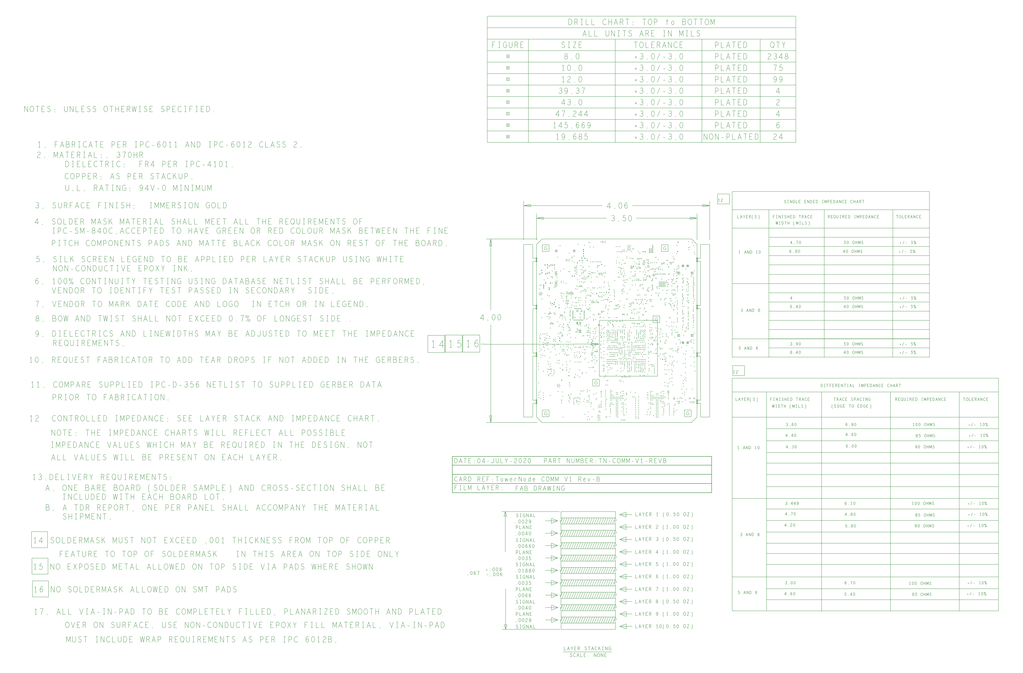
<source format=gbr>
G04 ================== begin FILE IDENTIFICATION RECORD ==================*
G04 Layout Name:  E:/CAD/CAD/FACEBOOK/COM V1/WORK/22-12-20/COM_V1_P2_21-12-2020_4.brd*
G04 Film Name:    COM_V1_P2-FAB.gbr*
G04 File Format:  Gerber RS274X*
G04 File Origin:  Cadence Allegro 16.6-2015-S108*
G04 Origin Date:  Fri Dec 25 11:50:54 2020*
G04 *
G04 Layer:  MANUFACTURING/STACKUP*
G04 Layer:  MANUFACTURING/NCLEGEND-1-10*
G04 Layer:  DRAWING FORMAT/OUTLINE*
G04 Layer:  DRAWING FORMAT/TITLE_BLOCK*
G04 Layer:  DRAWING FORMAT/TITLE_DATA*
G04 Layer:  DRAWING FORMAT/REVISION_BLOCK*
G04 Layer:  DRAWING FORMAT/REVISION_DATA*
G04 Layer:  DRAWING FORMAT/FILM_LABEL_OUTLINE*
G04 Layer:  DRAWING FORMAT/FAB_SHT1*
G04 Layer:  BOARD GEOMETRY/OUTLINE*
G04 Layer:  BOARD GEOMETRY/DIMENSION*
G04 Layer:  BOARD GEOMETRY/FAB_NOTES*
G04 *
G04 Offset:    (0.000 0.000)*
G04 Mirror:    No*
G04 Mode:      Positive*
G04 Rotation:  0*
G04 FullContactRelief:  No*
G04 UndefLineWidth:     6.000*
G04 ================== end FILE IDENTIFICATION RECORD ====================*
%FSLAX55Y55*MOIN*%
%IR0*IPPOS*OFA0.00000B0.00000*MIA0B0*SFA1.00000B1.00000*%
%AMMACRO10*
1,1,.006,.005,.005*
20,1,.006,.005,.005,.005,-.005,0.0*
1,1,.006,.005,-.005*
20,1,.006,.005,-.005,-.005,-.005,0.0*
1,1,.006,-.005,-.005*
20,1,.006,-.005,-.005,-.005,.005,0.0*
1,1,.006,-.005,.005*
20,1,.006,-.005,.005,.005,.005,0.0*
1,1,.006,.005,.005*
1,1,.006,.000667,.000167*
20,1,.006,.000667,.000167,.001,.000417,0.0*
1,1,.006,.001,.000417*
20,1,.006,.001,.000417,.00125,.000833,0.0*
1,1,.006,.00125,.000833*
20,1,.006,.00125,.000833,.001417,.001417,0.0*
1,1,.006,.001417,.001417*
20,1,.006,.001417,.001417,.00125,.001917,0.0*
1,1,.006,.00125,.001917*
20,1,.006,.00125,.001917,.000917,.00225,0.0*
1,1,.006,.000917,.00225*
20,1,.006,.000917,.00225,.000333,.0025,0.0*
1,1,.006,.000333,.0025*
20,1,.006,.000333,.0025,-.001917,.0025,0.0*
1,1,.006,-.001917,.0025*
20,1,.006,-.001917,.0025,-.001917,-.0025,0.0*
1,1,.006,-.001917,-.0025*
20,1,.006,-.001917,-.0025,.000833,-.0025,0.0*
1,1,.006,.000833,-.0025*
20,1,.006,.000833,-.0025,.001417,-.002167,0.0*
1,1,.006,.001417,-.002167*
20,1,.006,.001417,-.002167,.00175,-.001667,0.0*
1,1,.006,.00175,-.001667*
20,1,.006,.00175,-.001667,.001917,-.001083,0.0*
1,1,.006,.001917,-.001083*
20,1,.006,.001917,-.001083,.00175,-.0005,0.0*
1,1,.006,.00175,-.0005*
20,1,.006,.00175,-.0005,.00125,0.0,0.0*
1,1,.006,.00125,0.0*
20,1,.006,.00125,0.0,.000667,.000167,0.0*
1,1,.006,.000667,.000167*
20,1,.006,.000667,.000167,-.001917,.000167,0.0*
1,1,.006,-.001917,.000167*
%
%ADD10MACRO10*%
%AMMACRO11*
1,1,.006,.006,.006*
20,1,.006,.006,.006,.006,-.006,0.0*
1,1,.006,.006,-.006*
20,1,.006,.006,-.006,-.006,-.006,0.0*
1,1,.006,-.006,-.006*
20,1,.006,-.006,-.006,-.006,.006,0.0*
1,1,.006,-.006,.006*
20,1,.006,-.006,.006,.006,.006,0.0*
1,1,.006,.006,.006*
1,1,.006,.0022,.0025*
20,1,.006,.0022,.0025,.0016,.0028,0.0*
1,1,.006,.0016,.0028*
20,1,.006,.0016,.0028,.0009,.003,0.0*
1,1,.006,.0009,.003*
20,1,.006,.0009,.003,.0001,.003,0.0*
1,1,.006,.0001,.003*
20,1,.006,.0001,.003,-.0008,.0027,0.0*
1,1,.006,-.0008,.0027*
20,1,.006,-.0008,.0027,-.0015,.0022,0.0*
1,1,.006,-.0015,.0022*
20,1,.006,-.0015,.0022,-.002,.0016,0.0*
1,1,.006,-.002,.0016*
20,1,.006,-.002,.0016,-.0024,.0006,0.0*
1,1,.006,-.0024,.0006*
20,1,.006,-.0024,.0006,-.0025,-.0003,0.0*
1,1,.006,-.0025,-.0003*
20,1,.006,-.0025,-.0003,-.0023,-.0012,0.0*
1,1,.006,-.0023,-.0012*
20,1,.006,-.0023,-.0012,-.002,-.0018,0.0*
1,1,.006,-.002,-.0018*
20,1,.006,-.002,-.0018,-.0014,-.0024,0.0*
1,1,.006,-.0014,-.0024*
20,1,.006,-.0014,-.0024,-.0007,-.0028,0.0*
1,1,.006,-.0007,-.0028*
20,1,.006,-.0007,-.0028,0.0,-.003,0.0*
1,1,.006,0.0,-.003*
20,1,.006,0.0,-.003,.0007,-.003,0.0*
1,1,.006,.0007,-.003*
20,1,.006,.0007,-.003,.0014,-.0028,0.0*
1,1,.006,.0014,-.0028*
20,1,.006,.0014,-.0028,.002,-.0025,0.0*
1,1,.006,.002,-.0025*
20,1,.006,.002,-.0025,.0025,-.0021,0.0*
1,1,.006,.0025,-.0021*
%
%ADD11MACRO11*%
%AMMACRO24*
1,1,.006,.02,.02*
20,1,.006,.02,.02,.02,-.02,0.0*
1,1,.006,.02,-.02*
20,1,.006,.02,-.02,-.02,-.02,0.0*
1,1,.006,-.02,-.02*
20,1,.006,-.02,-.02,-.02,.02,0.0*
1,1,.006,-.02,.02*
20,1,.006,-.02,.02,.02,.02,0.0*
1,1,.006,.02,.02*
1,1,.006,-.007333,-.01*
20,1,.006,-.007333,-.01,-.007333,.01,0.0*
1,1,.006,-.007333,.01*
20,1,.006,-.007333,.01,-.000667,.01,0.0*
1,1,.006,-.000667,.01*
20,1,.006,-.000667,.01,.002,.009,0.0*
1,1,.006,.002,.009*
20,1,.006,.002,.009,.004,.007667,0.0*
1,1,.006,.004,.007667*
20,1,.006,.004,.007667,.005667,.005667,0.0*
1,1,.006,.005667,.005667*
20,1,.006,.005667,.005667,.007,.003333,0.0*
1,1,.006,.007,.003333*
20,1,.006,.007,.003333,.007333,0.0,0.0*
1,1,.006,.007333,0.0*
20,1,.006,.007333,0.0,.007,-.003334,0.0*
1,1,.006,.007,-.003334*
20,1,.006,.007,-.003334,.005667,-.005667,0.0*
1,1,.006,.005667,-.005667*
20,1,.006,.005667,-.005667,.004,-.007667,0.0*
1,1,.006,.004,-.007667*
20,1,.006,.004,-.007667,.002,-.009,0.0*
1,1,.006,.002,-.009*
20,1,.006,.002,-.009,-.000667,-.01,0.0*
1,1,.006,-.000667,-.01*
20,1,.006,-.000667,-.01,-.007333,-.01,0.0*
1,1,.006,-.007333,-.01*
%
%ADD24MACRO24*%
%AMMACRO22*
1,1,.006,.01,.01*
20,1,.006,.01,.01,.01,-.01,0.0*
1,1,.006,.01,-.01*
20,1,.006,.01,-.01,-.01,-.01,0.0*
1,1,.006,-.01,-.01*
20,1,.006,-.01,-.01,-.01,.01,0.0*
1,1,.006,-.01,.01*
20,1,.006,-.01,.01,.01,.01,0.0*
1,1,.006,.01,.01*
1,1,.006,-.0035,-.005*
20,1,.006,-.0035,-.005,-.0035,.005,0.0*
1,1,.006,-.0035,.005*
1,1,.006,.0035,.005*
20,1,.006,.0035,.005,.0035,-.005,0.0*
1,1,.006,.0035,-.005*
1,1,.006,.0035,0.0*
20,1,.006,.0035,0.0,-.0035,0.0,0.0*
1,1,.006,-.0035,0.0*
%
%ADD22MACRO22*%
%AMMACRO17*
1,1,.006,.03,.03*
20,1,.006,.03,.03,.03,-.03,0.0*
1,1,.006,.03,-.03*
20,1,.006,.03,-.03,-.03,-.03,0.0*
1,1,.006,-.03,-.03*
20,1,.006,-.03,-.03,-.03,.03,0.0*
1,1,.006,-.03,.03*
20,1,.006,-.03,.03,.03,.03,0.0*
1,1,.006,.03,.03*
1,1,.006,-.012501,-.015*
20,1,.006,-.012501,-.015,0.0,.015,0.0*
1,1,.006,0.0,.015*
20,1,.006,0.0,.015,.012501,-.015,0.0*
1,1,.006,.012501,-.015*
1,1,.006,.008,-.0045*
20,1,.006,.008,-.0045,-.008001,-.0045,0.0*
1,1,.006,-.008001,-.0045*
%
%ADD17MACRO17*%
%AMMACRO18*
1,1,.006,.03,.03*
20,1,.006,.03,.03,.03,-.03,0.0*
1,1,.006,.03,-.03*
20,1,.006,.03,-.03,-.03,-.03,0.0*
1,1,.006,-.03,-.03*
20,1,.006,-.03,-.03,-.03,.03,0.0*
1,1,.006,-.03,.03*
20,1,.006,-.03,.03,.03,.03,0.0*
1,1,.006,.03,.03*
1,1,.006,.004,.001*
20,1,.006,.004,.001,.006,.0025,0.0*
1,1,.006,.006,.0025*
20,1,.006,.006,.0025,.0075,.004999,0.0*
1,1,.006,.0075,.004999*
20,1,.006,.0075,.004999,.0085,.0085,0.0*
1,1,.006,.0085,.0085*
20,1,.006,.0085,.0085,.0075,.0115,0.0*
1,1,.006,.0075,.0115*
20,1,.006,.0075,.0115,.0055,.013499,0.0*
1,1,.006,.0055,.013499*
20,1,.006,.0055,.013499,.002,.015,0.0*
1,1,.006,.002,.015*
20,1,.006,.002,.015,-.0115,.015,0.0*
1,1,.006,-.0115,.015*
20,1,.006,-.0115,.015,-.0115,-.015,0.0*
1,1,.006,-.0115,-.015*
20,1,.006,-.0115,-.015,.005,-.015,0.0*
1,1,.006,.005,-.015*
20,1,.006,.005,-.015,.0085,-.013,0.0*
1,1,.006,.0085,-.013*
20,1,.006,.0085,-.013,.0105,-.01,0.0*
1,1,.006,.0105,-.01*
20,1,.006,.0105,-.01,.0115,-.0065,0.0*
1,1,.006,.0115,-.0065*
20,1,.006,.0115,-.0065,.0105,-.003001,0.0*
1,1,.006,.0105,-.003001*
20,1,.006,.0105,-.003001,.0075,0.0,0.0*
1,1,.006,.0075,0.0*
20,1,.006,.0075,0.0,.004,.001,0.0*
1,1,.006,.004,.001*
20,1,.006,.004,.001,-.0115,.001,0.0*
1,1,.006,-.0115,.001*
%
%ADD18MACRO18*%
%AMMACRO19*
1,1,.006,.03,.03*
20,1,.006,.03,.03,.03,-.03,0.0*
1,1,.006,.03,-.03*
20,1,.006,.03,-.03,-.03,-.03,0.0*
1,1,.006,-.03,-.03*
20,1,.006,-.03,-.03,-.03,.03,0.0*
1,1,.006,-.03,.03*
20,1,.006,-.03,.03,.03,.03,0.0*
1,1,.006,.03,.03*
1,1,.006,.011,.0125*
20,1,.006,.011,.0125,.008,.014,0.0*
1,1,.006,.008,.014*
20,1,.006,.008,.014,.0045,.015,0.0*
1,1,.006,.0045,.015*
20,1,.006,.0045,.015,.0005,.015,0.0*
1,1,.006,.0005,.015*
20,1,.006,.0005,.015,-.004001,.013499,0.0*
1,1,.006,-.004001,.013499*
20,1,.006,-.004001,.013499,-.0075,.011,0.0*
1,1,.006,-.0075,.011*
20,1,.006,-.0075,.011,-.01,.008,0.0*
1,1,.006,-.01,.008*
20,1,.006,-.01,.008,-.012001,.003,0.0*
1,1,.006,-.012001,.003*
20,1,.006,-.012001,.003,-.012501,-.0015,0.0*
1,1,.006,-.012501,-.0015*
20,1,.006,-.012501,-.0015,-.0115,-.006,0.0*
1,1,.006,-.0115,-.006*
20,1,.006,-.0115,-.006,-.01,-.009,0.0*
1,1,.006,-.01,-.009*
20,1,.006,-.01,-.009,-.007,-.012001,0.0*
1,1,.006,-.007,-.012001*
20,1,.006,-.007,-.012001,-.0035,-.014,0.0*
1,1,.006,-.0035,-.014*
20,1,.006,-.0035,-.014,0.0,-.015,0.0*
1,1,.006,0.0,-.015*
20,1,.006,0.0,-.015,.0035,-.015,0.0*
1,1,.006,.0035,-.015*
20,1,.006,.0035,-.015,.007,-.014,0.0*
1,1,.006,.007,-.014*
20,1,.006,.007,-.014,.01,-.012501,0.0*
1,1,.006,.01,-.012501*
20,1,.006,.01,-.012501,.012501,-.010501,0.0*
1,1,.006,.012501,-.010501*
%
%ADD19MACRO19*%
%AMMACRO13*
1,1,.006,.03,.03*
20,1,.006,.03,.03,.03,-.03,0.0*
1,1,.006,.03,-.03*
20,1,.006,.03,-.03,-.03,-.03,0.0*
1,1,.006,-.03,-.03*
20,1,.006,-.03,-.03,-.03,.03,0.0*
1,1,.006,-.03,.03*
20,1,.006,-.03,.03,.03,.03,0.0*
1,1,.006,.03,.03*
1,1,.006,-.011,-.015*
20,1,.006,-.011,-.015,-.011,.015,0.0*
1,1,.006,-.011,.015*
20,1,.006,-.011,.015,-.001,.015,0.0*
1,1,.006,-.001,.015*
20,1,.006,-.001,.015,.003,.013499,0.0*
1,1,.006,.003,.013499*
20,1,.006,.003,.013499,.006,.0115,0.0*
1,1,.006,.006,.0115*
20,1,.006,.006,.0115,.0085,.0085,0.0*
1,1,.006,.0085,.0085*
20,1,.006,.0085,.0085,.0105,.004999,0.0*
1,1,.006,.0105,.004999*
20,1,.006,.0105,.004999,.011,0.0,0.0*
1,1,.006,.011,0.0*
20,1,.006,.011,0.0,.0105,-.005,0.0*
1,1,.006,.0105,-.005*
20,1,.006,.0105,-.005,.0085,-.0085,0.0*
1,1,.006,.0085,-.0085*
20,1,.006,.0085,-.0085,.006,-.011501,0.0*
1,1,.006,.006,-.011501*
20,1,.006,.006,-.011501,.003,-.0135,0.0*
1,1,.006,.003,-.0135*
20,1,.006,.003,-.0135,-.001,-.015,0.0*
1,1,.006,-.001,-.015*
20,1,.006,-.001,-.015,-.011,-.015,0.0*
1,1,.006,-.011,-.015*
%
%ADD13MACRO13*%
%AMMACRO14*
1,1,.006,.03,.03*
20,1,.006,.03,.03,.03,-.03,0.0*
1,1,.006,.03,-.03*
20,1,.006,.03,-.03,-.03,-.03,0.0*
1,1,.006,-.03,-.03*
20,1,.006,-.03,-.03,-.03,.03,0.0*
1,1,.006,-.03,.03*
20,1,.006,-.03,.03,.03,.03,0.0*
1,1,.006,.03,.03*
1,1,.006,.01,-.015*
20,1,.006,.01,-.015,-.01,-.015,0.0*
1,1,.006,-.01,-.015*
20,1,.006,-.01,-.015,-.01,.015,0.0*
1,1,.006,-.01,.015*
20,1,.006,-.01,.015,.01,.015,0.0*
1,1,.006,.01,.015*
1,1,.006,.002,.0005*
20,1,.006,.002,.0005,-.01,.0005,0.0*
1,1,.006,-.01,.0005*
%
%ADD14MACRO14*%
%AMMACRO15*
1,1,.006,.03,.03*
20,1,.006,.03,.03,.03,-.03,0.0*
1,1,.006,.03,-.03*
20,1,.006,.03,-.03,-.03,-.03,0.0*
1,1,.006,-.03,-.03*
20,1,.006,-.03,-.03,-.03,.03,0.0*
1,1,.006,-.03,.03*
20,1,.006,-.03,.03,.03,.03,0.0*
1,1,.006,.03,.03*
1,1,.006,-.0095,-.015*
20,1,.006,-.0095,-.015,-.0095,.015,0.0*
1,1,.006,-.0095,.015*
20,1,.006,-.0095,.015,.0095,.015,0.0*
1,1,.006,.0095,.015*
1,1,.006,.0025,.0005*
20,1,.006,.0025,.0005,-.0095,.0005,0.0*
1,1,.006,-.0095,.0005*
%
%ADD15MACRO15*%
%AMMACRO16*
1,1,.006,.03,.03*
20,1,.006,.03,.03,.03,-.03,0.0*
1,1,.006,.03,-.03*
20,1,.006,.03,-.03,-.03,-.03,0.0*
1,1,.006,-.03,-.03*
20,1,.006,-.03,-.03,-.03,.03,0.0*
1,1,.006,-.03,.03*
20,1,.006,-.03,.03,.03,.03,0.0*
1,1,.006,.03,.03*
1,1,.006,.003,0.0*
20,1,.006,.003,0.0,.013,0.0,0.0*
1,1,.006,.013,0.0*
20,1,.006,.013,0.0,.013,-.009,0.0*
1,1,.006,.013,-.009*
20,1,.006,.013,-.009,.01,-.012001,0.0*
1,1,.006,.01,-.012001*
20,1,.006,.01,-.012001,.0065,-.014,0.0*
1,1,.006,.0065,-.014*
20,1,.006,.0065,-.014,.0015,-.015,0.0*
1,1,.006,.0015,-.015*
20,1,.006,.0015,-.015,-.0035,-.014,0.0*
1,1,.006,-.0035,-.014*
20,1,.006,-.0035,-.014,-.007,-.012001,0.0*
1,1,.006,-.007,-.012001*
20,1,.006,-.007,-.012001,-.01,-.009,0.0*
1,1,.006,-.01,-.009*
20,1,.006,-.01,-.009,-.012001,-.0055,0.0*
1,1,.006,-.012001,-.0055*
20,1,.006,-.012001,-.0055,-.013,-.0015,0.0*
1,1,.006,-.013,-.0015*
20,1,.006,-.013,-.0015,-.013,.002,0.0*
1,1,.006,-.013,.002*
20,1,.006,-.013,.002,-.012001,.004999,0.0*
1,1,.006,-.012001,.004999*
20,1,.006,-.012001,.004999,-.01,.0085,0.0*
1,1,.006,-.01,.0085*
20,1,.006,-.01,.0085,-.007,.0115,0.0*
1,1,.006,-.007,.0115*
20,1,.006,-.007,.0115,-.004001,.013499,0.0*
1,1,.006,-.004001,.013499*
20,1,.006,-.004001,.013499,0.0,.015,0.0*
1,1,.006,0.0,.015*
20,1,.006,0.0,.015,.0035,.015,0.0*
1,1,.006,.0035,.015*
20,1,.006,.0035,.015,.0075,.014,0.0*
1,1,.006,.0075,.014*
20,1,.006,.0075,.014,.0105,.012,0.0*
1,1,.006,.0105,.012*
%
%ADD16MACRO16*%
%AMMACRO12*
1,1,.006,.03,.03*
20,1,.006,.03,.03,.03,-.03,0.0*
1,1,.006,.03,-.03*
20,1,.006,.03,-.03,-.03,-.03,0.0*
1,1,.006,-.03,-.03*
20,1,.006,-.03,-.03,-.03,.03,0.0*
1,1,.006,-.03,.03*
20,1,.006,-.03,.03,.03,.03,0.0*
1,1,.006,.03,.03*
1,1,.006,-.0105,-.015*
20,1,.006,-.0105,-.015,-.0105,.015,0.0*
1,1,.006,-.0105,.015*
1,1,.006,.0105,.015*
20,1,.006,.0105,.015,.0105,-.015,0.0*
1,1,.006,.0105,-.015*
1,1,.006,.0105,0.0*
20,1,.006,.0105,0.0,-.0105,0.0,0.0*
1,1,.006,-.0105,0.0*
%
%ADD12MACRO12*%
%AMMACRO23*
1,1,.006,.022,.022*
20,1,.006,.022,.022,.022,-.022,0.0*
1,1,.006,.022,-.022*
20,1,.006,.022,-.022,-.022,-.022,0.0*
1,1,.006,-.022,-.022*
20,1,.006,-.022,-.022,-.022,.022,0.0*
1,1,.006,-.022,.022*
20,1,.006,-.022,.022,.022,.022,0.0*
1,1,.006,.022,.022*
1,1,.006,.007333,-.011*
20,1,.006,.007333,-.011,-.007333,-.011,0.0*
1,1,.006,-.007333,-.011*
20,1,.006,-.007333,-.011,-.007333,.011,0.0*
1,1,.006,-.007333,.011*
20,1,.006,-.007333,.011,.007333,.011,0.0*
1,1,.006,.007333,.011*
1,1,.006,.001467,.000367*
20,1,.006,.001467,.000367,-.007333,.000367,0.0*
1,1,.006,-.007333,.000367*
%
%ADD23MACRO23*%
%AMMACRO21*
1,1,.006,.004,.004*
20,1,.006,.004,.004,.004,-.004,0.0*
1,1,.006,.004,-.004*
20,1,.006,.004,-.004,-.004,-.004,0.0*
1,1,.006,-.004,-.004*
20,1,.006,-.004,-.004,-.004,.004,0.0*
1,1,.006,-.004,.004*
20,1,.006,-.004,.004,.004,.004,0.0*
1,1,.006,.004,.004*
1,1,.006,-.001667,-.002*
20,1,.006,-.001667,-.002,0.0,.002,0.0*
1,1,.006,0.0,.002*
20,1,.006,0.0,.002,.001667,-.002,0.0*
1,1,.006,.001667,-.002*
1,1,.006,.001067,-.0006*
20,1,.006,.001067,-.0006,-.001067,-.0006,0.0*
1,1,.006,-.001067,-.0006*
%
%ADD21MACRO21*%
%AMMACRO20*
1,1,.006,.073,.073*
20,1,.006,.073,.073,.073,-.073,0.0*
1,1,.006,.073,-.073*
20,1,.006,.073,-.073,-.073,-.073,0.0*
1,1,.006,-.073,-.073*
20,1,.006,-.073,-.073,-.073,.073,0.0*
1,1,.006,-.073,.073*
20,1,.006,-.073,.073,.073,.073,0.0*
1,1,.006,.073,.073*
1,1,.006,.0073,-.000001*
20,1,.006,.0073,-.000001,.031634,-.000001,0.0*
1,1,.006,.031634,-.000001*
20,1,.006,.031634,-.000001,.031634,-.021901,0.0*
1,1,.006,.031634,-.021901*
20,1,.006,.031634,-.021901,.024334,-.029202,0.0*
1,1,.006,.024334,-.029202*
20,1,.006,.024334,-.029202,.015817,-.034067,0.0*
1,1,.006,.015817,-.034067*
20,1,.006,.015817,-.034067,.00365,-.0365,0.0*
1,1,.006,.00365,-.0365*
20,1,.006,.00365,-.0365,-.008516,-.034067,0.0*
1,1,.006,-.008516,-.034067*
20,1,.006,-.008516,-.034067,-.017033,-.029202,0.0*
1,1,.006,-.017033,-.029202*
20,1,.006,-.017033,-.029202,-.024334,-.021901,0.0*
1,1,.006,-.024334,-.021901*
20,1,.006,-.024334,-.021901,-.029202,-.013384,0.0*
1,1,.006,-.029202,-.013384*
20,1,.006,-.029202,-.013384,-.031634,-.00365,0.0*
1,1,.006,-.031634,-.00365*
20,1,.006,-.031634,-.00365,-.031634,.004867,0.0*
1,1,.006,-.031634,.004867*
20,1,.006,-.031634,.004867,-.029202,.012165,0.0*
1,1,.006,-.029202,.012165*
20,1,.006,-.029202,.012165,-.024334,.020684,0.0*
1,1,.006,-.024334,.020684*
20,1,.006,-.024334,.020684,-.017033,.027983,0.0*
1,1,.006,-.017033,.027983*
20,1,.006,-.017033,.027983,-.009735,.032849,0.0*
1,1,.006,-.009735,.032849*
20,1,.006,-.009735,.032849,-.000001,.0365,0.0*
1,1,.006,-.000001,.0365*
20,1,.006,-.000001,.0365,.008516,.0365,0.0*
1,1,.006,.008516,.0365*
20,1,.006,.008516,.0365,.018249,.034067,0.0*
1,1,.006,.018249,.034067*
20,1,.006,.018249,.034067,.02555,.029199,0.0*
1,1,.006,.02555,.029199*
%
%ADD20MACRO20*%
%AMMACRO25*
1,1,.006,.024,.024*
20,1,.006,.024,.024,.024,-.024,0.0*
1,1,.006,.024,-.024*
20,1,.006,.024,-.024,-.024,-.024,0.0*
1,1,.006,-.024,-.024*
20,1,.006,-.024,-.024,-.024,.024,0.0*
1,1,.006,-.024,.024*
20,1,.006,-.024,.024,.024,.024,0.0*
1,1,.006,.024,.024*
1,1,.006,-.0076,-.012*
20,1,.006,-.0076,-.012,-.0076,.012,0.0*
1,1,.006,-.0076,.012*
20,1,.006,-.0076,.012,.0076,.012,0.0*
1,1,.006,.0076,.012*
1,1,.006,.002,.0004*
20,1,.006,.002,.0004,-.0076,.0004,0.0*
1,1,.006,-.0076,.0004*
%
%ADD25MACRO25*%
%ADD26C,.005*%
%ADD27C,.006*%
%ADD28C,.01*%
G75*
%LPD*%
G75*
G54D10*
X97091Y131810D03*
X51234Y213426D03*
X37042Y181635D03*
X40605Y181838D03*
X39180Y179192D03*
X36737Y177258D03*
X41521Y177156D03*
X66534Y176276D03*
X69643Y175584D03*
X74003Y175644D03*
X74722Y185613D03*
X56639Y125865D03*
X26788Y230259D03*
X29784Y229626D03*
X27934Y276176D03*
X135864Y16741D03*
X133589Y14879D03*
X138139Y14672D03*
X135916Y12707D03*
X133950Y10484D03*
X137984Y10276D03*
X135967Y7742D03*
X137933Y4846D03*
X134106D03*
X135764Y32387D03*
X137988Y34223D03*
X135712Y36162D03*
X137988Y38050D03*
X141114Y63658D03*
Y46389D03*
Y42898D03*
Y56573D03*
Y60038D03*
Y39408D03*
Y35698D03*
X84943Y105146D03*
X115489Y7535D03*
X118702Y35046D03*
X119579Y43412D03*
X123953Y29291D03*
X119189Y40352D03*
X120901Y12833D03*
X85326Y184932D03*
X84330Y132180D03*
X94214Y255654D03*
X174447Y347876D03*
X185584Y344776D03*
X188413Y376121D03*
X191722Y376147D03*
X191748Y373277D03*
X188464D03*
X174447Y352826D03*
X199632Y382565D03*
X199425Y386185D03*
X199519Y375318D03*
X199544Y378809D03*
X140785Y393731D03*
X143888Y395592D03*
Y391662D03*
X146784Y393627D03*
X149784Y395489D03*
X149887Y391869D03*
X177930Y383446D03*
X179318Y372424D03*
X175618Y372527D03*
X173820Y383421D03*
X181887D03*
X182760Y372836D03*
X201804Y380704D03*
X203873Y382720D03*
X201701Y384531D03*
X204028Y386160D03*
X203954Y378848D03*
X204070Y375293D03*
X201769Y377051D03*
G54D20*
X20000Y20000D03*
Y380000D03*
X129724Y87175D03*
X330000Y20000D03*
X261404Y224970D03*
X279850Y380000D03*
G54D11*
X68446Y213340D03*
X33489Y217246D03*
X30350Y215027D03*
X35856Y215084D03*
X57159Y189200D03*
X50623Y184174D03*
X50413Y178817D03*
X29841Y238084D03*
X38202Y257876D03*
X67134Y260176D03*
X23800Y343726D03*
X39234Y343476D03*
X26989Y236764D03*
X20141Y324165D03*
X27634Y325976D03*
X7434Y323376D03*
X20034Y303776D03*
X23934Y337376D03*
X40334Y236876D03*
X41620Y252926D03*
X77834Y319476D03*
X38934Y261676D03*
X49284Y250060D03*
X18610Y343572D03*
X27630Y341101D03*
X11434Y331876D03*
X15600Y293588D03*
Y296738D03*
Y299887D03*
X31634Y343476D03*
X35334Y343276D03*
X34351Y259591D03*
X11915Y326372D03*
X23830Y325594D03*
X30234Y303776D03*
X27634Y290176D03*
Y293476D03*
X65034Y353976D03*
X83210Y98854D03*
X120934Y147012D03*
X121142Y150007D03*
X129434Y154676D03*
X132538Y154938D03*
X55109Y92360D03*
X57534Y114801D03*
X70608Y102061D03*
X96066Y144454D03*
X121148Y326822D03*
X188134Y236176D03*
X82634Y319576D03*
X158634Y290054D03*
X152848Y283636D03*
X155234Y267776D03*
X131008Y281092D03*
X142134Y344876D03*
X157832Y283611D03*
X89213Y348127D03*
X113431Y318759D03*
X66380Y147208D03*
X99634Y352976D03*
X105893Y358256D03*
X102361Y373385D03*
X102322Y377068D03*
X102305Y368526D03*
X102834Y363176D03*
X110677Y353068D03*
X94034Y352476D03*
X98862Y358370D03*
X274913Y137657D03*
X260708Y150869D03*
X205085Y227376D03*
X123355Y120592D03*
X141088Y67063D03*
X224034Y215476D03*
X220034D03*
X206434Y340876D03*
X210934D03*
X206434Y336876D03*
X219394Y336093D03*
X232350Y234693D03*
X232310Y372292D03*
X281588Y133925D03*
X308635Y160062D03*
X307435Y156723D03*
X307849Y372653D03*
X253545Y381491D03*
Y377991D03*
Y374491D03*
X250045D03*
X246545D03*
Y370991D03*
X250045D03*
X253545D03*
X236952Y372139D03*
X246545Y377991D03*
X250045D03*
X285205Y353586D03*
X308886Y393056D03*
X253545Y384991D03*
G54D21*
X111142Y6397D03*
X57773Y11639D03*
X112716Y13064D03*
X112822Y23044D03*
X105550Y17948D03*
X84434Y53963D03*
X65744Y115651D03*
X25457Y132563D03*
X34127Y102064D03*
X66274Y126794D03*
X31663Y106661D03*
X29376D03*
X65589Y113014D03*
X49143Y129356D03*
X32636Y111837D03*
X26843Y104195D03*
Y101712D03*
X31330Y114598D03*
X32000Y117188D03*
X29907Y116304D03*
X70890Y109645D03*
X27358Y115809D03*
X24970Y116482D03*
X55154Y47591D03*
X109047Y108669D03*
X44362Y130546D03*
X65216Y132232D03*
X39709Y111682D03*
X29368Y121882D03*
X38115Y105020D03*
X38092Y108256D03*
X38194Y115288D03*
X14991Y111993D03*
X30017Y127341D03*
X88805Y132161D03*
X92986Y132244D03*
X87912Y44112D03*
X69922Y58624D03*
X93005Y54045D03*
X103351Y46365D03*
X113548Y131244D03*
X45234Y80846D03*
X48130D03*
X51130D03*
X46682Y78053D03*
X49682Y78260D03*
X49785Y83432D03*
X46165D03*
X99799Y106800D03*
X73105Y79359D03*
X65654Y120624D03*
X72148Y83910D03*
X71605Y87000D03*
X81378Y42962D03*
X90182Y53915D03*
X87705Y48848D03*
X87646Y54040D03*
X81750Y53111D03*
X73423Y51517D03*
X72876Y56494D03*
X72715Y53890D03*
X95176Y51444D03*
X99850Y109150D03*
X28584Y141175D03*
X9241Y141692D03*
X54844Y49870D03*
X107012Y140420D03*
X114874Y119925D03*
X8538Y68710D03*
X5455Y54956D03*
X5352Y60043D03*
X46981Y67494D03*
X57321Y57512D03*
X114266Y59808D03*
X112637Y46884D03*
X104349Y51484D03*
X102911Y69478D03*
X110476Y48193D03*
X110924Y71432D03*
X112629Y56567D03*
X110532Y66979D03*
X99072Y67766D03*
X51650Y118680D03*
X89796Y102074D03*
X110385Y44214D03*
X81480Y50693D03*
X81043Y47250D03*
X95163Y62466D03*
X96737Y69813D03*
X54597Y43048D03*
X4502Y116248D03*
X4152Y122819D03*
Y128777D03*
X4809Y86502D03*
X73066Y134069D03*
X24351Y110792D03*
X87720Y46362D03*
X90522Y46223D03*
X72174Y44708D03*
X82033Y40158D03*
X92218Y39969D03*
X95092Y44662D03*
X75547Y61705D03*
X70208Y61094D03*
X15270Y50022D03*
X5462Y65541D03*
X8493Y52078D03*
X57148Y66655D03*
X70398Y47803D03*
X88963Y141976D03*
X83963Y141789D03*
X93967Y141495D03*
X25804Y127444D03*
X47086Y135633D03*
X49604Y135479D03*
X15218Y54836D03*
X15167Y64875D03*
X15116Y59891D03*
X94290Y99551D03*
X104237Y137306D03*
X29944Y59282D03*
X93520Y115139D03*
X72960Y116719D03*
X73834Y244176D03*
X82858Y253290D03*
X94060Y214262D03*
X96269D03*
X94162Y216395D03*
X96526Y218476D03*
X94445Y218528D03*
X96433Y216418D03*
X79331Y239613D03*
X100839Y256158D03*
X79331Y243550D03*
Y227805D03*
X71760Y218581D03*
X73534Y241676D03*
X30567Y258986D03*
X67426Y252063D03*
X51989Y197474D03*
X76658Y158654D03*
X81791Y223372D03*
X73978Y232602D03*
X73994Y235613D03*
X71924Y234085D03*
X61092Y241610D03*
X30154Y262192D03*
X75920Y250721D03*
X67495Y256990D03*
X73172Y239519D03*
X79331Y241582D03*
X89834Y218476D03*
X88134D03*
Y216876D03*
Y215276D03*
X89734D03*
Y216876D03*
X83759Y223372D03*
X79331Y231741D03*
X28323Y187558D03*
X107254Y261276D03*
X38385Y239881D03*
X103937Y231741D03*
X92289Y261846D03*
X95568Y247978D03*
X91632D03*
X23172Y231126D03*
X111327Y174030D03*
X113460Y175315D03*
X87459Y261538D03*
X77391Y256121D03*
X93600Y247978D03*
X79331Y229774D03*
X46401Y219353D03*
X96488Y162762D03*
X97537Y247978D03*
X103937Y243550D03*
X85034Y261376D03*
X18490Y178597D03*
X15132Y169320D03*
X101224Y163714D03*
X94042Y164087D03*
X86560Y163766D03*
X82534Y145730D03*
X83046Y152670D03*
X7018Y155933D03*
X23054Y183122D03*
X59077Y167132D03*
X86763Y254112D03*
X27627Y226059D03*
X73438Y225096D03*
X91631Y223372D03*
X85727D03*
X87695D03*
X95566D03*
X97535D03*
X103937Y233709D03*
Y235678D03*
X79331Y233709D03*
Y235678D03*
X73148Y204245D03*
X72474Y194053D03*
X58989Y201647D03*
X35391Y164291D03*
X108360Y165538D03*
X69448Y199672D03*
X56034Y208576D03*
X103937Y241582D03*
X56563Y232083D03*
X54302Y232443D03*
X51912Y234832D03*
X51964Y232417D03*
X54199Y234858D03*
X56834Y234476D03*
X89664Y247978D03*
X111934Y247276D03*
X109734Y248176D03*
X30970Y153924D03*
X114152Y213651D03*
X109134Y225276D03*
X111571Y226874D03*
X56456Y192450D03*
X14252Y193236D03*
X18200Y180790D03*
X25314Y160429D03*
X111520Y164357D03*
X113570Y180320D03*
X7572Y161235D03*
X69938Y163174D03*
X58719Y215546D03*
X61882Y239368D03*
X28766Y248356D03*
X60479Y231143D03*
X62409Y227926D03*
X85728Y247978D03*
X79331Y237646D03*
Y225833D03*
X87696Y247978D03*
X47840Y170124D03*
X103937Y237646D03*
X114654Y247624D03*
X102797Y165538D03*
X113762Y245612D03*
X72094Y202208D03*
X33702Y255470D03*
X29283Y240826D03*
X103937Y225837D03*
X70198Y206981D03*
X30097Y205950D03*
X18583Y172391D03*
X17928Y144974D03*
X58526Y212878D03*
X72582Y206711D03*
X49369Y210180D03*
X95589Y166872D03*
X88963Y153722D03*
X17514Y156608D03*
X81119Y168821D03*
X83758Y248368D03*
X72837Y249924D03*
X103937Y229774D03*
X96330Y210983D03*
X101471Y223372D03*
X22437Y194000D03*
X98934Y244376D03*
X96706Y242920D03*
X90219Y241861D03*
X90310Y244187D03*
X95412Y235898D03*
X95202Y229782D03*
X95334Y238122D03*
X11952Y228654D03*
X63134Y248876D03*
X79334Y262376D03*
X108798Y210857D03*
X85134Y228876D03*
X95473Y227205D03*
X88017Y244554D03*
X98886Y242088D03*
X56216Y226341D03*
X87984Y242133D03*
X54738Y194742D03*
X74227Y200160D03*
X67384Y191202D03*
X112916Y207983D03*
X110037Y197161D03*
X112934Y205876D03*
X112041Y197161D03*
X114122Y197187D03*
X55941Y159996D03*
X56018Y155886D03*
X60154Y155757D03*
X60103Y159945D03*
X58081Y157977D03*
X112893Y189212D03*
X110768Y189289D03*
X105419Y150046D03*
X105634Y153176D03*
X83875Y164570D03*
X21368Y168142D03*
X24470Y168248D03*
X91272Y163635D03*
X103761Y159090D03*
X106510Y158884D03*
X13855Y146007D03*
X9632Y147394D03*
X20680Y183211D03*
X7100Y176528D03*
X7172Y168239D03*
X11318Y158357D03*
X7154Y185918D03*
X51470Y195031D03*
X58934Y206676D03*
X68960Y209428D03*
X50018Y228984D03*
X63734Y260376D03*
X82534Y228976D03*
X89663Y223372D03*
X90984Y212639D03*
X99503Y223372D03*
X114334Y200676D03*
X92374Y201850D03*
X97134Y196376D03*
X94934Y196176D03*
X92634Y196276D03*
X94934Y202076D03*
X96434Y198476D03*
X94034Y198276D03*
X92734Y199976D03*
X96734Y200976D03*
X94840Y200103D03*
X103186Y189218D03*
X101048Y189212D03*
X93599Y223372D03*
X112134Y200526D03*
X106834Y255676D03*
X109059Y212861D03*
X88905Y201953D03*
X89053Y199234D03*
X88161Y197201D03*
X85817Y197429D03*
X88776Y204599D03*
X103937Y227805D03*
X70034Y259776D03*
X63434Y224276D03*
X103937Y239613D03*
X70198Y147511D03*
X50443Y149982D03*
X43146Y147309D03*
X61234Y148491D03*
X39507Y166362D03*
X39404Y168880D03*
X33028Y237799D03*
X94010Y153727D03*
X69126Y168230D03*
X105244Y210490D03*
X74429Y161732D03*
X101073Y152712D03*
X73783Y222743D03*
X86580Y146945D03*
X49094Y256159D03*
X16344Y163486D03*
X15158Y165462D03*
X9081Y193010D03*
X25638Y174773D03*
X66038Y165418D03*
X93946Y150090D03*
X7641Y181835D03*
X29186Y183528D03*
X53569Y175330D03*
X22110Y174335D03*
X14920Y174011D03*
X18725Y238186D03*
X18300Y185292D03*
X54562Y188660D03*
X44310Y170829D03*
X36040Y169162D03*
X22943Y189624D03*
X8020Y183944D03*
X47321Y193376D03*
X18165Y193074D03*
X7205Y189508D03*
X24402Y172944D03*
X52448Y165249D03*
X47806Y187851D03*
X40735Y160439D03*
X67087Y158721D03*
X63130Y151174D03*
X89919Y311161D03*
X88769Y291190D03*
X59509Y306184D03*
X59312Y280449D03*
X34334Y330396D03*
X7020Y299582D03*
X9985Y299791D03*
X85134Y291476D03*
X52898Y330378D03*
X54351Y307759D03*
X75768Y276134D03*
X92366Y266525D03*
X94734Y272776D03*
X92034Y270676D03*
X94243Y306348D03*
X33983Y304892D03*
X55250Y274078D03*
X55022Y277002D03*
X87750Y326876D03*
X88013Y330591D03*
X110197Y357632D03*
X114810Y340282D03*
X114348Y324796D03*
X99434Y313676D03*
X104202Y287581D03*
X104390Y290444D03*
X107034Y290276D03*
X101281Y287205D03*
X87957Y322867D03*
X97572Y286475D03*
X84974Y324803D03*
X24378Y277421D03*
X6314Y278549D03*
X8986Y280604D03*
X7856Y283585D03*
X11042Y279063D03*
X12275Y281427D03*
X8986Y277624D03*
X6109Y281530D03*
X10322Y282968D03*
X109934Y314332D03*
X81916Y362943D03*
X105734Y306726D03*
X77276Y357959D03*
X83122Y349401D03*
X98687Y323817D03*
X98944Y327465D03*
X95964Y333169D03*
X99458Y333272D03*
X102470Y328135D03*
X106329Y332554D03*
X101937Y325935D03*
X103067Y331220D03*
X106142Y330272D03*
X96580Y298432D03*
X94267Y297353D03*
X99277Y295940D03*
X96040Y296043D03*
X98815Y298201D03*
X53534Y282176D03*
X55834D03*
X65003Y272431D03*
X65183Y274666D03*
X66750Y276234D03*
X66005Y270402D03*
X68834Y355476D03*
X72534Y355576D03*
X68834Y351976D03*
X86225Y272870D03*
X84838Y271149D03*
X72534Y352076D03*
X100234Y338776D03*
X88043Y297280D03*
X96680Y266908D03*
X12276Y269556D03*
X71300Y369010D03*
X40946Y328884D03*
X43386Y296264D03*
X40740Y298550D03*
X44311Y298474D03*
X44534Y322376D03*
X41334Y322176D03*
X44534Y325276D03*
X40754Y325468D03*
X42534Y326976D03*
X42634Y323976D03*
X44439Y300709D03*
X40688Y300786D03*
X44430Y306902D03*
X40919Y303895D03*
X40833Y307082D03*
X42709Y305282D03*
X69808Y264649D03*
X64592Y264518D03*
X67212Y264469D03*
X65722Y266470D03*
X42503Y302302D03*
X44482Y303664D03*
X42856Y320468D03*
X19834Y306676D03*
X16834Y310976D03*
X103534Y311676D03*
X94628Y320326D03*
X103826Y314750D03*
X107034Y311676D03*
X107134Y315376D03*
X78134Y351976D03*
X77634Y361076D03*
X102534Y338776D03*
X44734Y309776D03*
X34513Y318444D03*
X24242Y314483D03*
X92340Y296069D03*
X95469Y283494D03*
X64814Y302790D03*
X59477Y335182D03*
X96634Y342176D03*
X102334Y304976D03*
X100134Y347976D03*
X38606Y293710D03*
X112834Y277476D03*
X109734D03*
X69062Y266779D03*
X40560Y296264D03*
X44099Y328822D03*
X112278Y293397D03*
X76922Y279548D03*
X80186Y279677D03*
X79569Y283120D03*
X76897D03*
X73816Y283173D03*
X75768Y285075D03*
X66467Y285666D03*
X72197Y281529D03*
X68548Y281683D03*
X70347Y279782D03*
X66262Y280398D03*
X66365Y283250D03*
X70347Y283302D03*
X78233Y281321D03*
X75432Y281398D03*
X73713Y279679D03*
X34934Y315876D03*
X55619Y270944D03*
X54054Y304780D03*
X75947Y271707D03*
X108587Y287927D03*
X107174Y285782D03*
X104263Y318861D03*
X110574Y317876D03*
X98734Y306676D03*
X101134Y315876D03*
X58848Y265010D03*
X84434Y329676D03*
X84334Y332476D03*
X87934Y334176D03*
X84216Y336513D03*
X86390Y337141D03*
X83631Y338642D03*
X87074Y339335D03*
X88105Y342176D03*
X39334Y333976D03*
Y336976D03*
X72734Y328576D03*
X70822Y329748D03*
X44634Y316776D03*
X31995Y318161D03*
X107592Y270776D03*
X107618Y273320D03*
X46447Y360389D03*
X106730Y265061D03*
X41240Y268110D03*
X6810Y291040D03*
X104528Y386677D03*
X113630Y392766D03*
X51266Y385299D03*
X91008Y388919D03*
X216191Y9073D03*
X177142Y11424D03*
X216068Y17073D03*
X173992Y20874D03*
X185162Y5323D03*
X187851D03*
X192582Y5408D03*
X190307Y5297D03*
X222568Y13073D03*
X177142Y14574D03*
X222571Y9077D03*
X173992Y14574D03*
X151170Y12396D03*
X153549Y12603D03*
X222568Y21073D03*
X177142Y20874D03*
X192313Y16792D03*
X159654Y13844D03*
X216068Y21073D03*
Y13073D03*
X173992Y17724D03*
X222568Y17073D03*
X177142Y17724D03*
X189314Y16792D03*
X189742Y20875D03*
X161392Y20874D03*
X219801Y10791D03*
X194568Y99073D03*
X192467Y142672D03*
X211034Y142676D03*
X207120Y127478D03*
X177142Y61824D03*
X183442Y49224D03*
X203220Y124679D03*
X233365Y116157D03*
X216068Y33073D03*
X173992Y33474D03*
X226323Y116279D03*
X216068Y37073D03*
X173992Y36624D03*
X186134Y139776D03*
X204834Y139576D03*
X195520Y139625D03*
X192534Y139676D03*
X129687Y141076D03*
X122334Y141576D03*
X231424Y133117D03*
X198334Y139276D03*
X210934Y139576D03*
X191809Y118829D03*
X203220Y127204D03*
X164542Y52374D03*
X225825Y129217D03*
X231425Y125317D03*
X199334Y127676D03*
X214623Y113479D03*
X164542Y49224D03*
X231424Y137024D03*
X207120Y133079D03*
X164542Y55524D03*
X161392Y61824D03*
X203219Y119079D03*
X231425Y129217D03*
X233444Y112279D03*
X173992Y55524D03*
X207120Y113479D03*
X222568Y49073D03*
X173992Y49224D03*
X189741Y39774D03*
X161392Y39775D03*
X217425Y133117D03*
X185568Y99073D03*
X222568Y41073D03*
X177142Y36624D03*
X188568Y89073D03*
X183568D03*
X180292Y52374D03*
X203219Y113579D03*
X161392Y42924D03*
X177142Y49224D03*
X189741Y42923D03*
X222568Y56073D03*
X214624Y130279D03*
X228624Y137017D03*
X177142Y64974D03*
X207120Y121880D03*
X217425Y137017D03*
X207120Y130278D03*
X186592Y55524D03*
X223124Y137024D03*
X220624Y133117D03*
X153460Y91641D03*
X191898Y127155D03*
X210068Y56073D03*
X173992Y46074D03*
X222424Y110680D03*
X141178Y142776D03*
X216068Y53073D03*
X222424Y119079D03*
X173992Y52374D03*
X141514Y140294D03*
X177142Y52374D03*
X207120Y116279D03*
X230224Y115623D03*
X216068Y25073D03*
X173992Y27174D03*
X214624Y127478D03*
X170842Y55524D03*
X173992Y61824D03*
X207120Y119079D03*
X234244Y125317D03*
X192034Y122776D03*
X145283Y111764D03*
X230224Y112823D03*
X234225Y129217D03*
X216068Y41073D03*
X214624Y121694D03*
X173992Y39774D03*
X199088Y119167D03*
X180292Y55524D03*
X203220Y116279D03*
X220225Y137024D03*
X230224Y110023D03*
X222568Y29073D03*
X177142Y27174D03*
X197568Y99073D03*
X155675Y91641D03*
X192031Y124973D03*
X127330Y129382D03*
X161392Y24024D03*
X186589D03*
X189742Y30324D03*
X196150Y23220D03*
X195840Y29659D03*
X189741Y58674D03*
X196425Y60287D03*
Y62537D03*
X196451Y64941D03*
X196194Y51613D03*
X186589Y58669D03*
X167694Y52374D03*
X164542Y39772D03*
X161392Y49220D03*
X186592Y42926D03*
X161392Y30323D03*
X161391Y64972D03*
X190391Y63398D03*
X186592Y68119D03*
X164541Y61822D03*
X161391Y71271D03*
X151368Y29015D03*
X161392Y52370D03*
X150650Y70588D03*
Y35698D03*
Y39408D03*
Y42898D03*
Y56573D03*
Y46389D03*
Y60038D03*
Y63658D03*
Y67123D03*
X164541Y68121D03*
X183442Y52374D03*
X146836Y116409D03*
X160819Y116406D03*
X160861Y120151D03*
X157015Y125184D03*
X230109Y118625D03*
X218493Y126521D03*
X155761Y110229D03*
X232434Y102184D03*
X154063Y136987D03*
X156864D03*
X156865Y133087D03*
X159663D03*
X162464Y129187D03*
X159664D03*
Y136987D03*
X156864Y129187D03*
X154434Y129176D03*
X165265Y136987D03*
X162465Y136988D03*
X172565Y127448D03*
X183234Y136876D03*
X195567Y136376D03*
X207934Y136576D03*
X170864Y136988D03*
X173664D03*
X165265Y133088D03*
X164834Y129276D03*
X172634Y130476D03*
X168065Y133088D03*
X171234Y133176D03*
X173664Y133087D03*
X154134Y121476D03*
X226323Y119079D03*
X222568Y33073D03*
X177142Y30324D03*
X214623Y110679D03*
X192892Y49224D03*
X228625Y129217D03*
X186592Y52374D03*
X199320Y113579D03*
X199138Y130096D03*
X167692Y58673D03*
X203219Y110679D03*
X222568Y45073D03*
X226323Y113479D03*
X177142Y39774D03*
X214623Y116279D03*
X177142Y55524D03*
X130021Y50217D03*
X131827Y52770D03*
X130550Y63702D03*
X211034Y133576D03*
X125085Y61818D03*
X167722Y39703D03*
X127774Y111979D03*
X225825Y137024D03*
X188068Y99073D03*
X159732Y37725D03*
X151299Y49346D03*
X153025Y51677D03*
X218323Y130279D03*
X191868Y130248D03*
X183568Y92073D03*
X203568Y99073D03*
X125355Y137076D03*
X173992Y24024D03*
X199138Y132896D03*
X119046Y134490D03*
X199088Y121967D03*
X183907Y118932D03*
X122150Y134593D03*
X191868Y133049D03*
X191568Y102073D03*
X194072Y39677D03*
X186591Y33475D03*
X225825Y133117D03*
X177142Y42924D03*
X216068Y49073D03*
X191568Y99073D03*
X167692Y55524D03*
X199320Y110680D03*
X234224Y137017D03*
X226324Y121879D03*
X216068Y29073D03*
X173992Y30324D03*
X214623Y119079D03*
X183442Y55524D03*
X222568Y37073D03*
X222424Y124679D03*
X177142Y33474D03*
X234224Y133117D03*
X223424Y133117D03*
X222568Y25073D03*
X222424Y127479D03*
X177142Y24024D03*
X213068Y56073D03*
X222424Y113479D03*
X177142Y46074D03*
X180568Y92073D03*
X216068Y45073D03*
X222424Y121879D03*
X173992Y42924D03*
X214996Y65064D03*
X186546Y39730D03*
X202827Y130304D03*
X173992Y64974D03*
X225825Y125317D03*
X214624Y124679D03*
X170842Y52374D03*
X199102Y125017D03*
X150393Y102191D03*
X148483Y99202D03*
X115191Y44067D03*
X115543Y56173D03*
X115609Y51132D03*
X115805Y69666D03*
X137497Y25462D03*
X136290Y23433D03*
X203485Y101759D03*
X161392Y27173D03*
X164542Y42921D03*
X161391Y68121D03*
X183442Y64969D03*
X189741Y68122D03*
X164541Y58672D03*
X161392Y58669D03*
Y55520D03*
X189598Y34596D03*
X160611Y35087D03*
X189742Y52371D03*
X189744Y27174D03*
X156209Y114306D03*
X187934Y130276D03*
X145134Y125176D03*
X146634Y133076D03*
X162463Y133087D03*
X214577Y133049D03*
X183134Y139876D03*
X189034Y142576D03*
X180134Y139576D03*
X189634Y136876D03*
X168034Y136976D03*
X176333Y133178D03*
X146802Y140699D03*
X201634Y139576D03*
X187869Y133050D03*
Y127450D03*
X183970Y130249D03*
X183934Y132676D03*
X183970Y127449D03*
X169134Y127676D03*
X176465Y130250D03*
Y127450D03*
X183814Y110975D03*
X176692Y113579D03*
X188452Y113465D03*
X226168Y102917D03*
X226351Y110679D03*
X218482Y110973D03*
X214972Y141231D03*
X147172Y118580D03*
X147206Y122696D03*
X228671Y125347D03*
X146953Y113640D03*
X202637Y132956D03*
X131625Y135773D03*
X131522Y133538D03*
X174091Y103629D03*
X159201Y125659D03*
X218257Y119421D03*
X228578Y133087D03*
X154134Y133076D03*
X147434Y125476D03*
X180534Y132776D03*
X195543Y132563D03*
X183438Y58672D03*
X141152Y32980D03*
X138962Y23226D03*
X151525Y81886D03*
X154994Y81629D03*
X205169Y66398D03*
X118908Y120132D03*
X164676Y118715D03*
X195334Y148900D03*
X202134Y166276D03*
X157034Y163948D03*
X159834Y163676D03*
X199434Y187476D03*
X199297Y190239D03*
X222334Y190276D03*
X199422Y193063D03*
X222334Y193076D03*
X233567Y209376D03*
X123031Y177370D03*
X128634Y261676D03*
X122363Y179374D03*
X136552Y236010D03*
X151004Y252813D03*
X154930Y218073D03*
X128953Y184150D03*
X137912Y229093D03*
X226177Y195437D03*
X124232Y162687D03*
X226330Y197935D03*
X140975Y177055D03*
X226434Y186676D03*
X231934Y218676D03*
X168064Y178998D03*
X218478Y195837D03*
X228834Y218776D03*
X165264Y178998D03*
X226134Y167876D03*
X128738Y194598D03*
X123822Y166084D03*
X222428Y195456D03*
X164777Y167488D03*
X140198Y170743D03*
X159664Y186799D03*
X125753Y164560D03*
X154134Y175176D03*
X121181Y175828D03*
X157354Y160142D03*
X162158Y163679D03*
X140718Y196640D03*
X120872Y181121D03*
X171122Y152201D03*
X135234Y211876D03*
X136834D03*
Y213576D03*
X135134D03*
X201484Y145861D03*
X204784Y145595D03*
X145997Y228662D03*
X189334Y172376D03*
X162722Y159945D03*
X153200Y195764D03*
X168322Y152201D03*
X182929Y148376D03*
X155421Y193735D03*
X165709Y159889D03*
X195834Y175476D03*
X214734Y166676D03*
X129354Y198220D03*
X137194Y197170D03*
X139753Y190528D03*
X180081Y151564D03*
X176834Y152176D03*
X192434Y166576D03*
X183334Y169476D03*
X189234Y175176D03*
X180081Y175445D03*
X207873Y163504D03*
X120654Y153013D03*
X123306Y153169D03*
X205734Y258376D03*
X203634Y257376D03*
X202743Y260166D03*
X209734Y260776D03*
X207034Y260676D03*
X206934Y255476D03*
X212250Y259113D03*
X205134Y206976D03*
X208234Y172776D03*
X124835Y193521D03*
X123110Y198281D03*
X192334Y169676D03*
X202134Y158076D03*
X192334Y145776D03*
X124634Y183576D03*
Y187576D03*
X157350Y220456D03*
X168665Y193037D03*
X157258Y190576D03*
X189845Y212428D03*
X159600Y220430D03*
X168665Y195837D03*
X154458Y190576D03*
X193054Y212312D03*
X172634Y181076D03*
X165937Y214600D03*
X176465Y187437D03*
X172734Y183576D03*
X176478Y189724D03*
X187869Y184637D03*
X223914Y240600D03*
X191768Y198637D03*
X221580Y240745D03*
X191768Y201437D03*
X187736Y198770D03*
X224352Y249212D03*
X226990Y249160D03*
X187518Y195918D03*
X234836Y156073D03*
X208229Y238490D03*
X191571Y192520D03*
X191699Y194836D03*
X208229Y240690D03*
X183847Y198593D03*
X183692Y195852D03*
X228578Y178999D03*
X233334Y211576D03*
X218434Y181776D03*
X165911Y212454D03*
X167618Y210720D03*
X161000Y216088D03*
X183924Y201127D03*
X180751Y220576D03*
X180201Y201722D03*
X183001Y220550D03*
X160973Y218388D03*
X197879Y234130D03*
X172565Y187437D03*
X176264Y201646D03*
X191150Y234129D03*
X172565Y190237D03*
X176434Y198876D03*
X179834Y163276D03*
X180034Y157776D03*
X180334Y154676D03*
X131634Y158176D03*
X173453Y228828D03*
X170864Y144491D03*
X187934Y182276D03*
X175703Y228802D03*
X168034Y144376D03*
X222978Y152291D03*
X183968Y184637D03*
X176400Y192180D03*
X176426Y194275D03*
X167618Y208613D03*
X217467Y148472D03*
X210945Y216444D03*
X199434Y179276D03*
X222978Y178998D03*
X225778Y178999D03*
X162634Y144276D03*
X184023Y187309D03*
X160508Y196729D03*
X141028Y194019D03*
X231734Y186676D03*
X176305Y181787D03*
X234178Y163641D03*
X217378Y167594D03*
X150149Y249885D03*
X202034Y175176D03*
X208234Y160476D03*
X211234Y163276D03*
X214578Y159795D03*
X128934Y224976D03*
X165263Y144491D03*
X123016Y261204D03*
X125559Y261126D03*
X120421Y261101D03*
X165264Y148391D03*
X134664Y234557D03*
X116646Y229856D03*
X213739Y236860D03*
X123530Y171584D03*
X173350Y220456D03*
X172634Y195976D03*
X126766Y155487D03*
X165350Y220456D03*
X168767Y201372D03*
X173664Y175099D03*
X128334Y172076D03*
X170864Y178999D03*
X175600Y220430D03*
X176434Y196476D03*
X227339Y259313D03*
X232994Y258160D03*
X176830Y145490D03*
X126934Y145176D03*
X131432Y188276D03*
X162464Y148391D03*
X157723Y195959D03*
X234534Y186676D03*
X130546Y207431D03*
X156059Y214908D03*
X139664Y160907D03*
X170864Y175099D03*
X140652Y152136D03*
X176537Y248643D03*
X157234Y186676D03*
X157664Y199837D03*
X211806Y262890D03*
X153567Y199576D03*
X171687Y247962D03*
X154234Y182676D03*
X165634Y174776D03*
X140301Y168416D03*
X174173Y247770D03*
X156634Y179176D03*
X156213Y211824D03*
X179054Y248695D03*
X165559Y186657D03*
X157453Y228828D03*
X156934Y167476D03*
X122433Y167880D03*
X159703Y228802D03*
X167600Y220430D03*
X168767Y198472D03*
X176464Y175099D03*
X128434Y168576D03*
X176072Y179294D03*
X234177Y159795D03*
X231578Y178999D03*
X217277Y164181D03*
X131449Y262775D03*
X134269Y263105D03*
X133082Y261206D03*
X135478Y261079D03*
X159450Y262257D03*
X217377Y175099D03*
X155944Y244699D03*
X211785Y245409D03*
X231378Y163695D03*
X116334Y250076D03*
X116740Y204599D03*
X220134Y159676D03*
X155758Y202026D03*
X231378Y167595D03*
X135075Y237720D03*
X229091Y261823D03*
X191769Y184637D03*
X219028Y261527D03*
X228578Y148391D03*
X234178Y167595D03*
X191567Y187476D03*
X234178Y175099D03*
X214024Y217171D03*
X199234Y184076D03*
X173909Y167549D03*
X163534Y175076D03*
X118770Y170173D03*
X168309Y163716D03*
X176312Y159901D03*
X208234Y216376D03*
X199273Y181837D03*
X171109Y167549D03*
X173512Y159901D03*
X225442Y159941D03*
X170712Y159901D03*
X173909Y163716D03*
X168309Y167549D03*
X157084Y182676D03*
X119588Y174210D03*
X171109Y163716D03*
X126386Y204492D03*
X165488Y163368D03*
X228270Y163509D03*
X220358Y259376D03*
X228134Y159676D03*
X156237Y247296D03*
X147217Y242282D03*
X116334Y256876D03*
X212734Y208976D03*
X230734Y175176D03*
X218997Y237361D03*
X179842Y209257D03*
X187025Y223124D03*
X216853Y247194D03*
X124634Y222776D03*
X158859Y255040D03*
X124566Y225052D03*
X126234Y234976D03*
X123634D03*
X223634Y226376D03*
X203134Y195876D03*
X203173Y201437D03*
X218275Y192746D03*
X203173Y198637D03*
X207073Y195837D03*
X155934Y197876D03*
X148034Y207476D03*
X164765Y201437D03*
X172522Y199086D03*
X159712Y190698D03*
X218477Y201437D03*
X146913Y193452D03*
X117004Y193888D03*
X116721Y196689D03*
X141234Y210576D03*
X218782Y209147D03*
X225976Y208736D03*
X189254Y208381D03*
X146296Y205710D03*
X165334Y192976D03*
X143184Y203026D03*
X164765Y195836D03*
X231536Y190610D03*
X172565Y193037D03*
X233734Y195676D03*
X226277Y193037D03*
X187762Y201288D03*
X187250Y208510D03*
X193648Y207225D03*
X203134Y190276D03*
X116952Y185923D03*
X116477Y189394D03*
X162564Y186799D03*
X146724Y148391D03*
X153601Y187846D03*
X203334Y181676D03*
X203434Y179376D03*
X146921Y186736D03*
X187869Y187437D03*
X201807Y148614D03*
X214734Y163576D03*
X201534Y172476D03*
X214334Y147676D03*
X205134Y157976D03*
X207634Y166776D03*
X198634Y157876D03*
X215634Y178576D03*
X222034Y184676D03*
X203173Y187437D03*
X214534Y184776D03*
X168665Y184637D03*
X165034Y189776D03*
X168064Y175099D03*
X173664Y178999D03*
X176434Y148176D03*
X192234Y157776D03*
X159664Y152291D03*
Y159845D03*
X162464Y178998D03*
X159664Y144491D03*
X154063Y148391D03*
X154234Y163776D03*
X222978Y148391D03*
X231378Y144491D03*
X222978Y163695D03*
X231378Y159794D03*
X234177Y148391D03*
X223334Y167276D03*
X222832Y159860D03*
X122550Y158043D03*
X176278Y183809D03*
X231378Y152291D03*
X159664Y167594D03*
X146724Y163695D03*
Y171346D03*
X146634Y178876D03*
X183234Y160776D03*
X192734Y148407D03*
X180234Y172376D03*
X182934Y151876D03*
X189034Y169176D03*
X176549Y163695D03*
X187567Y179176D03*
X154234Y179076D03*
X116861Y164834D03*
X147050Y155448D03*
X226346Y200667D03*
X199334Y195876D03*
X169343Y246456D03*
X139920Y230026D03*
X187137Y220786D03*
X207234Y245022D03*
X224385Y257933D03*
X223334Y230176D03*
X190734Y250576D03*
X212934Y247876D03*
X190934Y256076D03*
X219984Y149476D03*
X225984Y151612D03*
X220434Y152076D03*
X160534Y192976D03*
X217567Y152372D03*
X201726Y154181D03*
X204726Y154207D03*
X192434Y151565D03*
X192433Y154550D03*
X207934Y157876D03*
X201696Y151565D03*
X207834Y153976D03*
X204785Y151565D03*
X214613Y156326D03*
X210961Y157434D03*
X214934Y152576D03*
X186257Y148580D03*
Y154550D03*
Y151564D03*
X186134Y160676D03*
X183234Y163576D03*
X192433Y163504D03*
X186257D03*
X189344Y163505D03*
X198558Y163506D03*
Y166390D03*
X201697Y163504D03*
X186034Y156776D03*
X229034Y182976D03*
X226334Y183076D03*
X234130Y190699D03*
X138728Y236864D03*
X231634Y182876D03*
X229934Y198976D03*
X218477Y198636D03*
X121982Y162221D03*
X212146Y227214D03*
X209757Y227266D03*
X218477Y184637D03*
X178823Y257609D03*
X172348Y255528D03*
X177281Y255708D03*
X175097Y256170D03*
X175334Y253976D03*
X214134Y214876D03*
X146734Y196165D03*
X230191Y208742D03*
X142194Y185596D03*
X140202Y185887D03*
X220178Y178998D03*
X177059Y172460D03*
X207734Y175276D03*
X180034Y160676D03*
X210734Y148276D03*
X183127Y172694D03*
X180029Y169474D03*
X192534Y175476D03*
X214578Y175099D03*
X141877Y187987D03*
X129364Y203834D03*
X222234Y187476D03*
X229934Y201576D03*
X179928Y252138D03*
X144384Y242940D03*
X143944Y240199D03*
X141436Y240432D03*
X181624Y253885D03*
X141746Y242914D03*
X211034Y166476D03*
X207634Y169776D03*
X235034Y197976D03*
X202034Y253276D03*
X204734Y252376D03*
X233434Y199876D03*
X173922Y152201D03*
X171052Y148447D03*
X162165Y152344D03*
X165217Y152292D03*
X168064Y148391D03*
X234134Y183006D03*
X225546Y163714D03*
X220086Y163445D03*
X220266Y167502D03*
X117490Y243552D03*
X151438Y256018D03*
X155492Y237949D03*
X154247Y159711D03*
X197879Y236492D03*
X191150Y236492D03*
X227225Y175258D03*
X159621Y182528D03*
X221276Y175287D03*
X150250Y327473D03*
X146914Y283089D03*
X223428Y339247D03*
X222913Y312715D03*
X148434Y317476D03*
X160530Y277855D03*
X207545Y372531D03*
X196063Y372532D03*
X145834Y266205D03*
X123134Y280876D03*
X208989Y308839D03*
X216213Y300781D03*
X119484Y306526D03*
X232496Y293406D03*
Y290976D03*
X216084Y267849D03*
X192164Y305680D03*
X142056Y265854D03*
X224001Y346585D03*
X156834Y272376D03*
X139934Y283476D03*
X208812Y336149D03*
Y338649D03*
X211662Y338529D03*
X194133Y347078D03*
X191494Y347076D03*
X217273Y312634D03*
X231730Y300836D03*
X198271Y310975D03*
X188956Y317922D03*
X206463Y328376D03*
X221507Y309832D03*
X222329Y277874D03*
X233156Y328450D03*
X226295Y267854D03*
X224034Y343976D03*
X149110Y341468D03*
X142734Y283576D03*
X119857Y283302D03*
X122134Y265976D03*
X123041Y263439D03*
X125534Y263336D03*
X120472Y263310D03*
X196689Y358316D03*
X223694Y310096D03*
X114991Y328732D03*
X117167Y324598D03*
X149334Y325176D03*
X133034Y330476D03*
X191437Y297435D03*
X221293Y289134D03*
X208664Y299851D03*
X189840Y320294D03*
X183488Y328014D03*
X225632Y297280D03*
X226356Y299451D03*
X163638Y263901D03*
X161120Y264004D03*
X188193Y353735D03*
X210487Y379730D03*
X116931Y265804D03*
X225312Y277951D03*
X232832Y310444D03*
X231534Y266845D03*
X218183Y267771D03*
X195135Y305298D03*
X212414Y318131D03*
X195921Y311114D03*
X229101Y264249D03*
X139991Y350065D03*
X117497Y322136D03*
X180417Y316878D03*
X178169Y316973D03*
X119879Y316653D03*
X217529Y345616D03*
X221856Y345487D03*
X203434Y289876D03*
X148150Y304427D03*
X196052Y269213D03*
X198845D03*
X118534Y274676D03*
X116134Y277476D03*
X135413Y274649D03*
X135528Y276979D03*
X145534Y277276D03*
X137738Y273767D03*
X143734Y274276D03*
X138365Y324366D03*
X141758Y324239D03*
X141291Y321758D03*
X138004Y321928D03*
X136202Y323306D03*
X143751Y325532D03*
X232879Y343672D03*
X234124Y346161D03*
X233211Y352882D03*
X233626Y350517D03*
X232008Y347945D03*
X151984Y268426D03*
X182778Y331567D03*
X131434Y266876D03*
X157367Y300170D03*
X189074Y336348D03*
X170734Y309276D03*
X189449Y310121D03*
X169457Y289561D03*
X215334Y340376D03*
X183583Y335496D03*
X185832Y335401D03*
X204038Y358523D03*
X208203Y357634D03*
X210432Y357474D03*
X169834Y269075D03*
X149377Y268064D03*
X148150Y307527D03*
X125549Y350302D03*
X118201Y350097D03*
X122363Y350046D03*
X169870Y286914D03*
X158089Y296885D03*
X170451Y274717D03*
X169551Y277219D03*
X170119Y281604D03*
X170368Y284093D03*
X123944Y326132D03*
X127746Y326004D03*
X133566Y317256D03*
X130206Y317493D03*
X146041Y325850D03*
X226224Y335960D03*
X217716Y309414D03*
X220284Y312508D03*
X222696Y267746D03*
X140379Y326062D03*
X136534Y326176D03*
X144387Y321576D03*
X140734Y274176D03*
X118534Y277276D03*
X182034Y264876D03*
X176934Y359876D03*
X180370Y347997D03*
X229992Y268613D03*
X219764Y277796D03*
X210578Y377328D03*
X116893Y382772D03*
X126795Y293320D03*
X124585Y293294D03*
X122247Y293371D03*
X147054Y295928D03*
X140924Y293320D03*
X133192Y293268D03*
X137853Y294778D03*
X186870Y286199D03*
X188131Y288053D03*
X188632Y299926D03*
X189197Y291290D03*
X187004Y281355D03*
X186520Y289891D03*
X149704Y278657D03*
X136934Y283376D03*
X117900Y288869D03*
X136634Y350658D03*
X133673Y350465D03*
X130650Y349963D03*
X137234Y341676D03*
X134683Y341688D03*
X132762Y341031D03*
X132357Y338553D03*
X222917Y355792D03*
X224866Y357566D03*
X219999Y356283D03*
X224286Y350370D03*
X221675Y358092D03*
X209816Y320122D03*
X204233Y314724D03*
X212578Y310238D03*
X213470Y350067D03*
X232973Y314348D03*
X190617Y284945D03*
X228876Y300775D03*
X227078Y309716D03*
X190675Y330573D03*
X156366Y305170D03*
X215108Y321877D03*
X192046Y325559D03*
X215276Y324182D03*
X214731Y319279D03*
X192624Y319986D03*
X179614Y338461D03*
X178528Y326479D03*
X184880Y322776D03*
X186866Y325553D03*
X185540Y371576D03*
X191705Y310328D03*
X183195Y338193D03*
X197523Y362229D03*
X124259Y382014D03*
X225423Y369072D03*
X229354Y357105D03*
X226142Y338207D03*
X223330Y336615D03*
X222214Y372496D03*
X227227Y357681D03*
X197580Y281881D03*
X225703Y329432D03*
X214570Y329494D03*
X116610Y391968D03*
X264642Y11424D03*
X261493Y20874D03*
X264642Y14574D03*
X261493D03*
X241895Y23110D03*
X247129Y16819D03*
X241097Y17143D03*
X289690Y16657D03*
Y20365D03*
X264642Y20874D03*
X255462Y14959D03*
X275787Y16768D03*
X261493Y17724D03*
X264642D03*
X261269Y11367D03*
X277242Y20875D03*
X248893Y20874D03*
X298990Y20365D03*
Y16657D03*
X279843Y37658D03*
X245556Y42793D03*
X261493Y33474D03*
X257068Y107073D03*
X261493Y36624D03*
X251568Y123073D03*
X264642Y52374D03*
X235328Y110090D03*
X274093Y33473D03*
X300416Y27532D03*
X252043Y52374D03*
X270943Y49224D03*
X261493Y60249D03*
X274092Y52374D03*
X248892Y39775D03*
X261493Y49224D03*
X279041Y41434D03*
X235685Y118301D03*
X252043Y55524D03*
X295109Y115319D03*
X264642Y36624D03*
X248892Y42924D03*
X277241Y42923D03*
X264643Y49224D03*
X264642Y55524D03*
X252043Y49224D03*
X255193Y58673D03*
X274092Y55524D03*
X264642Y60249D03*
X237024Y137024D03*
X261493Y46074D03*
Y52374D03*
X280058Y115293D03*
X286633Y124740D03*
X261493Y27174D03*
X294929Y125316D03*
X248892Y61824D03*
X267792Y52374D03*
X288924Y114620D03*
X261493Y39774D03*
X285230Y114620D03*
X280393Y55524D03*
X249068Y126573D03*
X264642Y27174D03*
X319909Y90736D03*
X295174Y89275D03*
X285304Y79498D03*
X312123Y42324D03*
X309400Y42170D03*
X310530Y44534D03*
X311866Y46589D03*
X344216Y45175D03*
X341107Y45792D03*
X342572Y43017D03*
X339103Y42966D03*
X335763Y43042D03*
X287745Y77622D03*
X279459Y138355D03*
X334144Y45689D03*
X338564Y45869D03*
X309348Y46692D03*
X298606Y123470D03*
X295188Y105458D03*
X344313Y122158D03*
X345887Y112164D03*
X317005Y72821D03*
X319882Y85051D03*
X248893Y24024D03*
Y30323D03*
X288509Y69520D03*
X288354Y64193D03*
X286182Y65434D03*
Y68020D03*
X288536Y66830D03*
X270870Y45985D03*
X270943Y52373D03*
X255195Y52371D03*
X252043Y39772D03*
X277895Y63395D03*
X252043Y58669D03*
X277242Y30324D03*
Y24024D03*
X274092Y68124D03*
X277242Y58670D03*
X248893Y52370D03*
X248892Y64972D03*
X277242Y46072D03*
X274093D03*
X289690Y24010D03*
Y27532D03*
Y31054D03*
Y34563D03*
X289163Y41855D03*
X289690Y38017D03*
X287623Y61681D03*
Y58333D03*
Y54908D03*
X287684Y51886D03*
X277242Y55524D03*
X270939Y58670D03*
X248892Y49224D03*
X240869Y55187D03*
X242748Y59113D03*
X242649Y61568D03*
X242549Y65843D03*
X252043Y68118D03*
X236755Y121521D03*
X245361Y115191D03*
X264642Y30324D03*
X255193Y55524D03*
X264642Y39774D03*
X254068Y123073D03*
X282068Y141262D03*
X251568Y126573D03*
X257068Y113073D03*
X270943Y55524D03*
X320508Y78914D03*
X257068Y119073D03*
X254068Y126573D03*
X290664Y95770D03*
X261493Y24024D03*
X258342Y55524D03*
X264642Y42924D03*
Y63399D03*
X261493Y30324D03*
X264642Y33474D03*
X267792Y55524D03*
X237024Y129216D03*
X261493Y63399D03*
X258342Y52374D03*
X264642Y24024D03*
Y46074D03*
X261493Y42924D03*
X255174Y39756D03*
X242990Y51535D03*
X237641Y116346D03*
X261493Y55524D03*
X257068Y116073D03*
Y123073D03*
Y110073D03*
X295597Y128294D03*
X280196Y126525D03*
X270739Y139017D03*
X324148Y49364D03*
X295648Y97516D03*
X319632Y128848D03*
X290293Y88307D03*
X287004Y85070D03*
X301018Y51334D03*
X301430Y54006D03*
X298809Y51334D03*
X299014Y53903D03*
X283819Y105060D03*
X281682Y137365D03*
X243772Y29089D03*
X248893Y68118D03*
X277242Y27174D03*
X274089Y58672D03*
X274093Y42922D03*
X248893Y58669D03*
X301670Y23205D03*
X277932Y35074D03*
X252043Y42921D03*
X277242Y68124D03*
X277242Y52374D03*
X248893Y33472D03*
X244318Y133087D03*
X245198Y125502D03*
X236934Y125317D03*
X242715Y104912D03*
X245374Y112148D03*
X235668Y102982D03*
X245700Y118197D03*
X244334Y140776D03*
X236978Y133087D03*
X270943Y64974D03*
X248893Y55520D03*
X298761Y24029D03*
X300253Y37930D03*
X298929Y31015D03*
X306439Y27116D03*
X306106Y46230D03*
X279818Y87703D03*
X280431Y80247D03*
X280582Y105368D03*
X296357Y112048D03*
X317878Y45870D03*
X324719Y138354D03*
X324873Y128950D03*
X325338Y121088D03*
X324746Y108472D03*
X325499Y97580D03*
X326312Y91234D03*
X326928Y73197D03*
X317371Y63640D03*
X323023Y66301D03*
X297509Y81728D03*
X343777Y142603D03*
X315389Y103265D03*
X337225Y124072D03*
X296719Y131600D03*
X299759Y133949D03*
X286142Y40078D03*
X302565Y40133D03*
X306620Y132611D03*
X339874Y72851D03*
X343283Y131842D03*
X290613Y128708D03*
X334350Y53910D03*
X332860Y52215D03*
X335892Y52163D03*
X343754Y54116D03*
X342263Y52266D03*
X345141D03*
X307832Y52653D03*
X314949Y54246D03*
X317056Y52807D03*
X312894Y52704D03*
X322319Y60442D03*
X323042Y94089D03*
X318683Y242767D03*
X235317Y202004D03*
X271134Y201341D03*
Y204330D03*
X341689Y232925D03*
X305632Y196299D03*
X235706Y193645D03*
X282546Y177607D03*
X249231Y170291D03*
X251257Y203150D03*
X236930Y190699D03*
X269511Y184957D03*
X260274Y178241D03*
X283607Y190938D03*
X282111Y194005D03*
X298831Y246951D03*
Y244751D03*
X330635Y215208D03*
Y217519D03*
Y209303D03*
X342305Y221114D03*
X330635Y211613D03*
X342305Y223424D03*
X318413Y258482D03*
X303192Y262520D03*
X299877Y218608D03*
X297274Y156658D03*
X299349Y254443D03*
X301549D03*
X331174Y262704D03*
X331093Y260705D03*
X307013Y225051D03*
X237628Y259367D03*
X307013Y227361D03*
X239928Y259367D03*
X246884Y152326D03*
X244262Y152247D03*
X307013Y236862D03*
Y239172D03*
X247934Y154376D03*
X321342Y253061D03*
X270406Y175887D03*
X318824Y253061D03*
X270406Y178187D03*
X235034Y178826D03*
X279664Y174457D03*
X282038Y151147D03*
X279674Y151050D03*
X291030Y160897D03*
X313634Y173517D03*
X330635Y248673D03*
X337875Y174735D03*
X339828Y163227D03*
X326841Y155853D03*
X336860Y144229D03*
X307724Y152499D03*
X303574Y155904D03*
X268840Y192568D03*
X269010Y162724D03*
X297954Y208951D03*
X343580Y195201D03*
X260708Y161493D03*
X318049Y260650D03*
X330635Y250983D03*
X307647Y262628D03*
X282155Y260974D03*
X295006Y219078D03*
X307904Y197205D03*
X300684Y256897D03*
X282203Y256226D03*
X318281Y202740D03*
X321052Y189403D03*
X258230Y181015D03*
X331042Y239176D03*
X341903Y242111D03*
X306954Y255914D03*
X331136Y241770D03*
X318683Y209644D03*
X239666Y241713D03*
X318683Y207334D03*
X237366Y241713D03*
X296554Y161590D03*
X236670Y170948D03*
X256050Y150915D03*
X275834Y187176D03*
X341689Y235235D03*
X303332Y196299D03*
X260620Y188030D03*
X269600Y159486D03*
X248804Y192638D03*
X250234Y153976D03*
X274375Y161646D03*
X295957Y196845D03*
X289495Y208888D03*
X289431Y229064D03*
X310669Y180426D03*
X236978Y159795D03*
X308818Y164512D03*
X278134Y149176D03*
X296162Y201599D03*
X257534Y178776D03*
X240492Y225000D03*
X265861Y171044D03*
X240544Y222585D03*
X252434Y194776D03*
X283213Y220447D03*
X295186Y194379D03*
X271400Y161804D03*
X264972Y205298D03*
X305144Y208472D03*
X320640Y149657D03*
X323674Y199104D03*
X252531Y191626D03*
X266944Y144959D03*
X288591Y259846D03*
X291846Y227831D03*
X294062Y160280D03*
X279733Y258126D03*
X293542Y201650D03*
X255034Y178676D03*
X249651Y200103D03*
X283034Y187506D03*
X251634Y186576D03*
X290148Y145421D03*
X291975Y143475D03*
X270104Y149382D03*
X295490Y191029D03*
X251634Y184076D03*
X306851Y250981D03*
X307210Y247563D03*
X318361Y240215D03*
X318472Y235971D03*
X318139Y227023D03*
X341987Y212557D03*
X342101Y218273D03*
X331179Y225724D03*
X331093Y231150D03*
X331200Y237026D03*
X341833Y247345D03*
X341987Y251970D03*
X342218Y258984D03*
X319384Y221856D03*
X320432Y219680D03*
X326290Y207686D03*
X341884Y207675D03*
X269533Y196473D03*
X247494Y207702D03*
X247134Y202176D03*
Y198176D03*
X237834Y208876D03*
X334168Y176466D03*
X336326Y177699D03*
X343057Y179960D03*
X337919Y180217D03*
X236978Y186799D03*
X247434Y185476D03*
X236978Y148391D03*
X236967Y163576D03*
X244146Y149240D03*
X243583Y163725D03*
X244142Y155588D03*
X260400Y157652D03*
X275713Y149019D03*
X259643Y184895D03*
X301384Y186126D03*
X244502Y171677D03*
X243934Y179029D03*
X287080Y186414D03*
X328227Y168120D03*
X343065Y156493D03*
X342893Y172988D03*
X325336Y149094D03*
X297293Y143198D03*
X260433Y206279D03*
X262776Y199916D03*
X235104Y222944D03*
X274234Y193511D03*
X254434Y185876D03*
X330635Y205707D03*
X251705Y253467D03*
X251460Y206976D03*
X254005Y253467D03*
X236978Y167595D03*
X282577Y179909D03*
X235322Y247049D03*
X235219Y249618D03*
X235576Y214549D03*
X278339Y144741D03*
X237594Y200198D03*
X247534Y213476D03*
X318683Y245078D03*
X341833Y244570D03*
X251278Y171950D03*
X316511Y163725D03*
X249534Y182855D03*
X330635Y203397D03*
X343078Y151728D03*
X253744Y168995D03*
X253256Y170973D03*
X290962Y258927D03*
X284532Y211567D03*
X325970Y199690D03*
X280569Y172312D03*
X304698Y171474D03*
X313938Y176165D03*
X330795Y234126D03*
X331113Y223034D03*
X292731Y257234D03*
Y255034D03*
X307013Y219145D03*
Y221456D03*
X342096Y229606D03*
X320393Y229770D03*
X342096Y227406D03*
X320393Y227570D03*
X296901Y260224D03*
X294635Y251772D03*
X294558Y210552D03*
X326476Y205391D03*
X319958Y213568D03*
X321162Y237032D03*
X307380Y259022D03*
X301679Y201542D03*
X263080Y171270D03*
X237580Y311934D03*
X242607Y330878D03*
X242659Y342650D03*
X245345Y318263D03*
X318683Y276232D03*
X328970Y307537D03*
X279971Y270262D03*
X303649Y280058D03*
X328970Y305337D03*
X282171Y270262D03*
X301449Y280058D03*
X235547Y322036D03*
X235094Y311037D03*
X258104Y332775D03*
X265568Y335088D03*
X253450Y321601D03*
X267187Y333391D03*
X261948Y295535D03*
X297790Y277810D03*
X299990D03*
X264148Y295535D03*
X309960Y342519D03*
X304838Y305888D03*
X297743Y289325D03*
X304838Y308088D03*
X318683Y311665D03*
X250333Y264484D03*
X318683Y313975D03*
X299943Y289325D03*
X318683Y290224D03*
X319786Y267489D03*
X242567Y346990D03*
X319786Y269689D03*
X320007Y309389D03*
X242701Y349194D03*
X244287Y354851D03*
X242109Y354283D03*
X239719Y354756D03*
X244263Y351490D03*
X320007Y307189D03*
X236178Y278003D03*
X238906Y316504D03*
X247388Y318842D03*
X344403Y267746D03*
X318683Y288043D03*
X330815Y266255D03*
X245888Y320637D03*
X251143Y334548D03*
X308803Y335587D03*
X305669Y334046D03*
X342880Y277125D03*
X325877Y334810D03*
X319456Y322164D03*
X342482Y310055D03*
X342586Y307885D03*
X275040Y346207D03*
X276315Y348273D03*
X272842Y347658D03*
Y345239D03*
X277876Y345855D03*
X278778Y348141D03*
X256824Y328365D03*
X337674Y318179D03*
X243509Y291990D03*
X308649Y340314D03*
X245534Y294836D03*
X279066Y267602D03*
X250632Y276967D03*
X250942Y267901D03*
X320266Y272120D03*
X304316Y271337D03*
X301850Y287884D03*
X337674Y320379D03*
X255937Y322237D03*
X329296Y278080D03*
X255303Y324193D03*
X291818Y265474D03*
X261708Y336024D03*
X305651Y368426D03*
X253236Y335090D03*
X245146Y340064D03*
X265723Y337744D03*
X245217Y342644D03*
X293309Y349520D03*
X296387Y349608D03*
X294848Y347475D03*
X293639Y345166D03*
X291463Y346925D03*
X290781Y349564D03*
X242372Y290164D03*
X283228Y308455D03*
X271116Y267845D03*
X305571Y328700D03*
X261619Y314414D03*
X298807Y319864D03*
X275042Y288821D03*
X263102Y291616D03*
X294964Y312549D03*
X274874Y323946D03*
X295194Y287858D03*
X293677Y269962D03*
X299092Y349674D03*
X245152Y338049D03*
X255270Y334999D03*
X250669Y308907D03*
X274484Y332699D03*
X310704Y337951D03*
X267411Y292185D03*
X283405Y288556D03*
X343470Y299140D03*
X300362Y333726D03*
X237572Y323095D03*
X252002Y347844D03*
X257536Y349032D03*
X301163Y355324D03*
X238469Y337502D03*
X235646Y332826D03*
X286070Y296297D03*
X305156Y326638D03*
X248098Y316585D03*
X240203Y264264D03*
X235964Y268858D03*
X248183Y264743D03*
X241301Y318328D03*
X242156Y266062D03*
X298996Y312768D03*
X299399Y357480D03*
X262072Y348514D03*
X288344Y338153D03*
X331301Y381710D03*
X334301D03*
X267760Y301423D03*
X270260D03*
X272760D03*
X275260D03*
X277760D03*
X280260D03*
X270260Y303923D03*
X272760D03*
X275260D03*
X277760D03*
X270260Y306423D03*
X272760D03*
X275260D03*
X277760D03*
X280260D03*
X235161Y344170D03*
X235991Y350144D03*
X248513Y348490D03*
X245126Y346783D03*
X265227Y355485D03*
X258235Y359994D03*
X260933Y360088D03*
X236115Y347696D03*
X307074Y290323D03*
X307364Y286865D03*
X318515Y281272D03*
X342244Y263737D03*
X342090Y271342D03*
X342190Y279458D03*
X342242Y282850D03*
X341764Y290768D03*
X267760Y296423D03*
X272760D03*
X275260D03*
X277760D03*
X280260D03*
X270260Y298923D03*
X272760D03*
X275260D03*
X277760D03*
X318124Y305012D03*
X320470Y314975D03*
X318150Y295662D03*
X318402Y273992D03*
X288460Y340531D03*
X271530Y270202D03*
X290999Y270034D03*
X288419Y311284D03*
X241780Y320278D03*
X266006Y278026D03*
X256979Y320058D03*
X286698Y288531D03*
X238948Y278088D03*
X330154Y312304D03*
X280260Y298923D03*
X267760D03*
X270260Y296423D03*
X235617Y352674D03*
X242084Y339820D03*
X237595Y309710D03*
X270516Y335108D03*
X344710Y371158D03*
X344762Y367304D03*
X332005Y376956D03*
X245070Y330812D03*
X329319Y271033D03*
X267760Y306423D03*
X280260Y303923D03*
X267760D03*
X285032Y344832D03*
X249288Y333204D03*
X320404Y304604D03*
X307743Y298121D03*
X297770Y280029D03*
X238070Y327667D03*
X239772Y313201D03*
X245156Y286623D03*
X307013Y293948D03*
X318683Y278542D03*
X307013Y296259D03*
X342305Y286074D03*
Y288385D03*
X259461Y334484D03*
X331273Y278382D03*
X327537Y289875D03*
X331290Y288266D03*
X327830Y299733D03*
X328542Y285640D03*
X341903Y293292D03*
X331038Y292978D03*
X341807Y296187D03*
X331038Y296915D03*
X342765Y313138D03*
X342450Y274734D03*
X344792Y330619D03*
X342068Y316422D03*
X331128Y303237D03*
X343214Y303448D03*
X328369Y264365D03*
X342211Y301168D03*
X263116Y282065D03*
X278887Y323775D03*
X253178Y309588D03*
X263133Y323361D03*
X307442Y266148D03*
X273161Y312826D03*
X251258Y298660D03*
X318041Y264636D03*
X295108Y297687D03*
X267207Y281846D03*
X276914Y323359D03*
X269142Y324344D03*
X254608Y319507D03*
X289571Y323934D03*
X259506Y329097D03*
X268575Y339558D03*
X253195Y311595D03*
X259845Y282010D03*
X327808Y314911D03*
X300515Y329313D03*
X259370Y314569D03*
X260755Y323691D03*
X283594Y281733D03*
X265190Y323559D03*
X253268Y313786D03*
X253238Y292577D03*
X265800Y275755D03*
X242944Y286373D03*
X253272Y290207D03*
X287239Y323223D03*
X305768Y319858D03*
X271384Y323356D03*
X296155Y302345D03*
X294782Y306473D03*
X280946Y323286D03*
X258607Y323189D03*
X253266Y299778D03*
X251642Y288924D03*
X241367Y288245D03*
X341903Y305103D03*
X287050Y299613D03*
Y301813D03*
X285878Y305116D03*
X283678D03*
X296806Y309192D03*
Y311392D03*
X305237Y313764D03*
X299330Y303133D03*
X307437Y313764D03*
X301530Y303133D03*
X246425Y268058D03*
X253042Y297278D03*
X248425Y268058D03*
X252880Y294872D03*
X331119Y301171D03*
X295437Y282046D03*
X294803Y265461D03*
X299868Y323769D03*
X297948Y361058D03*
X306515Y386539D03*
X331633Y394873D03*
X342783Y385392D03*
X339392Y391790D03*
G54D12*
X-62427Y623076D03*
G54D13*
Y723076D03*
G54D22*
X0Y42000D03*
Y45350D03*
Y48700D03*
Y144800D03*
Y148150D03*
Y151500D03*
Y255200D03*
Y251850D03*
Y248500D03*
Y351300D03*
Y354650D03*
Y358000D03*
X350000Y42000D03*
Y45350D03*
Y48700D03*
Y144800D03*
Y148150D03*
Y151500D03*
Y255200D03*
Y251850D03*
Y248500D03*
Y358000D03*
Y354650D03*
Y351300D03*
G54D23*
X82620Y373837D03*
X43250D03*
G54D14*
X-62427Y698076D03*
G54D15*
Y673076D03*
G54D24*
X329777Y174041D03*
X319541D03*
X329777Y341363D03*
X319541D03*
G54D25*
X339324Y189789D03*
X309994D03*
X339324Y325615D03*
X309994D03*
G54D16*
X-62427Y648076D03*
G54D26*
G01X-27874Y388000D02*
Y12000D01*
G01D02*
X-7874D01*
G01Y42000D02*
Y12000D01*
G01Y42000D02*
X0D01*
G01X-7874Y48700D02*
X0D01*
G01X-7874Y144800D02*
Y48700D01*
G01Y248500D02*
X0D01*
G01X-7874Y255200D02*
X0D01*
G01X-7874Y151500D02*
X0D01*
G01X-7874Y144800D02*
X0D01*
G01X-7874Y248500D02*
Y151500D01*
G01Y351300D02*
Y255200D01*
G01Y388000D02*
Y358000D01*
G01D02*
X0D01*
G01X-7874Y351300D02*
X0D01*
G01X-27874Y388000D02*
X-7874D01*
G01X12000Y0D02*
X0Y12000D01*
G01X12000Y0D02*
X338000D01*
G01X0Y42000D02*
Y12000D01*
G01Y144800D02*
Y48700D01*
G01Y351300D02*
Y255200D01*
G01Y248500D02*
Y151500D01*
G01Y388000D02*
Y358000D01*
G01Y388000D02*
X12000Y400000D01*
G01X338000D02*
X12000D01*
G01X350000Y12000D02*
X338000Y0D01*
G01X350000Y12000D02*
Y42000D01*
G01Y48700D02*
X357874D01*
G01X350000Y42000D02*
X357874D01*
G01X350000Y48700D02*
Y144800D01*
G01Y255200D02*
X357874D01*
G01X350000Y248500D02*
X357874D01*
G01X350000Y144800D02*
X357874D01*
G01X350000Y151500D02*
X357874D01*
G01X350000D02*
Y248500D01*
G01Y255200D02*
Y351300D01*
G01D02*
X357874D01*
G01X350000Y358000D02*
X357874D01*
G01X350000D02*
Y388000D01*
G01X338000Y400000D02*
X350000Y388000D01*
G01X377874Y12000D02*
Y388000D01*
G01X357874Y12000D02*
Y42000D01*
G01Y12000D02*
X377874D01*
G01X357874Y48700D02*
Y144800D01*
G01Y151500D02*
Y248500D01*
G01Y255200D02*
Y351300D01*
G01Y358000D02*
Y388000D01*
G01D02*
X377874D01*
G54D17*
X-62427Y798076D03*
G54D27*
G01X-1091777Y-369452D02*
Y-356952D01*
X-1093637Y-359452D01*
G01Y-369452D02*
X-1089918D01*
G01X-1082322Y-364244D02*
X-1081237Y-362785D01*
X-1080307Y-361952D01*
X-1079067Y-361535D01*
X-1077982Y-361952D01*
X-1077207Y-362785D01*
X-1076587Y-364035D01*
X-1076432Y-365493D01*
X-1076587Y-366744D01*
X-1077207Y-367994D01*
X-1078137Y-369035D01*
X-1079222Y-369452D01*
X-1080462Y-369035D01*
X-1081547Y-367785D01*
X-1082167Y-365910D01*
X-1082322Y-363827D01*
X-1082012Y-361119D01*
X-1081547Y-359660D01*
X-1080772Y-358202D01*
X-1079687Y-357160D01*
X-1078602Y-356952D01*
X-1077517Y-357368D01*
X-1076742Y-358410D01*
G01X-1058142Y-369452D02*
Y-356952D01*
X-1051012Y-369452D01*
Y-356952D01*
G01X-1042177Y-369452D02*
X-1043417Y-369243D01*
X-1044502Y-368410D01*
X-1045432Y-367160D01*
X-1046052Y-365702D01*
X-1046362Y-364035D01*
Y-362368D01*
X-1046052Y-360702D01*
X-1045432Y-359243D01*
X-1044502Y-357994D01*
X-1043417Y-357160D01*
X-1042177Y-356952D01*
X-1040937Y-357160D01*
X-1039852Y-357994D01*
X-1038922Y-359243D01*
X-1038302Y-360702D01*
X-1037992Y-362368D01*
Y-364035D01*
X-1038302Y-365702D01*
X-1038922Y-367160D01*
X-1039852Y-368410D01*
X-1040937Y-369243D01*
X-1042177Y-369452D01*
G01X-1020632Y-367785D02*
X-1019392Y-368827D01*
X-1017997Y-369452D01*
X-1016757D01*
X-1015517Y-368827D01*
X-1014587Y-367785D01*
X-1014122Y-366327D01*
X-1014432Y-364869D01*
X-1015207Y-363618D01*
X-1016602Y-362785D01*
X-1018462Y-362368D01*
X-1019547Y-361535D01*
X-1020012Y-360077D01*
X-1019702Y-358618D01*
X-1018927Y-357577D01*
X-1017842Y-356952D01*
X-1016757D01*
X-1015672Y-357368D01*
X-1014742Y-358410D01*
G01X-1004977Y-369452D02*
X-1006217Y-369243D01*
X-1007302Y-368410D01*
X-1008232Y-367160D01*
X-1008852Y-365702D01*
X-1009162Y-364035D01*
Y-362368D01*
X-1008852Y-360702D01*
X-1008232Y-359243D01*
X-1007302Y-357994D01*
X-1006217Y-357160D01*
X-1004977Y-356952D01*
X-1003737Y-357160D01*
X-1002652Y-357994D01*
X-1001722Y-359243D01*
X-1001102Y-360702D01*
X-1000792Y-362368D01*
Y-364035D01*
X-1001102Y-365702D01*
X-1001722Y-367160D01*
X-1002652Y-368410D01*
X-1003737Y-369243D01*
X-1004977Y-369452D01*
G01X-995677Y-356952D02*
Y-369452D01*
X-989477D01*
G01X-983587D02*
Y-356952D01*
X-980487D01*
X-979247Y-357577D01*
X-978317Y-358410D01*
X-977542Y-359660D01*
X-976922Y-361119D01*
X-976767Y-363202D01*
X-976922Y-365285D01*
X-977542Y-366744D01*
X-978317Y-367994D01*
X-979247Y-368827D01*
X-980487Y-369452D01*
X-983587D01*
G01X-964677D02*
X-970877D01*
Y-356952D01*
X-964677D01*
G01X-967157Y-362993D02*
X-970877D01*
G01X-958477Y-369452D02*
Y-356952D01*
X-954602D01*
X-953362Y-357577D01*
X-952587Y-358410D01*
X-952277Y-360077D01*
X-952587Y-361744D01*
X-953517Y-362785D01*
X-954602Y-363410D01*
X-958477D01*
G01X-954602D02*
X-952277Y-369452D01*
G01X-947007D02*
Y-356952D01*
X-942977Y-367368D01*
X-938947Y-356952D01*
Y-369452D01*
G01X-934452D02*
X-930577Y-356952D01*
X-926702Y-369452D01*
G01X-928097Y-365077D02*
X-933057D01*
G01X-921432Y-367785D02*
X-920192Y-368827D01*
X-918797Y-369452D01*
X-917557D01*
X-916317Y-368827D01*
X-915387Y-367785D01*
X-914922Y-366327D01*
X-915232Y-364869D01*
X-916007Y-363618D01*
X-917402Y-362785D01*
X-919262Y-362368D01*
X-920347Y-361535D01*
X-920812Y-360077D01*
X-920502Y-358618D01*
X-919727Y-357577D01*
X-918642Y-356952D01*
X-917557D01*
X-916472Y-357368D01*
X-915542Y-358410D01*
G01X-909187Y-369452D02*
Y-356952D01*
G01X-903297D02*
X-909187Y-364660D01*
G01X-902367Y-369452D02*
X-906552Y-361119D01*
G01X-884852Y-369452D02*
X-880977Y-356952D01*
X-877102Y-369452D01*
G01X-878497Y-365077D02*
X-883457D01*
G01X-871677Y-356952D02*
Y-369452D01*
X-865477D01*
G01X-859277Y-356952D02*
Y-369452D01*
X-853077D01*
G01X-843777D02*
X-845017Y-369243D01*
X-846102Y-368410D01*
X-847032Y-367160D01*
X-847652Y-365702D01*
X-847962Y-364035D01*
Y-362368D01*
X-847652Y-360702D01*
X-847032Y-359243D01*
X-846102Y-357994D01*
X-845017Y-357160D01*
X-843777Y-356952D01*
X-842537Y-357160D01*
X-841452Y-357994D01*
X-840522Y-359243D01*
X-839902Y-360702D01*
X-839592Y-362368D01*
Y-364035D01*
X-839902Y-365702D01*
X-840522Y-367160D01*
X-841452Y-368410D01*
X-842537Y-369243D01*
X-843777Y-369452D01*
G01X-836027Y-356952D02*
X-833857Y-369452D01*
X-831377Y-356952D01*
X-828897Y-369452D01*
X-826727Y-356952D01*
G01X-815877Y-369452D02*
X-822077D01*
Y-356952D01*
X-815877D01*
G01X-818357Y-362993D02*
X-822077D01*
G01X-809987Y-369452D02*
Y-356952D01*
X-806887D01*
X-805647Y-357577D01*
X-804717Y-358410D01*
X-803942Y-359660D01*
X-803322Y-361119D01*
X-803167Y-363202D01*
X-803322Y-365285D01*
X-803942Y-366744D01*
X-804717Y-367994D01*
X-805647Y-368827D01*
X-806887Y-369452D01*
X-809987D01*
G01X-781777D02*
X-783017Y-369243D01*
X-784102Y-368410D01*
X-785032Y-367160D01*
X-785652Y-365702D01*
X-785962Y-364035D01*
Y-362368D01*
X-785652Y-360702D01*
X-785032Y-359243D01*
X-784102Y-357994D01*
X-783017Y-357160D01*
X-781777Y-356952D01*
X-780537Y-357160D01*
X-779452Y-357994D01*
X-778522Y-359243D01*
X-777902Y-360702D01*
X-777592Y-362368D01*
Y-364035D01*
X-777902Y-365702D01*
X-778522Y-367160D01*
X-779452Y-368410D01*
X-780537Y-369243D01*
X-781777Y-369452D01*
G01X-772942D02*
Y-356952D01*
X-765812Y-369452D01*
Y-356952D01*
G01X-747832Y-367785D02*
X-746592Y-368827D01*
X-745197Y-369452D01*
X-743957D01*
X-742717Y-368827D01*
X-741787Y-367785D01*
X-741322Y-366327D01*
X-741632Y-364869D01*
X-742407Y-363618D01*
X-743802Y-362785D01*
X-745662Y-362368D01*
X-746747Y-361535D01*
X-747212Y-360077D01*
X-746902Y-358618D01*
X-746127Y-357577D01*
X-745042Y-356952D01*
X-743957D01*
X-742872Y-357368D01*
X-741942Y-358410D01*
G01X-736207Y-369452D02*
Y-356952D01*
X-732177Y-367368D01*
X-728147Y-356952D01*
Y-369452D01*
G01X-719777Y-356952D02*
Y-369452D01*
G01X-723342Y-356952D02*
X-716212D01*
G01X-698077Y-369452D02*
Y-356952D01*
X-694357D01*
X-693117Y-357577D01*
X-692187Y-359035D01*
X-691877Y-360702D01*
X-692187Y-362368D01*
X-692962Y-363618D01*
X-694357Y-364244D01*
X-698077D01*
G01X-686452Y-369452D02*
X-682577Y-356952D01*
X-678702Y-369452D01*
G01X-680097Y-365077D02*
X-685057D01*
G01X-673587Y-369452D02*
Y-356952D01*
X-670487D01*
X-669247Y-357577D01*
X-668317Y-358410D01*
X-667542Y-359660D01*
X-666922Y-361119D01*
X-666767Y-363202D01*
X-666922Y-365285D01*
X-667542Y-366744D01*
X-668317Y-367994D01*
X-669247Y-368827D01*
X-670487Y-369452D01*
X-673587D01*
G01X-661032Y-367785D02*
X-659792Y-368827D01*
X-658397Y-369452D01*
X-657157D01*
X-655917Y-368827D01*
X-654987Y-367785D01*
X-654522Y-366327D01*
X-654832Y-364869D01*
X-655607Y-363618D01*
X-657002Y-362785D01*
X-658862Y-362368D01*
X-659947Y-361535D01*
X-660412Y-360077D01*
X-660102Y-358618D01*
X-659327Y-357577D01*
X-658242Y-356952D01*
X-657157D01*
X-656072Y-357368D01*
X-655142Y-358410D01*
G01X-1091432Y-417826D02*
Y-405326D01*
X-1093292Y-407825D01*
G01Y-417826D02*
X-1089572D01*
G01X-1079342D02*
X-1079032Y-415118D01*
X-1078567Y-412826D01*
X-1077947Y-410742D01*
X-1077172Y-408451D01*
X-1075932Y-405326D01*
X-1082132D01*
G01X-1066632Y-418242D02*
X-1066942Y-418034D01*
Y-417617D01*
X-1066632Y-417409D01*
X-1066322Y-417617D01*
Y-418034D01*
X-1066632Y-418242D01*
G01X-1045707Y-417826D02*
X-1041832Y-405326D01*
X-1037956Y-417826D01*
G01X-1039352Y-413451D02*
X-1044312D01*
G01X-1032532Y-405326D02*
Y-417826D01*
X-1026332D01*
G01X-1020132Y-405326D02*
Y-417826D01*
X-1013932D01*
G01X-996107Y-405326D02*
X-992232Y-417826D01*
X-988356Y-405326D01*
G01X-981692D02*
X-977972D01*
G01X-979832D02*
Y-417826D01*
G01X-981692D02*
X-977972D01*
G01X-971307D02*
X-967432Y-405326D01*
X-963556Y-417826D01*
G01X-964952Y-413451D02*
X-969912D01*
G01X-957047Y-413659D02*
X-953017D01*
G01X-944492Y-405326D02*
X-940772D01*
G01X-942632D02*
Y-417826D01*
G01X-944492D02*
X-940772D01*
G01X-933796D02*
Y-405326D01*
X-926667Y-417826D01*
Y-405326D01*
G01X-919847Y-413659D02*
X-915817D01*
G01X-908532Y-417826D02*
Y-405326D01*
X-904812D01*
X-903572Y-405951D01*
X-902642Y-407409D01*
X-902332Y-409076D01*
X-902642Y-410742D01*
X-903417Y-411992D01*
X-904812Y-412618D01*
X-908532D01*
G01X-896907Y-417826D02*
X-893032Y-405326D01*
X-889156Y-417826D01*
G01X-890552Y-413451D02*
X-895512D01*
G01X-884042Y-417826D02*
Y-405326D01*
X-880942D01*
X-879702Y-405951D01*
X-878772Y-406784D01*
X-877997Y-408034D01*
X-877377Y-409492D01*
X-877222Y-411576D01*
X-877377Y-413659D01*
X-877997Y-415118D01*
X-878772Y-416368D01*
X-879702Y-417201D01*
X-880942Y-417826D01*
X-884042D01*
G01X-855832Y-405326D02*
Y-417826D01*
G01X-859397Y-405326D02*
X-852267D01*
G01X-843432Y-417826D02*
X-844672Y-417617D01*
X-845757Y-416784D01*
X-846687Y-415534D01*
X-847307Y-414076D01*
X-847617Y-412409D01*
Y-410742D01*
X-847307Y-409076D01*
X-846687Y-407617D01*
X-845757Y-406367D01*
X-844672Y-405534D01*
X-843432Y-405326D01*
X-842192Y-405534D01*
X-841107Y-406367D01*
X-840177Y-407617D01*
X-839556Y-409076D01*
X-839246Y-410742D01*
Y-412409D01*
X-839556Y-414076D01*
X-840177Y-415534D01*
X-841107Y-416784D01*
X-842192Y-417617D01*
X-843432Y-417826D01*
G01X-817392Y-411159D02*
X-816772Y-410534D01*
X-816307Y-409492D01*
X-815996Y-408034D01*
X-816307Y-406784D01*
X-816927Y-405951D01*
X-818012Y-405326D01*
X-822197D01*
Y-417826D01*
X-817081D01*
X-815996Y-416992D01*
X-815377Y-415742D01*
X-815067Y-414284D01*
X-815377Y-412826D01*
X-816307Y-411576D01*
X-817392Y-411159D01*
X-822197D01*
G01X-803132Y-417826D02*
X-809332D01*
Y-405326D01*
X-803132D01*
G01X-805612Y-411367D02*
X-809332D01*
G01X-778022Y-406367D02*
X-778952Y-405742D01*
X-780036Y-405326D01*
X-781277D01*
X-782672Y-405951D01*
X-783756Y-406992D01*
X-784532Y-408242D01*
X-785152Y-410326D01*
X-785307Y-412201D01*
X-784996Y-414076D01*
X-784532Y-415326D01*
X-783602Y-416576D01*
X-782516Y-417409D01*
X-781432Y-417826D01*
X-780347D01*
X-779262Y-417409D01*
X-778332Y-416784D01*
X-777556Y-415951D01*
G01X-769032Y-417826D02*
X-770272Y-417617D01*
X-771356Y-416784D01*
X-772287Y-415534D01*
X-772907Y-414076D01*
X-773217Y-412409D01*
Y-410742D01*
X-772907Y-409076D01*
X-772287Y-407617D01*
X-771356Y-406367D01*
X-770272Y-405534D01*
X-769032Y-405326D01*
X-767792Y-405534D01*
X-766707Y-406367D01*
X-765777Y-407617D01*
X-765156Y-409076D01*
X-764847Y-410742D01*
Y-412409D01*
X-765156Y-414076D01*
X-765777Y-415534D01*
X-766707Y-416784D01*
X-767792Y-417617D01*
X-769032Y-417826D01*
G01X-760662D02*
Y-405326D01*
X-756632Y-415742D01*
X-752602Y-405326D01*
Y-417826D01*
G01X-747332D02*
Y-405326D01*
X-743612D01*
X-742372Y-405951D01*
X-741442Y-407409D01*
X-741132Y-409076D01*
X-741442Y-410742D01*
X-742217Y-411992D01*
X-743612Y-412618D01*
X-747332D01*
G01X-734932Y-405326D02*
Y-417826D01*
X-728732D01*
G01X-716332D02*
X-722532D01*
Y-405326D01*
X-716332D01*
G01X-718812Y-411367D02*
X-722532D01*
G01X-707032Y-405326D02*
Y-417826D01*
G01X-710596Y-405326D02*
X-703467D01*
G01X-691532Y-417826D02*
X-697732D01*
Y-405326D01*
X-691532D01*
G01X-694012Y-411367D02*
X-697732D01*
G01X-685332Y-405326D02*
Y-417826D01*
X-679132D01*
G01X-669832D02*
Y-412201D01*
X-672932Y-405326D01*
G01X-666732D02*
X-669832Y-412201D01*
G01X-647977Y-417826D02*
Y-405326D01*
X-642086D01*
G01X-644257Y-411367D02*
X-647977D01*
G01X-634492Y-405326D02*
X-630772D01*
G01X-632632D02*
Y-417826D01*
G01X-634492D02*
X-630772D01*
G01X-623332Y-405326D02*
Y-417826D01*
X-617132D01*
G01X-610932Y-405326D02*
Y-417826D01*
X-604732D01*
G01X-592332D02*
X-598532D01*
Y-405326D01*
X-592332D01*
G01X-594812Y-411367D02*
X-598532D01*
G01X-586442Y-417826D02*
Y-405326D01*
X-583342D01*
X-582102Y-405951D01*
X-581172Y-406784D01*
X-580397Y-408034D01*
X-579777Y-409492D01*
X-579622Y-411576D01*
X-579777Y-413659D01*
X-580397Y-415118D01*
X-581172Y-416368D01*
X-582102Y-417201D01*
X-583342Y-417826D01*
X-586442D01*
G01X-570942Y-420117D02*
X-570322Y-417409D01*
G01X-548932Y-417826D02*
Y-405326D01*
X-545212D01*
X-543972Y-405951D01*
X-543042Y-407409D01*
X-542732Y-409076D01*
X-543042Y-410742D01*
X-543817Y-411992D01*
X-545212Y-412618D01*
X-548932D01*
G01X-536532Y-405326D02*
Y-417826D01*
X-530332D01*
G01X-524907D02*
X-521032Y-405326D01*
X-517156Y-417826D01*
G01X-518552Y-413451D02*
X-523512D01*
G01X-512197Y-417826D02*
Y-405326D01*
X-505067Y-417826D01*
Y-405326D01*
G01X-500107Y-417826D02*
X-496232Y-405326D01*
X-492356Y-417826D01*
G01X-493752Y-413451D02*
X-498712D01*
G01X-486932Y-417826D02*
Y-405326D01*
X-483057D01*
X-481817Y-405951D01*
X-481042Y-406784D01*
X-480732Y-408451D01*
X-481042Y-410117D01*
X-481972Y-411159D01*
X-483057Y-411784D01*
X-486932D01*
G01X-483057D02*
X-480732Y-417826D01*
G01X-473292Y-405326D02*
X-469572D01*
G01X-471432D02*
Y-417826D01*
G01X-473292D02*
X-469572D01*
G01X-461977Y-405326D02*
X-456086D01*
X-461977Y-417826D01*
X-456086D01*
G01X-443532D02*
X-449732D01*
Y-405326D01*
X-443532D01*
G01X-446012Y-411367D02*
X-449732D01*
G01X-437642Y-417826D02*
Y-405326D01*
X-434542D01*
X-433302Y-405951D01*
X-432372Y-406784D01*
X-431596Y-408034D01*
X-430977Y-409492D01*
X-430822Y-411576D01*
X-430977Y-413659D01*
X-431596Y-415118D01*
X-432372Y-416368D01*
X-433302Y-417201D01*
X-434542Y-417826D01*
X-437642D01*
G01X-412687Y-416159D02*
X-411447Y-417201D01*
X-410052Y-417826D01*
X-408812D01*
X-407572Y-417201D01*
X-406642Y-416159D01*
X-406177Y-414700D01*
X-406486Y-413243D01*
X-407262Y-411992D01*
X-408657Y-411159D01*
X-410517Y-410742D01*
X-411602Y-409909D01*
X-412067Y-408451D01*
X-411756Y-406992D01*
X-410982Y-405951D01*
X-409897Y-405326D01*
X-408812D01*
X-407726Y-405742D01*
X-406796Y-406784D01*
G01X-401062Y-417826D02*
Y-405326D01*
X-397032Y-415742D01*
X-393002Y-405326D01*
Y-417826D01*
G01X-384632D02*
X-385872Y-417617D01*
X-386956Y-416784D01*
X-387887Y-415534D01*
X-388507Y-414076D01*
X-388817Y-412409D01*
Y-410742D01*
X-388507Y-409076D01*
X-387887Y-407617D01*
X-386956Y-406367D01*
X-385872Y-405534D01*
X-384632Y-405326D01*
X-383392Y-405534D01*
X-382307Y-406367D01*
X-381377Y-407617D01*
X-380756Y-409076D01*
X-380447Y-410742D01*
Y-412409D01*
X-380756Y-414076D01*
X-381377Y-415534D01*
X-382307Y-416784D01*
X-383392Y-417617D01*
X-384632Y-417826D01*
G01X-372232D02*
X-373472Y-417617D01*
X-374556Y-416784D01*
X-375487Y-415534D01*
X-376107Y-414076D01*
X-376417Y-412409D01*
Y-410742D01*
X-376107Y-409076D01*
X-375487Y-407617D01*
X-374556Y-406367D01*
X-373472Y-405534D01*
X-372232Y-405326D01*
X-370992Y-405534D01*
X-369907Y-406367D01*
X-368977Y-407617D01*
X-368356Y-409076D01*
X-368047Y-410742D01*
Y-412409D01*
X-368356Y-414076D01*
X-368977Y-415534D01*
X-369907Y-416784D01*
X-370992Y-417617D01*
X-372232Y-417826D01*
G01X-359832Y-405326D02*
Y-417826D01*
G01X-363397Y-405326D02*
X-356267D01*
G01X-350687Y-417826D02*
Y-405326D01*
G01X-344177D02*
Y-417826D01*
G01Y-411576D02*
X-350687D01*
G01X-326507Y-417826D02*
X-322632Y-405326D01*
X-318756Y-417826D01*
G01X-320152Y-413451D02*
X-325112D01*
G01X-313797Y-417826D02*
Y-405326D01*
X-306667Y-417826D01*
Y-405326D01*
G01X-301242Y-417826D02*
Y-405326D01*
X-298142D01*
X-296902Y-405951D01*
X-295972Y-406784D01*
X-295197Y-408034D01*
X-294577Y-409492D01*
X-294422Y-411576D01*
X-294577Y-413659D01*
X-295197Y-415118D01*
X-295972Y-416368D01*
X-296902Y-417201D01*
X-298142Y-417826D01*
X-301242D01*
G01X-276132D02*
Y-405326D01*
X-272412D01*
X-271172Y-405951D01*
X-270242Y-407409D01*
X-269932Y-409076D01*
X-270242Y-410742D01*
X-271017Y-411992D01*
X-272412Y-412618D01*
X-276132D01*
G01X-263732Y-405326D02*
Y-417826D01*
X-257532D01*
G01X-252107D02*
X-248232Y-405326D01*
X-244356Y-417826D01*
G01X-245752Y-413451D02*
X-250712D01*
G01X-235832Y-405326D02*
Y-417826D01*
G01X-239396Y-405326D02*
X-232267D01*
G01X-220332Y-417826D02*
X-226532D01*
Y-405326D01*
X-220332D01*
G01X-222812Y-411367D02*
X-226532D01*
G01X-214442Y-417826D02*
Y-405326D01*
X-211342D01*
X-210102Y-405951D01*
X-209172Y-406784D01*
X-208396Y-408034D01*
X-207777Y-409492D01*
X-207622Y-411576D01*
X-207777Y-413659D01*
X-208396Y-415118D01*
X-209172Y-416368D01*
X-210102Y-417201D01*
X-211342Y-417826D01*
X-214442D01*
G01X-1092810Y-262431D02*
Y-249931D01*
X-1094670Y-252430D01*
G01Y-262431D02*
X-1090950D01*
G01X-1078550D02*
Y-249931D01*
X-1084285Y-258889D01*
X-1076534D01*
G01X-1058865Y-260764D02*
X-1057625Y-261806D01*
X-1056230Y-262431D01*
X-1054990D01*
X-1053750Y-261806D01*
X-1052820Y-260764D01*
X-1052355Y-259306D01*
X-1052665Y-257848D01*
X-1053440Y-256597D01*
X-1054835Y-255764D01*
X-1056695Y-255347D01*
X-1057780Y-254514D01*
X-1058245Y-253056D01*
X-1057935Y-251597D01*
X-1057160Y-250556D01*
X-1056075Y-249931D01*
X-1054990D01*
X-1053905Y-250347D01*
X-1052975Y-251389D01*
G01X-1043210Y-262431D02*
X-1044450Y-262222D01*
X-1045535Y-261389D01*
X-1046465Y-260139D01*
X-1047085Y-258681D01*
X-1047395Y-257014D01*
Y-255347D01*
X-1047085Y-253681D01*
X-1046465Y-252222D01*
X-1045535Y-250972D01*
X-1044450Y-250139D01*
X-1043210Y-249931D01*
X-1041970Y-250139D01*
X-1040885Y-250972D01*
X-1039955Y-252222D01*
X-1039334Y-253681D01*
X-1039025Y-255347D01*
Y-257014D01*
X-1039334Y-258681D01*
X-1039955Y-260139D01*
X-1040885Y-261389D01*
X-1041970Y-262222D01*
X-1043210Y-262431D01*
G01X-1033910Y-249931D02*
Y-262431D01*
X-1027710D01*
G01X-1021820D02*
Y-249931D01*
X-1018720D01*
X-1017480Y-250556D01*
X-1016550Y-251389D01*
X-1015775Y-252639D01*
X-1015155Y-254098D01*
X-1015000Y-256181D01*
X-1015155Y-258264D01*
X-1015775Y-259722D01*
X-1016550Y-260973D01*
X-1017480Y-261806D01*
X-1018720Y-262431D01*
X-1021820D01*
G01X-1002910D02*
X-1009110D01*
Y-249931D01*
X-1002910D01*
G01X-1005390Y-255972D02*
X-1009110D01*
G01X-996710Y-262431D02*
Y-249931D01*
X-992835D01*
X-991595Y-250556D01*
X-990820Y-251389D01*
X-990510Y-253056D01*
X-990820Y-254722D01*
X-991750Y-255764D01*
X-992835Y-256389D01*
X-996710D01*
G01X-992835D02*
X-990510Y-262431D01*
G01X-985240D02*
Y-249931D01*
X-981210Y-260347D01*
X-977180Y-249931D01*
Y-262431D01*
G01X-972685D02*
X-968810Y-249931D01*
X-964934Y-262431D01*
G01X-966330Y-258056D02*
X-971290D01*
G01X-959665Y-260764D02*
X-958425Y-261806D01*
X-957030Y-262431D01*
X-955790D01*
X-954550Y-261806D01*
X-953620Y-260764D01*
X-953155Y-259306D01*
X-953465Y-257848D01*
X-954240Y-256597D01*
X-955635Y-255764D01*
X-957495Y-255347D01*
X-958580Y-254514D01*
X-959045Y-253056D01*
X-958735Y-251597D01*
X-957960Y-250556D01*
X-956875Y-249931D01*
X-955790D01*
X-954705Y-250347D01*
X-953775Y-251389D01*
G01X-947420Y-262431D02*
Y-249931D01*
G01X-941530D02*
X-947420Y-257639D01*
G01X-940600Y-262431D02*
X-944785Y-254098D01*
G01X-923240Y-262431D02*
Y-249931D01*
X-919210Y-260347D01*
X-915180Y-249931D01*
Y-262431D01*
G01X-910220Y-249931D02*
Y-258889D01*
X-909600Y-260764D01*
X-908360Y-262014D01*
X-906810Y-262431D01*
X-905260Y-262014D01*
X-904020Y-260764D01*
X-903400Y-258889D01*
Y-249931D01*
G01X-897665Y-260764D02*
X-896425Y-261806D01*
X-895030Y-262431D01*
X-893790D01*
X-892550Y-261806D01*
X-891620Y-260764D01*
X-891155Y-259306D01*
X-891465Y-257848D01*
X-892240Y-256597D01*
X-893635Y-255764D01*
X-895495Y-255347D01*
X-896580Y-254514D01*
X-897045Y-253056D01*
X-896735Y-251597D01*
X-895960Y-250556D01*
X-894875Y-249931D01*
X-893790D01*
X-892705Y-250347D01*
X-891775Y-251389D01*
G01X-882010Y-249931D02*
Y-262431D01*
G01X-885575Y-249931D02*
X-878445D01*
G01X-860775Y-262431D02*
Y-249931D01*
X-853645Y-262431D01*
Y-249931D01*
G01X-844810Y-262431D02*
X-846050Y-262222D01*
X-847135Y-261389D01*
X-848065Y-260139D01*
X-848685Y-258681D01*
X-848995Y-257014D01*
Y-255347D01*
X-848685Y-253681D01*
X-848065Y-252222D01*
X-847135Y-250972D01*
X-846050Y-250139D01*
X-844810Y-249931D01*
X-843570Y-250139D01*
X-842485Y-250972D01*
X-841555Y-252222D01*
X-840934Y-253681D01*
X-840625Y-255347D01*
Y-257014D01*
X-840934Y-258681D01*
X-841555Y-260139D01*
X-842485Y-261389D01*
X-843570Y-262222D01*
X-844810Y-262431D01*
G01X-832410Y-249931D02*
Y-262431D01*
G01X-835975Y-249931D02*
X-828845D01*
G01X-804510Y-262431D02*
X-810710D01*
Y-249931D01*
X-804510D01*
G01X-806990Y-255972D02*
X-810710D01*
G01X-798465Y-262431D02*
X-791955Y-249931D01*
G01X-798465D02*
X-791955Y-262431D01*
G01X-779400Y-250972D02*
X-780330Y-250347D01*
X-781415Y-249931D01*
X-782655D01*
X-784050Y-250556D01*
X-785135Y-251597D01*
X-785910Y-252847D01*
X-786530Y-254931D01*
X-786685Y-256806D01*
X-786375Y-258681D01*
X-785910Y-259931D01*
X-784980Y-261181D01*
X-783895Y-262014D01*
X-782810Y-262431D01*
X-781725D01*
X-780640Y-262014D01*
X-779710Y-261389D01*
X-778935Y-260556D01*
G01X-767310Y-262431D02*
X-773510D01*
Y-249931D01*
X-767310D01*
G01X-769790Y-255972D02*
X-773510D01*
G01X-754910Y-262431D02*
X-761110D01*
Y-249931D01*
X-754910D01*
G01X-757390Y-255972D02*
X-761110D01*
G01X-749020Y-262431D02*
Y-249931D01*
X-745920D01*
X-744680Y-250556D01*
X-743750Y-251389D01*
X-742975Y-252639D01*
X-742355Y-254098D01*
X-742200Y-256181D01*
X-742355Y-258264D01*
X-742975Y-259722D01*
X-743750Y-260973D01*
X-744680Y-261806D01*
X-745920Y-262431D01*
X-749020D01*
G01X-720810Y-262847D02*
X-721120Y-262639D01*
Y-262222D01*
X-720810Y-262014D01*
X-720500Y-262222D01*
Y-262639D01*
X-720810Y-262847D01*
G01X-708410Y-249931D02*
X-709650Y-250347D01*
X-710580Y-251389D01*
X-711200Y-252639D01*
X-711665Y-254306D01*
X-711820Y-256181D01*
X-711665Y-258056D01*
X-711200Y-259722D01*
X-710580Y-260973D01*
X-709650Y-262014D01*
X-708410Y-262431D01*
X-707170Y-262014D01*
X-706240Y-260973D01*
X-705620Y-259722D01*
X-705155Y-258056D01*
X-705000Y-256181D01*
X-705155Y-254306D01*
X-705620Y-252639D01*
X-706240Y-251389D01*
X-707170Y-250347D01*
X-708410Y-249931D01*
G01X-696010D02*
X-697250Y-250347D01*
X-698180Y-251389D01*
X-698800Y-252639D01*
X-699265Y-254306D01*
X-699420Y-256181D01*
X-699265Y-258056D01*
X-698800Y-259722D01*
X-698180Y-260973D01*
X-697250Y-262014D01*
X-696010Y-262431D01*
X-694770Y-262014D01*
X-693840Y-260973D01*
X-693220Y-259722D01*
X-692755Y-258056D01*
X-692600Y-256181D01*
X-692755Y-254306D01*
X-693220Y-252639D01*
X-693840Y-251389D01*
X-694770Y-250347D01*
X-696010Y-249931D01*
G01X-683610Y-262431D02*
Y-249931D01*
X-685470Y-252430D01*
G01Y-262431D02*
X-681750D01*
G01X-658810Y-249931D02*
Y-262431D01*
G01X-662375Y-249931D02*
X-655245D01*
G01X-649665Y-262431D02*
Y-249931D01*
G01X-643155D02*
Y-262431D01*
G01Y-256181D02*
X-649665D01*
G01X-635870Y-249931D02*
X-632150D01*
G01X-634010D02*
Y-262431D01*
G01X-635870D02*
X-632150D01*
G01X-618200Y-250972D02*
X-619130Y-250347D01*
X-620215Y-249931D01*
X-621455D01*
X-622850Y-250556D01*
X-623935Y-251597D01*
X-624710Y-252847D01*
X-625330Y-254931D01*
X-625485Y-256806D01*
X-625175Y-258681D01*
X-624710Y-259931D01*
X-623780Y-261181D01*
X-622695Y-262014D01*
X-621610Y-262431D01*
X-620525D01*
X-619440Y-262014D01*
X-618510Y-261389D01*
X-617735Y-260556D01*
G01X-612620Y-262431D02*
Y-249931D01*
G01X-606730D02*
X-612620Y-257639D01*
G01X-605800Y-262431D02*
X-609985Y-254098D01*
G01X-600375Y-262431D02*
Y-249931D01*
X-593245Y-262431D01*
Y-249931D01*
G01X-581310Y-262431D02*
X-587510D01*
Y-249931D01*
X-581310D01*
G01X-583790Y-255972D02*
X-587510D01*
G01X-575265Y-260764D02*
X-574025Y-261806D01*
X-572630Y-262431D01*
X-571390D01*
X-570150Y-261806D01*
X-569220Y-260764D01*
X-568755Y-259306D01*
X-569065Y-257848D01*
X-569840Y-256597D01*
X-571235Y-255764D01*
X-573095Y-255347D01*
X-574180Y-254514D01*
X-574645Y-253056D01*
X-574335Y-251597D01*
X-573560Y-250556D01*
X-572475Y-249931D01*
X-571390D01*
X-570305Y-250347D01*
X-569375Y-251389D01*
G01X-562865Y-260764D02*
X-561625Y-261806D01*
X-560230Y-262431D01*
X-558990D01*
X-557750Y-261806D01*
X-556820Y-260764D01*
X-556355Y-259306D01*
X-556665Y-257848D01*
X-557440Y-256597D01*
X-558835Y-255764D01*
X-560695Y-255347D01*
X-561780Y-254514D01*
X-562245Y-253056D01*
X-561935Y-251597D01*
X-561160Y-250556D01*
X-560075Y-249931D01*
X-558990D01*
X-557905Y-250347D01*
X-556975Y-251389D01*
G01X-537755Y-262431D02*
Y-249931D01*
X-531865D01*
G01X-534035Y-255972D02*
X-537755D01*
G01X-525510Y-262431D02*
Y-249931D01*
X-521635D01*
X-520395Y-250556D01*
X-519620Y-251389D01*
X-519310Y-253056D01*
X-519620Y-254722D01*
X-520550Y-255764D01*
X-521635Y-256389D01*
X-525510D01*
G01X-521635D02*
X-519310Y-262431D01*
G01X-510010D02*
X-511250Y-262222D01*
X-512335Y-261389D01*
X-513265Y-260139D01*
X-513885Y-258681D01*
X-514195Y-257014D01*
Y-255347D01*
X-513885Y-253681D01*
X-513265Y-252222D01*
X-512335Y-250972D01*
X-511250Y-250139D01*
X-510010Y-249931D01*
X-508770Y-250139D01*
X-507685Y-250972D01*
X-506755Y-252222D01*
X-506134Y-253681D01*
X-505825Y-255347D01*
Y-257014D01*
X-506134Y-258681D01*
X-506755Y-260139D01*
X-507685Y-261389D01*
X-508770Y-262222D01*
X-510010Y-262431D01*
G01X-501640D02*
Y-249931D01*
X-497610Y-260347D01*
X-493580Y-249931D01*
Y-262431D01*
G01X-472810Y-249931D02*
Y-262431D01*
G01X-476375Y-249931D02*
X-469245D01*
G01X-460410Y-262431D02*
X-461650Y-262222D01*
X-462735Y-261389D01*
X-463665Y-260139D01*
X-464285Y-258681D01*
X-464595Y-257014D01*
Y-255347D01*
X-464285Y-253681D01*
X-463665Y-252222D01*
X-462735Y-250972D01*
X-461650Y-250139D01*
X-460410Y-249931D01*
X-459170Y-250139D01*
X-458085Y-250972D01*
X-457155Y-252222D01*
X-456535Y-253681D01*
X-456225Y-255347D01*
Y-257014D01*
X-456535Y-258681D01*
X-457155Y-260139D01*
X-458085Y-261389D01*
X-459170Y-262222D01*
X-460410Y-262431D01*
G01X-451110D02*
Y-249931D01*
X-447390D01*
X-446150Y-250556D01*
X-445220Y-252014D01*
X-444910Y-253681D01*
X-445220Y-255347D01*
X-445995Y-256597D01*
X-447390Y-257223D01*
X-451110D01*
G01X-423210Y-262431D02*
X-424450Y-262222D01*
X-425535Y-261389D01*
X-426465Y-260139D01*
X-427085Y-258681D01*
X-427395Y-257014D01*
Y-255347D01*
X-427085Y-253681D01*
X-426465Y-252222D01*
X-425535Y-250972D01*
X-424450Y-250139D01*
X-423210Y-249931D01*
X-421970Y-250139D01*
X-420885Y-250972D01*
X-419955Y-252222D01*
X-419335Y-253681D01*
X-419025Y-255347D01*
Y-257014D01*
X-419335Y-258681D01*
X-419955Y-260139D01*
X-420885Y-261389D01*
X-421970Y-262222D01*
X-423210Y-262431D01*
G01X-413755D02*
Y-249931D01*
X-407865D01*
G01X-410035Y-255972D02*
X-413755D01*
G01X-382600Y-250972D02*
X-383530Y-250347D01*
X-384615Y-249931D01*
X-385855D01*
X-387250Y-250556D01*
X-388335Y-251597D01*
X-389110Y-252847D01*
X-389730Y-254931D01*
X-389885Y-256806D01*
X-389575Y-258681D01*
X-389110Y-259931D01*
X-388180Y-261181D01*
X-387095Y-262014D01*
X-386010Y-262431D01*
X-384925D01*
X-383840Y-262014D01*
X-382910Y-261389D01*
X-382134Y-260556D01*
G01X-373610Y-262431D02*
X-374850Y-262222D01*
X-375935Y-261389D01*
X-376865Y-260139D01*
X-377485Y-258681D01*
X-377795Y-257014D01*
Y-255347D01*
X-377485Y-253681D01*
X-376865Y-252222D01*
X-375935Y-250972D01*
X-374850Y-250139D01*
X-373610Y-249931D01*
X-372370Y-250139D01*
X-371285Y-250972D01*
X-370355Y-252222D01*
X-369734Y-253681D01*
X-369425Y-255347D01*
Y-257014D01*
X-369734Y-258681D01*
X-370355Y-260139D01*
X-371285Y-261389D01*
X-372370Y-262222D01*
X-373610Y-262431D01*
G01X-364310D02*
Y-249931D01*
X-360590D01*
X-359350Y-250556D01*
X-358420Y-252014D01*
X-358110Y-253681D01*
X-358420Y-255347D01*
X-359195Y-256597D01*
X-360590Y-257223D01*
X-364310D01*
G01X-351910Y-262431D02*
Y-249931D01*
X-348190D01*
X-346950Y-250556D01*
X-346020Y-252014D01*
X-345710Y-253681D01*
X-346020Y-255347D01*
X-346795Y-256597D01*
X-348190Y-257223D01*
X-351910D01*
G01X-333310Y-262431D02*
X-339510D01*
Y-249931D01*
X-333310D01*
G01X-335790Y-255972D02*
X-339510D01*
G01X-327110Y-262431D02*
Y-249931D01*
X-323235D01*
X-321995Y-250556D01*
X-321220Y-251389D01*
X-320910Y-253056D01*
X-321220Y-254722D01*
X-322150Y-255764D01*
X-323235Y-256389D01*
X-327110D01*
G01X-323235D02*
X-320910Y-262431D01*
G01X-1092810Y-319931D02*
Y-307431D01*
X-1094670Y-309930D01*
G01Y-319931D02*
X-1090950D01*
G01X-1083820Y-318056D02*
X-1082890Y-319097D01*
X-1081805Y-319722D01*
X-1080410Y-319931D01*
X-1079015Y-319514D01*
X-1077930Y-318681D01*
X-1077155Y-317222D01*
X-1077000Y-315556D01*
X-1077310Y-313889D01*
X-1078085Y-312847D01*
X-1079170Y-312014D01*
X-1080255Y-311806D01*
X-1081340Y-312014D01*
X-1082735Y-312847D01*
X-1082270Y-307431D01*
X-1078085D01*
G01X-1059175Y-319931D02*
Y-307431D01*
X-1052045Y-319931D01*
Y-307431D01*
G01X-1043210Y-319931D02*
X-1044450Y-319722D01*
X-1045535Y-318889D01*
X-1046465Y-317639D01*
X-1047085Y-316181D01*
X-1047395Y-314514D01*
Y-312847D01*
X-1047085Y-311181D01*
X-1046465Y-309722D01*
X-1045535Y-308472D01*
X-1044450Y-307639D01*
X-1043210Y-307431D01*
X-1041970Y-307639D01*
X-1040885Y-308472D01*
X-1039955Y-309722D01*
X-1039334Y-311181D01*
X-1039025Y-312847D01*
Y-314514D01*
X-1039334Y-316181D01*
X-1039955Y-317639D01*
X-1040885Y-318889D01*
X-1041970Y-319722D01*
X-1043210Y-319931D01*
G01X-1015310D02*
X-1021510D01*
Y-307431D01*
X-1015310D01*
G01X-1017790Y-313472D02*
X-1021510D01*
G01X-1009265Y-319931D02*
X-1002755Y-307431D01*
G01X-1009265D02*
X-1002755Y-319931D01*
G01X-996710D02*
Y-307431D01*
X-992990D01*
X-991750Y-308056D01*
X-990820Y-309514D01*
X-990510Y-311181D01*
X-990820Y-312847D01*
X-991595Y-314097D01*
X-992990Y-314723D01*
X-996710D01*
G01X-981210Y-319931D02*
X-982450Y-319722D01*
X-983535Y-318889D01*
X-984465Y-317639D01*
X-985085Y-316181D01*
X-985395Y-314514D01*
Y-312847D01*
X-985085Y-311181D01*
X-984465Y-309722D01*
X-983535Y-308472D01*
X-982450Y-307639D01*
X-981210Y-307431D01*
X-979970Y-307639D01*
X-978885Y-308472D01*
X-977955Y-309722D01*
X-977334Y-311181D01*
X-977025Y-312847D01*
Y-314514D01*
X-977334Y-316181D01*
X-977955Y-317639D01*
X-978885Y-318889D01*
X-979970Y-319722D01*
X-981210Y-319931D01*
G01X-972065Y-318264D02*
X-970825Y-319306D01*
X-969430Y-319931D01*
X-968190D01*
X-966950Y-319306D01*
X-966020Y-318264D01*
X-965555Y-316806D01*
X-965865Y-315348D01*
X-966640Y-314097D01*
X-968035Y-313264D01*
X-969895Y-312847D01*
X-970980Y-312014D01*
X-971445Y-310556D01*
X-971135Y-309097D01*
X-970360Y-308056D01*
X-969275Y-307431D01*
X-968190D01*
X-967105Y-307847D01*
X-966175Y-308889D01*
G01X-953310Y-319931D02*
X-959510D01*
Y-307431D01*
X-953310D01*
G01X-955790Y-313472D02*
X-959510D01*
G01X-947420Y-319931D02*
Y-307431D01*
X-944320D01*
X-943080Y-308056D01*
X-942150Y-308889D01*
X-941375Y-310139D01*
X-940755Y-311598D01*
X-940600Y-313681D01*
X-940755Y-315764D01*
X-941375Y-317222D01*
X-942150Y-318473D01*
X-943080Y-319306D01*
X-944320Y-319931D01*
X-947420D01*
G01X-923240D02*
Y-307431D01*
X-919210Y-317847D01*
X-915180Y-307431D01*
Y-319931D01*
G01X-903710D02*
X-909910D01*
Y-307431D01*
X-903710D01*
G01X-906190Y-313472D02*
X-909910D01*
G01X-894410Y-307431D02*
Y-319931D01*
G01X-897975Y-307431D02*
X-890845D01*
G01X-885885Y-319931D02*
X-882010Y-307431D01*
X-878134Y-319931D01*
G01X-879530Y-315556D02*
X-884490D01*
G01X-872710Y-307431D02*
Y-319931D01*
X-866510D01*
G01X-848685D02*
X-844810Y-307431D01*
X-840934Y-319931D01*
G01X-842330Y-315556D02*
X-847290D01*
G01X-835510Y-307431D02*
Y-319931D01*
X-829310D01*
G01X-823110Y-307431D02*
Y-319931D01*
X-816910D01*
G01X-807610D02*
X-808850Y-319722D01*
X-809935Y-318889D01*
X-810865Y-317639D01*
X-811485Y-316181D01*
X-811795Y-314514D01*
Y-312847D01*
X-811485Y-311181D01*
X-810865Y-309722D01*
X-809935Y-308472D01*
X-808850Y-307639D01*
X-807610Y-307431D01*
X-806370Y-307639D01*
X-805285Y-308472D01*
X-804355Y-309722D01*
X-803734Y-311181D01*
X-803425Y-312847D01*
Y-314514D01*
X-803734Y-316181D01*
X-804355Y-317639D01*
X-805285Y-318889D01*
X-806370Y-319722D01*
X-807610Y-319931D01*
G01X-799860Y-307431D02*
X-797690Y-319931D01*
X-795210Y-307431D01*
X-792730Y-319931D01*
X-790560Y-307431D01*
G01X-779710Y-319931D02*
X-785910D01*
Y-307431D01*
X-779710D01*
G01X-782190Y-313472D02*
X-785910D01*
G01X-773820Y-319931D02*
Y-307431D01*
X-770720D01*
X-769480Y-308056D01*
X-768550Y-308889D01*
X-767775Y-310139D01*
X-767155Y-311598D01*
X-767000Y-313681D01*
X-767155Y-315764D01*
X-767775Y-317222D01*
X-768550Y-318473D01*
X-769480Y-319306D01*
X-770720Y-319931D01*
X-773820D01*
G01X-745610D02*
X-746850Y-319722D01*
X-747935Y-318889D01*
X-748865Y-317639D01*
X-749485Y-316181D01*
X-749795Y-314514D01*
Y-312847D01*
X-749485Y-311181D01*
X-748865Y-309722D01*
X-747935Y-308472D01*
X-746850Y-307639D01*
X-745610Y-307431D01*
X-744370Y-307639D01*
X-743285Y-308472D01*
X-742355Y-309722D01*
X-741734Y-311181D01*
X-741425Y-312847D01*
Y-314514D01*
X-741734Y-316181D01*
X-742355Y-317639D01*
X-743285Y-318889D01*
X-744370Y-319722D01*
X-745610Y-319931D01*
G01X-736775D02*
Y-307431D01*
X-729645Y-319931D01*
Y-307431D01*
G01X-708410D02*
Y-319931D01*
G01X-711975Y-307431D02*
X-704845D01*
G01X-696010Y-319931D02*
X-697250Y-319722D01*
X-698335Y-318889D01*
X-699265Y-317639D01*
X-699885Y-316181D01*
X-700195Y-314514D01*
Y-312847D01*
X-699885Y-311181D01*
X-699265Y-309722D01*
X-698335Y-308472D01*
X-697250Y-307639D01*
X-696010Y-307431D01*
X-694770Y-307639D01*
X-693685Y-308472D01*
X-692755Y-309722D01*
X-692134Y-311181D01*
X-691825Y-312847D01*
Y-314514D01*
X-692134Y-316181D01*
X-692755Y-317639D01*
X-693685Y-318889D01*
X-694770Y-319722D01*
X-696010Y-319931D01*
G01X-686710D02*
Y-307431D01*
X-682990D01*
X-681750Y-308056D01*
X-680820Y-309514D01*
X-680510Y-311181D01*
X-680820Y-312847D01*
X-681595Y-314097D01*
X-682990Y-314723D01*
X-686710D01*
G01X-662065Y-318264D02*
X-660825Y-319306D01*
X-659430Y-319931D01*
X-658190D01*
X-656950Y-319306D01*
X-656020Y-318264D01*
X-655555Y-316806D01*
X-655865Y-315348D01*
X-656640Y-314097D01*
X-658035Y-313264D01*
X-659895Y-312847D01*
X-660980Y-312014D01*
X-661445Y-310556D01*
X-661135Y-309097D01*
X-660360Y-308056D01*
X-659275Y-307431D01*
X-658190D01*
X-657105Y-307847D01*
X-656175Y-308889D01*
G01X-648270Y-307431D02*
X-644550D01*
G01X-646410D02*
Y-319931D01*
G01X-648270D02*
X-644550D01*
G01X-637420D02*
Y-307431D01*
X-634320D01*
X-633080Y-308056D01*
X-632150Y-308889D01*
X-631375Y-310139D01*
X-630755Y-311598D01*
X-630600Y-313681D01*
X-630755Y-315764D01*
X-631375Y-317222D01*
X-632150Y-318473D01*
X-633080Y-319306D01*
X-634320Y-319931D01*
X-637420D01*
G01X-618510D02*
X-624710D01*
Y-307431D01*
X-618510D01*
G01X-620990Y-313472D02*
X-624710D01*
G01X-600685Y-307431D02*
X-596810Y-319931D01*
X-592934Y-307431D01*
G01X-586270D02*
X-582550D01*
G01X-584410D02*
Y-319931D01*
G01X-586270D02*
X-582550D01*
G01X-575885D02*
X-572010Y-307431D01*
X-568134Y-319931D01*
G01X-569530Y-315556D02*
X-574490D01*
G01X-550310Y-319931D02*
Y-307431D01*
X-546590D01*
X-545350Y-308056D01*
X-544420Y-309514D01*
X-544110Y-311181D01*
X-544420Y-312847D01*
X-545195Y-314097D01*
X-546590Y-314723D01*
X-550310D01*
G01X-538685Y-319931D02*
X-534810Y-307431D01*
X-530934Y-319931D01*
G01X-532330Y-315556D02*
X-537290D01*
G01X-525820Y-319931D02*
Y-307431D01*
X-522720D01*
X-521480Y-308056D01*
X-520550Y-308889D01*
X-519775Y-310139D01*
X-519155Y-311598D01*
X-519000Y-313681D01*
X-519155Y-315764D01*
X-519775Y-317222D01*
X-520550Y-318473D01*
X-521480Y-319306D01*
X-522720Y-319931D01*
X-525820D01*
G01X-513265Y-318264D02*
X-512025Y-319306D01*
X-510630Y-319931D01*
X-509390D01*
X-508150Y-319306D01*
X-507220Y-318264D01*
X-506755Y-316806D01*
X-507065Y-315348D01*
X-507840Y-314097D01*
X-509235Y-313264D01*
X-511095Y-312847D01*
X-512180Y-312014D01*
X-512645Y-310556D01*
X-512335Y-309097D01*
X-511560Y-308056D01*
X-510475Y-307431D01*
X-509390D01*
X-508305Y-307847D01*
X-507375Y-308889D01*
G01X-489860Y-307431D02*
X-487690Y-319931D01*
X-485210Y-307431D01*
X-482730Y-319931D01*
X-480560Y-307431D01*
G01X-476065Y-319931D02*
Y-307431D01*
G01X-469555D02*
Y-319931D01*
G01Y-313681D02*
X-476065D01*
G01X-457310Y-319931D02*
X-463510D01*
Y-307431D01*
X-457310D01*
G01X-459790Y-313472D02*
X-463510D01*
G01X-451110Y-319931D02*
Y-307431D01*
X-447235D01*
X-445995Y-308056D01*
X-445220Y-308889D01*
X-444910Y-310556D01*
X-445220Y-312222D01*
X-446150Y-313264D01*
X-447235Y-313889D01*
X-451110D01*
G01X-447235D02*
X-444910Y-319931D01*
G01X-432510D02*
X-438710D01*
Y-307431D01*
X-432510D01*
G01X-434990Y-313472D02*
X-438710D01*
G01X-414065Y-318264D02*
X-412825Y-319306D01*
X-411430Y-319931D01*
X-410190D01*
X-408950Y-319306D01*
X-408020Y-318264D01*
X-407555Y-316806D01*
X-407865Y-315348D01*
X-408640Y-314097D01*
X-410035Y-313264D01*
X-411895Y-312847D01*
X-412980Y-312014D01*
X-413445Y-310556D01*
X-413135Y-309097D01*
X-412360Y-308056D01*
X-411275Y-307431D01*
X-410190D01*
X-409105Y-307847D01*
X-408175Y-308889D01*
G01X-401665Y-319931D02*
Y-307431D01*
G01X-395155D02*
Y-319931D01*
G01Y-313681D02*
X-401665D01*
G01X-386010Y-319931D02*
X-387250Y-319722D01*
X-388335Y-318889D01*
X-389265Y-317639D01*
X-389885Y-316181D01*
X-390195Y-314514D01*
Y-312847D01*
X-389885Y-311181D01*
X-389265Y-309722D01*
X-388335Y-308472D01*
X-387250Y-307639D01*
X-386010Y-307431D01*
X-384770Y-307639D01*
X-383685Y-308472D01*
X-382755Y-309722D01*
X-382134Y-311181D01*
X-381825Y-312847D01*
Y-314514D01*
X-382134Y-316181D01*
X-382755Y-317639D01*
X-383685Y-318889D01*
X-384770Y-319722D01*
X-386010Y-319931D01*
G01X-378260Y-307431D02*
X-376090Y-319931D01*
X-373610Y-307431D01*
X-371130Y-319931D01*
X-368960Y-307431D01*
G01X-364775Y-319931D02*
Y-307431D01*
X-357645Y-319931D01*
Y-307431D01*
G01X-1094792Y-124610D02*
Y-112110D01*
X-1096652Y-114609D01*
G01Y-124610D02*
X-1092932D01*
G01X-1085802Y-122110D02*
X-1084872Y-123568D01*
X-1083632Y-124401D01*
X-1082237Y-124610D01*
X-1080997Y-124401D01*
X-1079757Y-123360D01*
X-1078982Y-122110D01*
X-1078827Y-120860D01*
X-1079137Y-119402D01*
X-1080222Y-118360D01*
X-1081307Y-117943D01*
X-1082702D01*
G01X-1081307D02*
X-1080377Y-117318D01*
X-1079602Y-116276D01*
X-1079292Y-115026D01*
X-1079602Y-113776D01*
X-1080377Y-112735D01*
X-1081772Y-112110D01*
X-1083167Y-112318D01*
X-1084562Y-113151D01*
G01X-1069992Y-125026D02*
X-1070302Y-124818D01*
Y-124401D01*
X-1069992Y-124193D01*
X-1069682Y-124401D01*
Y-124818D01*
X-1069992Y-125026D01*
G01X-1061002Y-124610D02*
Y-112110D01*
X-1057902D01*
X-1056662Y-112735D01*
X-1055732Y-113568D01*
X-1054957Y-114818D01*
X-1054337Y-116276D01*
X-1054182Y-118360D01*
X-1054337Y-120443D01*
X-1054957Y-121901D01*
X-1055732Y-123152D01*
X-1056662Y-123985D01*
X-1057902Y-124610D01*
X-1061002D01*
G01X-1042092D02*
X-1048292D01*
Y-112110D01*
X-1042092D01*
G01X-1044572Y-118151D02*
X-1048292D01*
G01X-1035892Y-112110D02*
Y-124610D01*
X-1029692D01*
G01X-1022252Y-112110D02*
X-1018533D01*
G01X-1020392D02*
Y-124610D01*
G01X-1022252D02*
X-1018533D01*
G01X-1011867Y-112110D02*
X-1007992Y-124610D01*
X-1004117Y-112110D01*
G01X-992492Y-124610D02*
X-998692D01*
Y-112110D01*
X-992492D01*
G01X-994972Y-118151D02*
X-998692D01*
G01X-986292Y-124610D02*
Y-112110D01*
X-982417D01*
X-981177Y-112735D01*
X-980402Y-113568D01*
X-980092Y-115235D01*
X-980402Y-116901D01*
X-981332Y-117943D01*
X-982417Y-118568D01*
X-986292D01*
G01X-982417D02*
X-980092Y-124610D01*
G01X-970792D02*
Y-118985D01*
X-973892Y-112110D01*
G01X-967692D02*
X-970792Y-118985D01*
G01X-949092Y-124610D02*
Y-112110D01*
X-945217D01*
X-943977Y-112735D01*
X-943202Y-113568D01*
X-942892Y-115235D01*
X-943202Y-116901D01*
X-944132Y-117943D01*
X-945217Y-118568D01*
X-949092D01*
G01X-945217D02*
X-942892Y-124610D01*
G01X-930492D02*
X-936692D01*
Y-112110D01*
X-930492D01*
G01X-932972Y-118151D02*
X-936692D01*
G01X-921192Y-124610D02*
X-922432Y-124401D01*
X-923517Y-123568D01*
X-924447Y-122318D01*
X-925067Y-120860D01*
X-925377Y-119193D01*
Y-117526D01*
X-925067Y-115860D01*
X-924447Y-114401D01*
X-923517Y-113151D01*
X-922432Y-112318D01*
X-921192Y-112110D01*
X-919952Y-112318D01*
X-918867Y-113151D01*
X-917937Y-114401D01*
X-917317Y-115860D01*
X-917007Y-117526D01*
Y-119193D01*
X-917317Y-120860D01*
X-917937Y-122318D01*
X-918867Y-123568D01*
X-919952Y-124401D01*
X-921192Y-124610D01*
G01X-919952Y-121276D02*
X-918092Y-124610D01*
G01X-912202Y-112110D02*
Y-121068D01*
X-911582Y-122943D01*
X-910342Y-124193D01*
X-908792Y-124610D01*
X-907242Y-124193D01*
X-906002Y-122943D01*
X-905382Y-121068D01*
Y-112110D01*
G01X-898252D02*
X-894532D01*
G01X-896392D02*
Y-124610D01*
G01X-898252D02*
X-894532D01*
G01X-887092D02*
Y-112110D01*
X-883217D01*
X-881977Y-112735D01*
X-881202Y-113568D01*
X-880892Y-115235D01*
X-881202Y-116901D01*
X-882132Y-117943D01*
X-883217Y-118568D01*
X-887092D01*
G01X-883217D02*
X-880892Y-124610D01*
G01X-868492D02*
X-874692D01*
Y-112110D01*
X-868492D01*
G01X-870972Y-118151D02*
X-874692D01*
G01X-863222Y-124610D02*
Y-112110D01*
X-859192Y-122526D01*
X-855162Y-112110D01*
Y-124610D01*
G01X-843692D02*
X-849892D01*
Y-112110D01*
X-843692D01*
G01X-846172Y-118151D02*
X-849892D01*
G01X-837957Y-124610D02*
Y-112110D01*
X-830827Y-124610D01*
Y-112110D01*
G01X-821992D02*
Y-124610D01*
G01X-825557Y-112110D02*
X-818427D01*
G01X-812847Y-122943D02*
X-811607Y-123985D01*
X-810212Y-124610D01*
X-808972D01*
X-807732Y-123985D01*
X-806802Y-122943D01*
X-806337Y-121484D01*
X-806647Y-120026D01*
X-807422Y-118776D01*
X-808817Y-117943D01*
X-810677Y-117526D01*
X-811762Y-116693D01*
X-812227Y-115235D01*
X-811917Y-113776D01*
X-811142Y-112735D01*
X-810057Y-112110D01*
X-808972D01*
X-807887Y-112526D01*
X-806957Y-113568D01*
G01X-797192Y-125026D02*
X-797502Y-124818D01*
Y-124401D01*
X-797192Y-124193D01*
X-796882Y-124401D01*
Y-124818D01*
X-797192Y-125026D01*
G01Y-119402D02*
X-797502Y-119193D01*
Y-118776D01*
X-797192Y-118568D01*
X-796882Y-118776D01*
Y-119193D01*
X-797192Y-119402D01*
G01X-1056957Y-28110D02*
Y-15610D01*
X-1049827Y-28110D01*
Y-15610D01*
G01X-1040992Y-28110D02*
X-1042232Y-27901D01*
X-1043317Y-27068D01*
X-1044247Y-25818D01*
X-1044867Y-24360D01*
X-1045177Y-22693D01*
Y-21026D01*
X-1044867Y-19360D01*
X-1044247Y-17901D01*
X-1043317Y-16651D01*
X-1042232Y-15818D01*
X-1040992Y-15610D01*
X-1039752Y-15818D01*
X-1038667Y-16651D01*
X-1037737Y-17901D01*
X-1037117Y-19360D01*
X-1036807Y-21026D01*
Y-22693D01*
X-1037117Y-24360D01*
X-1037737Y-25818D01*
X-1038667Y-27068D01*
X-1039752Y-27901D01*
X-1040992Y-28110D01*
G01X-1028592Y-15610D02*
Y-28110D01*
G01X-1032157Y-15610D02*
X-1025027D01*
G01X-1013092Y-28110D02*
X-1019292D01*
Y-15610D01*
X-1013092D01*
G01X-1015572Y-21651D02*
X-1019292D01*
G01X-1003792Y-28526D02*
X-1004102Y-28318D01*
Y-27901D01*
X-1003792Y-27693D01*
X-1003482Y-27901D01*
Y-28318D01*
X-1003792Y-28526D01*
G01Y-22902D02*
X-1004102Y-22693D01*
Y-22276D01*
X-1003792Y-22068D01*
X-1003482Y-22276D01*
Y-22693D01*
X-1003792Y-22902D01*
G01X-978992Y-15610D02*
Y-28110D01*
G01X-982557Y-15610D02*
X-975427D01*
G01X-969847Y-28110D02*
Y-15610D01*
G01X-963337D02*
Y-28110D01*
G01Y-21860D02*
X-969847D01*
G01X-951092Y-28110D02*
X-957292D01*
Y-15610D01*
X-951092D01*
G01X-953572Y-21651D02*
X-957292D01*
G01X-931252Y-15610D02*
X-927532D01*
G01X-929392D02*
Y-28110D01*
G01X-931252D02*
X-927532D01*
G01X-921022D02*
Y-15610D01*
X-916992Y-26026D01*
X-912962Y-15610D01*
Y-28110D01*
G01X-907692D02*
Y-15610D01*
X-903972D01*
X-902732Y-16235D01*
X-901802Y-17693D01*
X-901492Y-19360D01*
X-901802Y-21026D01*
X-902577Y-22276D01*
X-903972Y-22902D01*
X-907692D01*
G01X-889092Y-28110D02*
X-895292D01*
Y-15610D01*
X-889092D01*
G01X-891572Y-21651D02*
X-895292D01*
G01X-883202Y-28110D02*
Y-15610D01*
X-880102D01*
X-878862Y-16235D01*
X-877932Y-17068D01*
X-877157Y-18318D01*
X-876537Y-19776D01*
X-876382Y-21860D01*
X-876537Y-23943D01*
X-877157Y-25401D01*
X-877932Y-26652D01*
X-878862Y-27485D01*
X-880102Y-28110D01*
X-883202D01*
G01X-871267D02*
X-867392Y-15610D01*
X-863517Y-28110D01*
G01X-864912Y-23735D02*
X-869872D01*
G01X-858557Y-28110D02*
Y-15610D01*
X-851427Y-28110D01*
Y-15610D01*
G01X-839182Y-16651D02*
X-840112Y-16026D01*
X-841197Y-15610D01*
X-842437D01*
X-843832Y-16235D01*
X-844917Y-17276D01*
X-845692Y-18526D01*
X-846312Y-20610D01*
X-846467Y-22485D01*
X-846157Y-24360D01*
X-845692Y-25610D01*
X-844762Y-26860D01*
X-843677Y-27693D01*
X-842592Y-28110D01*
X-841507D01*
X-840422Y-27693D01*
X-839492Y-27068D01*
X-838717Y-26235D01*
G01X-827092Y-28110D02*
X-833292D01*
Y-15610D01*
X-827092D01*
G01X-829572Y-21651D02*
X-833292D01*
G01X-801982Y-16651D02*
X-802912Y-16026D01*
X-803997Y-15610D01*
X-805237D01*
X-806632Y-16235D01*
X-807717Y-17276D01*
X-808492Y-18526D01*
X-809112Y-20610D01*
X-809267Y-22485D01*
X-808957Y-24360D01*
X-808492Y-25610D01*
X-807562Y-26860D01*
X-806477Y-27693D01*
X-805392Y-28110D01*
X-804307D01*
X-803222Y-27693D01*
X-802292Y-27068D01*
X-801517Y-26235D01*
G01X-796247Y-28110D02*
Y-15610D01*
G01X-789737D02*
Y-28110D01*
G01Y-21860D02*
X-796247D01*
G01X-784467Y-28110D02*
X-780592Y-15610D01*
X-776717Y-28110D01*
G01X-778112Y-23735D02*
X-783072D01*
G01X-771292Y-28110D02*
Y-15610D01*
X-767417D01*
X-766177Y-16235D01*
X-765402Y-17068D01*
X-765092Y-18735D01*
X-765402Y-20401D01*
X-766332Y-21443D01*
X-767417Y-22068D01*
X-771292D01*
G01X-767417D02*
X-765092Y-28110D01*
G01X-755792Y-15610D02*
Y-28110D01*
G01X-759357Y-15610D02*
X-752227D01*
G01X-746647Y-26443D02*
X-745407Y-27485D01*
X-744012Y-28110D01*
X-742772D01*
X-741532Y-27485D01*
X-740602Y-26443D01*
X-740137Y-24984D01*
X-740447Y-23526D01*
X-741222Y-22276D01*
X-742617Y-21443D01*
X-744477Y-21026D01*
X-745562Y-20193D01*
X-746027Y-18735D01*
X-745717Y-17276D01*
X-744942Y-16235D01*
X-743857Y-15610D01*
X-742772D01*
X-741687Y-16026D01*
X-740757Y-17068D01*
G01X-723242Y-15610D02*
X-721072Y-28110D01*
X-718592Y-15610D01*
X-716112Y-28110D01*
X-713942Y-15610D01*
G01X-708052D02*
X-704332D01*
G01X-706192D02*
Y-28110D01*
G01X-708052D02*
X-704332D01*
G01X-696892Y-15610D02*
Y-28110D01*
X-690692D01*
G01X-684492Y-15610D02*
Y-28110D01*
X-678292D01*
G01X-659692D02*
Y-15610D01*
X-655817D01*
X-654577Y-16235D01*
X-653802Y-17068D01*
X-653492Y-18735D01*
X-653802Y-20401D01*
X-654732Y-21443D01*
X-655817Y-22068D01*
X-659692D01*
G01X-655817D02*
X-653492Y-28110D01*
G01X-641092D02*
X-647292D01*
Y-15610D01*
X-641092D01*
G01X-643572Y-21651D02*
X-647292D01*
G01X-634737Y-28110D02*
Y-15610D01*
X-628847D01*
G01X-631017Y-21651D02*
X-634737D01*
G01X-622492Y-15610D02*
Y-28110D01*
X-616292D01*
G01X-603892D02*
X-610092D01*
Y-15610D01*
X-603892D01*
G01X-606372Y-21651D02*
X-610092D01*
G01X-591182Y-16651D02*
X-592112Y-16026D01*
X-593197Y-15610D01*
X-594437D01*
X-595832Y-16235D01*
X-596917Y-17276D01*
X-597692Y-18526D01*
X-598312Y-20610D01*
X-598467Y-22485D01*
X-598157Y-24360D01*
X-597692Y-25610D01*
X-596762Y-26860D01*
X-595677Y-27693D01*
X-594592Y-28110D01*
X-593507D01*
X-592422Y-27693D01*
X-591492Y-27068D01*
X-590717Y-26235D01*
G01X-582192Y-15610D02*
Y-28110D01*
G01X-585757Y-15610D02*
X-578627D01*
G01X-561267Y-28110D02*
X-557392Y-15610D01*
X-553517Y-28110D01*
G01X-554912Y-23735D02*
X-559872D01*
G01X-548092Y-15610D02*
Y-28110D01*
X-541892D01*
G01X-535692Y-15610D02*
Y-28110D01*
X-529492D01*
G01X-510892D02*
Y-15610D01*
X-507172D01*
X-505932Y-16235D01*
X-505002Y-17693D01*
X-504692Y-19360D01*
X-505002Y-21026D01*
X-505777Y-22276D01*
X-507172Y-22902D01*
X-510892D01*
G01X-495392Y-28110D02*
X-496632Y-27901D01*
X-497717Y-27068D01*
X-498647Y-25818D01*
X-499267Y-24360D01*
X-499577Y-22693D01*
Y-21026D01*
X-499267Y-19360D01*
X-498647Y-17901D01*
X-497717Y-16651D01*
X-496632Y-15818D01*
X-495392Y-15610D01*
X-494152Y-15818D01*
X-493067Y-16651D01*
X-492137Y-17901D01*
X-491517Y-19360D01*
X-491207Y-21026D01*
Y-22693D01*
X-491517Y-24360D01*
X-492137Y-25818D01*
X-493067Y-27068D01*
X-494152Y-27901D01*
X-495392Y-28110D01*
G01X-486247Y-26443D02*
X-485007Y-27485D01*
X-483612Y-28110D01*
X-482372D01*
X-481132Y-27485D01*
X-480202Y-26443D01*
X-479737Y-24984D01*
X-480047Y-23526D01*
X-480822Y-22276D01*
X-482217Y-21443D01*
X-484077Y-21026D01*
X-485162Y-20193D01*
X-485627Y-18735D01*
X-485317Y-17276D01*
X-484542Y-16235D01*
X-483457Y-15610D01*
X-482372D01*
X-481287Y-16026D01*
X-480357Y-17068D01*
G01X-473847Y-26443D02*
X-472607Y-27485D01*
X-471212Y-28110D01*
X-469972D01*
X-468732Y-27485D01*
X-467802Y-26443D01*
X-467337Y-24984D01*
X-467647Y-23526D01*
X-468422Y-22276D01*
X-469817Y-21443D01*
X-471677Y-21026D01*
X-472762Y-20193D01*
X-473227Y-18735D01*
X-472917Y-17276D01*
X-472142Y-16235D01*
X-471057Y-15610D01*
X-469972D01*
X-468887Y-16026D01*
X-467957Y-17068D01*
G01X-460052Y-15610D02*
X-456332D01*
G01X-458192D02*
Y-28110D01*
G01X-460052D02*
X-456332D01*
G01X-444552Y-21443D02*
X-443932Y-20818D01*
X-443467Y-19776D01*
X-443157Y-18318D01*
X-443467Y-17068D01*
X-444087Y-16235D01*
X-445172Y-15610D01*
X-449357D01*
Y-28110D01*
X-444242D01*
X-443157Y-27276D01*
X-442537Y-26026D01*
X-442227Y-24568D01*
X-442537Y-23110D01*
X-443467Y-21860D01*
X-444552Y-21443D01*
X-449357D01*
G01X-436492Y-15610D02*
Y-28110D01*
X-430292D01*
G01X-417892D02*
X-424092D01*
Y-15610D01*
X-417892D01*
G01X-420372Y-21651D02*
X-424092D01*
G01X-1057267Y-81610D02*
X-1053392Y-69110D01*
X-1049517Y-81610D01*
G01X-1050912Y-77235D02*
X-1055872D01*
G01X-1044092Y-69110D02*
Y-81610D01*
X-1037892D01*
G01X-1031692Y-69110D02*
Y-81610D01*
X-1025492D01*
G01X-1007667Y-69110D02*
X-1003792Y-81610D01*
X-999917Y-69110D01*
G01X-995267Y-81610D02*
X-991392Y-69110D01*
X-987517Y-81610D01*
G01X-988912Y-77235D02*
X-993872D01*
G01X-982092Y-69110D02*
Y-81610D01*
X-975892D01*
G01X-970002Y-69110D02*
Y-78068D01*
X-969382Y-79943D01*
X-968142Y-81193D01*
X-966592Y-81610D01*
X-965042Y-81193D01*
X-963802Y-79943D01*
X-963182Y-78068D01*
Y-69110D01*
G01X-951092Y-81610D02*
X-957292D01*
Y-69110D01*
X-951092D01*
G01X-953572Y-75151D02*
X-957292D01*
G01X-945047Y-79943D02*
X-943807Y-80985D01*
X-942412Y-81610D01*
X-941172D01*
X-939932Y-80985D01*
X-939002Y-79943D01*
X-938537Y-78484D01*
X-938847Y-77026D01*
X-939622Y-75776D01*
X-941017Y-74943D01*
X-942877Y-74526D01*
X-943962Y-73693D01*
X-944427Y-72235D01*
X-944117Y-70776D01*
X-943342Y-69735D01*
X-942257Y-69110D01*
X-941172D01*
X-940087Y-69526D01*
X-939157Y-70568D01*
G01X-921642Y-69110D02*
X-919472Y-81610D01*
X-916992Y-69110D01*
X-914512Y-81610D01*
X-912342Y-69110D01*
G01X-906452D02*
X-902733D01*
G01X-904592D02*
Y-81610D01*
G01X-906452D02*
X-902733D01*
G01X-895292Y-69110D02*
Y-81610D01*
X-889092D01*
G01X-882892Y-69110D02*
Y-81610D01*
X-876692D01*
G01X-853752Y-74943D02*
X-853132Y-74318D01*
X-852667Y-73276D01*
X-852357Y-71818D01*
X-852667Y-70568D01*
X-853287Y-69735D01*
X-854372Y-69110D01*
X-858557D01*
Y-81610D01*
X-853442D01*
X-852357Y-80776D01*
X-851737Y-79526D01*
X-851427Y-78068D01*
X-851737Y-76610D01*
X-852667Y-75360D01*
X-853752Y-74943D01*
X-858557D01*
G01X-839492Y-81610D02*
X-845692D01*
Y-69110D01*
X-839492D01*
G01X-841972Y-75151D02*
X-845692D01*
G01X-820892Y-81610D02*
Y-69110D01*
X-817172D01*
X-815932Y-69735D01*
X-815002Y-71193D01*
X-814692Y-72860D01*
X-815002Y-74526D01*
X-815777Y-75776D01*
X-817172Y-76402D01*
X-820892D01*
G01X-808492Y-81610D02*
Y-69110D01*
X-804617D01*
X-803377Y-69735D01*
X-802602Y-70568D01*
X-802292Y-72235D01*
X-802602Y-73901D01*
X-803532Y-74943D01*
X-804617Y-75568D01*
X-808492D01*
G01X-804617D02*
X-802292Y-81610D01*
G01X-789892D02*
X-796092D01*
Y-69110D01*
X-789892D01*
G01X-792372Y-75151D02*
X-796092D01*
G01X-783847Y-79943D02*
X-782607Y-80985D01*
X-781212Y-81610D01*
X-779972D01*
X-778732Y-80985D01*
X-777802Y-79943D01*
X-777337Y-78484D01*
X-777647Y-77026D01*
X-778422Y-75776D01*
X-779817Y-74943D01*
X-781677Y-74526D01*
X-782762Y-73693D01*
X-783227Y-72235D01*
X-782917Y-70776D01*
X-782142Y-69735D01*
X-781057Y-69110D01*
X-779972D01*
X-778887Y-69526D01*
X-777957Y-70568D01*
G01X-765092Y-81610D02*
X-771292D01*
Y-69110D01*
X-765092D01*
G01X-767572Y-75151D02*
X-771292D01*
G01X-759357Y-81610D02*
Y-69110D01*
X-752227Y-81610D01*
Y-69110D01*
G01X-743392D02*
Y-81610D01*
G01X-746957Y-69110D02*
X-739827D01*
G01X-718592Y-81610D02*
X-719832Y-81401D01*
X-720917Y-80568D01*
X-721847Y-79318D01*
X-722467Y-77860D01*
X-722777Y-76193D01*
Y-74526D01*
X-722467Y-72860D01*
X-721847Y-71401D01*
X-720917Y-70151D01*
X-719832Y-69318D01*
X-718592Y-69110D01*
X-717352Y-69318D01*
X-716267Y-70151D01*
X-715337Y-71401D01*
X-714717Y-72860D01*
X-714407Y-74526D01*
Y-76193D01*
X-714717Y-77860D01*
X-715337Y-79318D01*
X-716267Y-80568D01*
X-717352Y-81401D01*
X-718592Y-81610D01*
G01X-709757D02*
Y-69110D01*
X-702627Y-81610D01*
Y-69110D01*
G01X-678292Y-81610D02*
X-684492D01*
Y-69110D01*
X-678292D01*
G01X-680772Y-75151D02*
X-684492D01*
G01X-672867Y-81610D02*
X-668992Y-69110D01*
X-665117Y-81610D01*
G01X-666512Y-77235D02*
X-671472D01*
G01X-653182Y-70151D02*
X-654112Y-69526D01*
X-655197Y-69110D01*
X-656437D01*
X-657832Y-69735D01*
X-658917Y-70776D01*
X-659692Y-72026D01*
X-660312Y-74110D01*
X-660467Y-75985D01*
X-660157Y-77860D01*
X-659692Y-79110D01*
X-658762Y-80360D01*
X-657677Y-81193D01*
X-656592Y-81610D01*
X-655507D01*
X-654422Y-81193D01*
X-653492Y-80568D01*
X-652717Y-79735D01*
G01X-647447Y-81610D02*
Y-69110D01*
G01X-640937D02*
Y-81610D01*
G01Y-75360D02*
X-647447D01*
G01X-622492Y-69110D02*
Y-81610D01*
X-616292D01*
G01X-610867D02*
X-606992Y-69110D01*
X-603117Y-81610D01*
G01X-604512Y-77235D02*
X-609472D01*
G01X-594592Y-81610D02*
Y-75985D01*
X-597692Y-69110D01*
G01X-591492D02*
X-594592Y-75985D01*
G01X-579092Y-81610D02*
X-585292D01*
Y-69110D01*
X-579092D01*
G01X-581572Y-75151D02*
X-585292D01*
G01X-572892Y-81610D02*
Y-69110D01*
X-569017D01*
X-567777Y-69735D01*
X-567002Y-70568D01*
X-566692Y-72235D01*
X-567002Y-73901D01*
X-567932Y-74943D01*
X-569017Y-75568D01*
X-572892D01*
G01X-569017D02*
X-566692Y-81610D01*
G01X-557392Y-82026D02*
X-557702Y-81818D01*
Y-81401D01*
X-557392Y-81193D01*
X-557082Y-81401D01*
Y-81818D01*
X-557392Y-82026D01*
G01X-1057252Y-41910D02*
X-1053532D01*
G01X-1055392D02*
Y-54410D01*
G01X-1057252D02*
X-1053532D01*
G01X-1047022D02*
Y-41910D01*
X-1042992Y-52326D01*
X-1038962Y-41910D01*
Y-54410D01*
G01X-1033692D02*
Y-41910D01*
X-1029972D01*
X-1028732Y-42535D01*
X-1027802Y-43993D01*
X-1027492Y-45660D01*
X-1027802Y-47326D01*
X-1028577Y-48576D01*
X-1029972Y-49202D01*
X-1033692D01*
G01X-1015092Y-54410D02*
X-1021292D01*
Y-41910D01*
X-1015092D01*
G01X-1017572Y-47951D02*
X-1021292D01*
G01X-1009202Y-54410D02*
Y-41910D01*
X-1006102D01*
X-1004862Y-42535D01*
X-1003932Y-43368D01*
X-1003157Y-44618D01*
X-1002537Y-46076D01*
X-1002382Y-48160D01*
X-1002537Y-50243D01*
X-1003157Y-51701D01*
X-1003932Y-52951D01*
X-1004862Y-53785D01*
X-1006102Y-54410D01*
X-1009202D01*
G01X-997267D02*
X-993392Y-41910D01*
X-989517Y-54410D01*
G01X-990912Y-50035D02*
X-995872D01*
G01X-984557Y-54410D02*
Y-41910D01*
X-977427Y-54410D01*
Y-41910D01*
G01X-965182Y-42951D02*
X-966112Y-42326D01*
X-967197Y-41910D01*
X-968437D01*
X-969832Y-42535D01*
X-970917Y-43576D01*
X-971692Y-44826D01*
X-972312Y-46910D01*
X-972467Y-48785D01*
X-972157Y-50660D01*
X-971692Y-51910D01*
X-970762Y-53160D01*
X-969677Y-53993D01*
X-968592Y-54410D01*
X-967507D01*
X-966422Y-53993D01*
X-965492Y-53368D01*
X-964717Y-52535D01*
G01X-953092Y-54410D02*
X-959292D01*
Y-41910D01*
X-953092D01*
G01X-955572Y-47951D02*
X-959292D01*
G01X-935267Y-41910D02*
X-931392Y-54410D01*
X-927517Y-41910D01*
G01X-922867Y-54410D02*
X-918992Y-41910D01*
X-915117Y-54410D01*
G01X-916512Y-50035D02*
X-921472D01*
G01X-909692Y-41910D02*
Y-54410D01*
X-903492D01*
G01X-897602Y-41910D02*
Y-50868D01*
X-896982Y-52743D01*
X-895742Y-53993D01*
X-894192Y-54410D01*
X-892642Y-53993D01*
X-891402Y-52743D01*
X-890782Y-50868D01*
Y-41910D01*
G01X-878692Y-54410D02*
X-884892D01*
Y-41910D01*
X-878692D01*
G01X-881172Y-47951D02*
X-884892D01*
G01X-872647Y-52743D02*
X-871407Y-53785D01*
X-870012Y-54410D01*
X-868772D01*
X-867532Y-53785D01*
X-866602Y-52743D01*
X-866137Y-51284D01*
X-866447Y-49826D01*
X-867222Y-48576D01*
X-868617Y-47743D01*
X-870477Y-47326D01*
X-871562Y-46493D01*
X-872027Y-45035D01*
X-871717Y-43576D01*
X-870942Y-42535D01*
X-869857Y-41910D01*
X-868772D01*
X-867687Y-42326D01*
X-866757Y-43368D01*
G01X-849242Y-41910D02*
X-847072Y-54410D01*
X-844592Y-41910D01*
X-842112Y-54410D01*
X-839942Y-41910D01*
G01X-835447Y-54410D02*
Y-41910D01*
G01X-828937D02*
Y-54410D01*
G01Y-48160D02*
X-835447D01*
G01X-821652Y-41910D02*
X-817932D01*
G01X-819792D02*
Y-54410D01*
G01X-821652D02*
X-817932D01*
G01X-803982Y-42951D02*
X-804912Y-42326D01*
X-805997Y-41910D01*
X-807237D01*
X-808632Y-42535D01*
X-809717Y-43576D01*
X-810492Y-44826D01*
X-811112Y-46910D01*
X-811267Y-48785D01*
X-810957Y-50660D01*
X-810492Y-51910D01*
X-809562Y-53160D01*
X-808477Y-53993D01*
X-807392Y-54410D01*
X-806307D01*
X-805222Y-53993D01*
X-804292Y-53368D01*
X-803517Y-52535D01*
G01X-798247Y-54410D02*
Y-41910D01*
G01X-791737D02*
Y-54410D01*
G01Y-48160D02*
X-798247D01*
G01X-774222Y-54410D02*
Y-41910D01*
X-770192Y-52326D01*
X-766162Y-41910D01*
Y-54410D01*
G01X-761667D02*
X-757792Y-41910D01*
X-753917Y-54410D01*
G01X-755312Y-50035D02*
X-760272D01*
G01X-745392Y-54410D02*
Y-48785D01*
X-748492Y-41910D01*
G01X-742292D02*
X-745392Y-48785D01*
G01X-719352Y-47743D02*
X-718732Y-47118D01*
X-718267Y-46076D01*
X-717957Y-44618D01*
X-718267Y-43368D01*
X-718887Y-42535D01*
X-719972Y-41910D01*
X-724157D01*
Y-54410D01*
X-719042D01*
X-717957Y-53576D01*
X-717337Y-52326D01*
X-717027Y-50868D01*
X-717337Y-49410D01*
X-718267Y-48160D01*
X-719352Y-47743D01*
X-724157D01*
G01X-705092Y-54410D02*
X-711292D01*
Y-41910D01*
X-705092D01*
G01X-707572Y-47951D02*
X-711292D01*
G01X-686492Y-54410D02*
Y-41910D01*
X-682617D01*
X-681377Y-42535D01*
X-680602Y-43368D01*
X-680292Y-45035D01*
X-680602Y-46701D01*
X-681532Y-47743D01*
X-682617Y-48368D01*
X-686492D01*
G01X-682617D02*
X-680292Y-54410D01*
G01X-667892D02*
X-674092D01*
Y-41910D01*
X-667892D01*
G01X-670372Y-47951D02*
X-674092D01*
G01X-658592Y-54410D02*
X-659832Y-54201D01*
X-660917Y-53368D01*
X-661847Y-52118D01*
X-662467Y-50660D01*
X-662777Y-48993D01*
Y-47326D01*
X-662467Y-45660D01*
X-661847Y-44201D01*
X-660917Y-42951D01*
X-659832Y-42118D01*
X-658592Y-41910D01*
X-657352Y-42118D01*
X-656267Y-42951D01*
X-655337Y-44201D01*
X-654717Y-45660D01*
X-654407Y-47326D01*
Y-48993D01*
X-654717Y-50660D01*
X-655337Y-52118D01*
X-656267Y-53368D01*
X-657352Y-54201D01*
X-658592Y-54410D01*
G01X-657352Y-51076D02*
X-655492Y-54410D01*
G01X-649602Y-41910D02*
Y-50868D01*
X-648982Y-52743D01*
X-647742Y-53993D01*
X-646192Y-54410D01*
X-644642Y-53993D01*
X-643402Y-52743D01*
X-642782Y-50868D01*
Y-41910D01*
G01X-635652D02*
X-631932D01*
G01X-633792D02*
Y-54410D01*
G01X-635652D02*
X-631932D01*
G01X-624492D02*
Y-41910D01*
X-620617D01*
X-619377Y-42535D01*
X-618602Y-43368D01*
X-618292Y-45035D01*
X-618602Y-46701D01*
X-619532Y-47743D01*
X-620617Y-48368D01*
X-624492D01*
G01X-620617D02*
X-618292Y-54410D01*
G01X-605892D02*
X-612092D01*
Y-41910D01*
X-605892D01*
G01X-608372Y-47951D02*
X-612092D01*
G01X-600002Y-54410D02*
Y-41910D01*
X-596902D01*
X-595662Y-42535D01*
X-594732Y-43368D01*
X-593957Y-44618D01*
X-593337Y-46076D01*
X-593182Y-48160D01*
X-593337Y-50243D01*
X-593957Y-51701D01*
X-594732Y-52951D01*
X-595662Y-53785D01*
X-596902Y-54410D01*
X-600002D01*
G01X-573652Y-41910D02*
X-569932D01*
G01X-571792D02*
Y-54410D01*
G01X-573652D02*
X-569932D01*
G01X-562957D02*
Y-41910D01*
X-555827Y-54410D01*
Y-41910D01*
G01X-534592D02*
Y-54410D01*
G01X-538157Y-41910D02*
X-531027D01*
G01X-525447Y-54410D02*
Y-41910D01*
G01X-518937D02*
Y-54410D01*
G01Y-48160D02*
X-525447D01*
G01X-506692Y-54410D02*
X-512892D01*
Y-41910D01*
X-506692D01*
G01X-509172Y-47951D02*
X-512892D01*
G01X-488402Y-54410D02*
Y-41910D01*
X-485302D01*
X-484062Y-42535D01*
X-483132Y-43368D01*
X-482357Y-44618D01*
X-481737Y-46076D01*
X-481582Y-48160D01*
X-481737Y-50243D01*
X-482357Y-51701D01*
X-483132Y-52951D01*
X-484062Y-53785D01*
X-485302Y-54410D01*
X-488402D01*
G01X-469492D02*
X-475692D01*
Y-41910D01*
X-469492D01*
G01X-471972Y-47951D02*
X-475692D01*
G01X-463447Y-52743D02*
X-462207Y-53785D01*
X-460812Y-54410D01*
X-459572D01*
X-458332Y-53785D01*
X-457402Y-52743D01*
X-456937Y-51284D01*
X-457247Y-49826D01*
X-458022Y-48576D01*
X-459417Y-47743D01*
X-461277Y-47326D01*
X-462362Y-46493D01*
X-462827Y-45035D01*
X-462517Y-43576D01*
X-461742Y-42535D01*
X-460657Y-41910D01*
X-459572D01*
X-458487Y-42326D01*
X-457557Y-43368D01*
G01X-449652Y-41910D02*
X-445932D01*
G01X-447792D02*
Y-54410D01*
G01X-449652D02*
X-445932D01*
G01X-434462Y-48160D02*
X-431362D01*
Y-51910D01*
X-432292Y-53160D01*
X-433377Y-53993D01*
X-434927Y-54410D01*
X-436477Y-53993D01*
X-437562Y-53160D01*
X-438492Y-51910D01*
X-439112Y-50451D01*
X-439422Y-48785D01*
Y-47326D01*
X-439112Y-46076D01*
X-438492Y-44618D01*
X-437562Y-43368D01*
X-436632Y-42535D01*
X-435392Y-41910D01*
X-434307D01*
X-433067Y-42326D01*
X-432137Y-43160D01*
G01X-426557Y-54410D02*
Y-41910D01*
X-419427Y-54410D01*
Y-41910D01*
G01X-410592Y-54826D02*
X-410902Y-54618D01*
Y-54201D01*
X-410592Y-53993D01*
X-410282Y-54201D01*
Y-54618D01*
X-410592Y-54826D01*
G01X-389357Y-54410D02*
Y-41910D01*
X-382227Y-54410D01*
Y-41910D01*
G01X-373392Y-54410D02*
X-374632Y-54201D01*
X-375717Y-53368D01*
X-376647Y-52118D01*
X-377267Y-50660D01*
X-377577Y-48993D01*
Y-47326D01*
X-377267Y-45660D01*
X-376647Y-44201D01*
X-375717Y-42951D01*
X-374632Y-42118D01*
X-373392Y-41910D01*
X-372152Y-42118D01*
X-371067Y-42951D01*
X-370137Y-44201D01*
X-369517Y-45660D01*
X-369207Y-47326D01*
Y-48993D01*
X-369517Y-50660D01*
X-370137Y-52118D01*
X-371067Y-53368D01*
X-372152Y-54201D01*
X-373392Y-54410D01*
G01X-360992Y-41910D02*
Y-54410D01*
G01X-364557Y-41910D02*
X-357427D01*
G01X-1101432Y3274D02*
Y15774D01*
X-1103292Y13275D01*
G01Y3274D02*
X-1099572D01*
G01X-1091977Y13691D02*
X-1091047Y14941D01*
X-1089962Y15566D01*
X-1088722Y15774D01*
X-1087172Y15358D01*
X-1086086Y14316D01*
X-1085777Y13066D01*
X-1085932Y11816D01*
X-1086552Y10774D01*
X-1089652Y8691D01*
X-1091047Y7233D01*
X-1091977Y5149D01*
X-1092287Y3274D01*
X-1085777D01*
G01X-1048422Y14733D02*
X-1049352Y15358D01*
X-1050436Y15774D01*
X-1051676D01*
X-1053072Y15149D01*
X-1054156Y14108D01*
X-1054932Y12858D01*
X-1055552Y10774D01*
X-1055707Y8899D01*
X-1055396Y7024D01*
X-1054932Y5774D01*
X-1054002Y4524D01*
X-1052916Y3691D01*
X-1051832Y3274D01*
X-1050747D01*
X-1049662Y3691D01*
X-1048732Y4316D01*
X-1047956Y5149D01*
G01X-1039432Y3274D02*
X-1040672Y3483D01*
X-1041757Y4316D01*
X-1042687Y5566D01*
X-1043307Y7024D01*
X-1043617Y8691D01*
Y10358D01*
X-1043307Y12024D01*
X-1042687Y13483D01*
X-1041757Y14733D01*
X-1040672Y15566D01*
X-1039432Y15774D01*
X-1038192Y15566D01*
X-1037107Y14733D01*
X-1036177Y13483D01*
X-1035556Y12024D01*
X-1035246Y10358D01*
Y8691D01*
X-1035556Y7024D01*
X-1036177Y5566D01*
X-1037107Y4316D01*
X-1038192Y3483D01*
X-1039432Y3274D01*
G01X-1030596D02*
Y15774D01*
X-1023467Y3274D01*
Y15774D01*
G01X-1014632D02*
Y3274D01*
G01X-1018196Y15774D02*
X-1011067D01*
G01X-1005332Y3274D02*
Y15774D01*
X-1001457D01*
X-1000217Y15149D01*
X-999442Y14316D01*
X-999132Y12649D01*
X-999442Y10983D01*
X-1000372Y9941D01*
X-1001457Y9316D01*
X-1005332D01*
G01X-1001457D02*
X-999132Y3274D01*
G01X-989832D02*
X-991072Y3483D01*
X-992157Y4316D01*
X-993087Y5566D01*
X-993707Y7024D01*
X-994017Y8691D01*
Y10358D01*
X-993707Y12024D01*
X-993087Y13483D01*
X-992157Y14733D01*
X-991072Y15566D01*
X-989832Y15774D01*
X-988592Y15566D01*
X-987507Y14733D01*
X-986577Y13483D01*
X-985956Y12024D01*
X-985646Y10358D01*
Y8691D01*
X-985956Y7024D01*
X-986577Y5566D01*
X-987507Y4316D01*
X-988592Y3483D01*
X-989832Y3274D01*
G01X-980532Y15774D02*
Y3274D01*
X-974332D01*
G01X-968132Y15774D02*
Y3274D01*
X-961932D01*
G01X-949532D02*
X-955732D01*
Y15774D01*
X-949532D01*
G01X-952012Y9733D02*
X-955732D01*
G01X-943642Y3274D02*
Y15774D01*
X-940542D01*
X-939302Y15149D01*
X-938372Y14316D01*
X-937597Y13066D01*
X-936977Y11608D01*
X-936822Y9524D01*
X-936977Y7441D01*
X-937597Y5982D01*
X-938372Y4732D01*
X-939302Y3899D01*
X-940542Y3274D01*
X-943642D01*
G01X-917292Y15774D02*
X-913572D01*
G01X-915432D02*
Y3274D01*
G01X-917292D02*
X-913572D01*
G01X-907062D02*
Y15774D01*
X-903032Y5358D01*
X-899002Y15774D01*
Y3274D01*
G01X-893732D02*
Y15774D01*
X-890012D01*
X-888772Y15149D01*
X-887842Y13691D01*
X-887532Y12024D01*
X-887842Y10358D01*
X-888617Y9108D01*
X-890012Y8482D01*
X-893732D01*
G01X-875132Y3274D02*
X-881332D01*
Y15774D01*
X-875132D01*
G01X-877612Y9733D02*
X-881332D01*
G01X-869242Y3274D02*
Y15774D01*
X-866142D01*
X-864902Y15149D01*
X-863972Y14316D01*
X-863197Y13066D01*
X-862577Y11608D01*
X-862422Y9524D01*
X-862577Y7441D01*
X-863197Y5982D01*
X-863972Y4732D01*
X-864902Y3899D01*
X-866142Y3274D01*
X-869242D01*
G01X-857307D02*
X-853432Y15774D01*
X-849556Y3274D01*
G01X-850952Y7649D02*
X-855912D01*
G01X-844597Y3274D02*
Y15774D01*
X-837467Y3274D01*
Y15774D01*
G01X-825222Y14733D02*
X-826152Y15358D01*
X-827237Y15774D01*
X-828476D01*
X-829872Y15149D01*
X-830957Y14108D01*
X-831732Y12858D01*
X-832352Y10774D01*
X-832507Y8899D01*
X-832196Y7024D01*
X-831732Y5774D01*
X-830802Y4524D01*
X-829717Y3691D01*
X-828632Y3274D01*
X-827547D01*
X-826462Y3691D01*
X-825532Y4316D01*
X-824756Y5149D01*
G01X-813132Y3274D02*
X-819332D01*
Y15774D01*
X-813132D01*
G01X-815612Y9733D02*
X-819332D01*
G01X-803832Y2858D02*
X-804142Y3066D01*
Y3483D01*
X-803832Y3691D01*
X-803522Y3483D01*
Y3066D01*
X-803832Y2858D01*
G01Y8482D02*
X-804142Y8691D01*
Y9108D01*
X-803832Y9316D01*
X-803522Y9108D01*
Y8691D01*
X-803832Y8482D01*
G01X-782287Y4941D02*
X-781047Y3899D01*
X-779652Y3274D01*
X-778412D01*
X-777172Y3899D01*
X-776242Y4941D01*
X-775777Y6400D01*
X-776086Y7858D01*
X-776862Y9108D01*
X-778257Y9941D01*
X-780116Y10358D01*
X-781202Y11191D01*
X-781667Y12649D01*
X-781356Y14108D01*
X-780582Y15149D01*
X-779497Y15774D01*
X-778412D01*
X-777326Y15358D01*
X-776397Y14316D01*
G01X-763532Y3274D02*
X-769732D01*
Y15774D01*
X-763532D01*
G01X-766012Y9733D02*
X-769732D01*
G01X-751132Y3274D02*
X-757332D01*
Y15774D01*
X-751132D01*
G01X-753612Y9733D02*
X-757332D01*
G01X-732532Y15774D02*
Y3274D01*
X-726332D01*
G01X-720907D02*
X-717032Y15774D01*
X-713156Y3274D01*
G01X-714552Y7649D02*
X-719512D01*
G01X-704632Y3274D02*
Y8899D01*
X-707732Y15774D01*
G01X-701532D02*
X-704632Y8899D01*
G01X-689132Y3274D02*
X-695332D01*
Y15774D01*
X-689132D01*
G01X-691612Y9733D02*
X-695332D01*
G01X-682932Y3274D02*
Y15774D01*
X-679057D01*
X-677817Y15149D01*
X-677042Y14316D01*
X-676732Y12649D01*
X-677042Y10983D01*
X-677972Y9941D01*
X-679057Y9316D01*
X-682932D01*
G01X-679057D02*
X-676732Y3274D01*
G01X-658287Y4941D02*
X-657047Y3899D01*
X-655652Y3274D01*
X-654412D01*
X-653172Y3899D01*
X-652242Y4941D01*
X-651777Y6400D01*
X-652086Y7858D01*
X-652862Y9108D01*
X-654257Y9941D01*
X-656116Y10358D01*
X-657202Y11191D01*
X-657667Y12649D01*
X-657356Y14108D01*
X-656582Y15149D01*
X-655497Y15774D01*
X-654412D01*
X-653326Y15358D01*
X-652396Y14316D01*
G01X-642632Y15774D02*
Y3274D01*
G01X-646196Y15774D02*
X-639067D01*
G01X-634107Y3274D02*
X-630232Y15774D01*
X-626356Y3274D01*
G01X-627752Y7649D02*
X-632712D01*
G01X-614422Y14733D02*
X-615352Y15358D01*
X-616436Y15774D01*
X-617676D01*
X-619072Y15149D01*
X-620156Y14108D01*
X-620932Y12858D01*
X-621552Y10774D01*
X-621707Y8899D01*
X-621396Y7024D01*
X-620932Y5774D01*
X-620002Y4524D01*
X-618916Y3691D01*
X-617832Y3274D01*
X-616747D01*
X-615662Y3691D01*
X-614732Y4316D01*
X-613956Y5149D01*
G01X-608842Y3274D02*
Y15774D01*
G01X-602952D02*
X-608842Y8066D01*
G01X-602022Y3274D02*
X-606207Y11608D01*
G01X-584507Y3274D02*
X-580632Y15774D01*
X-576756Y3274D01*
G01X-578152Y7649D02*
X-583112D01*
G01X-571796Y3274D02*
Y15774D01*
X-564667Y3274D01*
Y15774D01*
G01X-559242Y3274D02*
Y15774D01*
X-556142D01*
X-554902Y15149D01*
X-553972Y14316D01*
X-553196Y13066D01*
X-552577Y11608D01*
X-552422Y9524D01*
X-552577Y7441D01*
X-553196Y5982D01*
X-553972Y4732D01*
X-554902Y3899D01*
X-556142Y3274D01*
X-559242D01*
G01X-532892Y15774D02*
X-529172D01*
G01X-531032D02*
Y3274D01*
G01X-532892D02*
X-529172D01*
G01X-522662D02*
Y15774D01*
X-518632Y5358D01*
X-514602Y15774D01*
Y3274D01*
G01X-509332D02*
Y15774D01*
X-505612D01*
X-504372Y15149D01*
X-503442Y13691D01*
X-503132Y12024D01*
X-503442Y10358D01*
X-504217Y9108D01*
X-505612Y8482D01*
X-509332D01*
G01X-490732Y3274D02*
X-496932D01*
Y15774D01*
X-490732D01*
G01X-493212Y9733D02*
X-496932D01*
G01X-484842Y3274D02*
Y15774D01*
X-481742D01*
X-480502Y15149D01*
X-479572Y14316D01*
X-478796Y13066D01*
X-478177Y11608D01*
X-478022Y9524D01*
X-478177Y7441D01*
X-478796Y5982D01*
X-479572Y4732D01*
X-480502Y3899D01*
X-481742Y3274D01*
X-484842D01*
G01X-472907D02*
X-469032Y15774D01*
X-465156Y3274D01*
G01X-466552Y7649D02*
X-471512D01*
G01X-460196Y3274D02*
Y15774D01*
X-453067Y3274D01*
Y15774D01*
G01X-440822Y14733D02*
X-441752Y15358D01*
X-442836Y15774D01*
X-444077D01*
X-445472Y15149D01*
X-446556Y14108D01*
X-447332Y12858D01*
X-447952Y10774D01*
X-448107Y8899D01*
X-447796Y7024D01*
X-447332Y5774D01*
X-446402Y4524D01*
X-445316Y3691D01*
X-444232Y3274D01*
X-443147D01*
X-442062Y3691D01*
X-441132Y4316D01*
X-440356Y5149D01*
G01X-428732Y3274D02*
X-434932D01*
Y15774D01*
X-428732D01*
G01X-431212Y9733D02*
X-434932D01*
G01X-403622Y14733D02*
X-404552Y15358D01*
X-405636Y15774D01*
X-406876D01*
X-408272Y15149D01*
X-409356Y14108D01*
X-410132Y12858D01*
X-410752Y10774D01*
X-410907Y8899D01*
X-410597Y7024D01*
X-410132Y5774D01*
X-409202Y4524D01*
X-408117Y3691D01*
X-407032Y3274D01*
X-405947D01*
X-404862Y3691D01*
X-403932Y4316D01*
X-403156Y5149D01*
G01X-397887Y3274D02*
Y15774D01*
G01X-391377D02*
Y3274D01*
G01Y9524D02*
X-397887D01*
G01X-386107Y3274D02*
X-382232Y15774D01*
X-378356Y3274D01*
G01X-379752Y7649D02*
X-384712D01*
G01X-372932Y3274D02*
Y15774D01*
X-369057D01*
X-367817Y15149D01*
X-367042Y14316D01*
X-366732Y12649D01*
X-367042Y10983D01*
X-367972Y9941D01*
X-369057Y9316D01*
X-372932D01*
G01X-369057D02*
X-366732Y3274D01*
G01X-357432Y15774D02*
Y3274D01*
G01X-360997Y15774D02*
X-353867D01*
G01X-345032Y2858D02*
X-345342Y3066D01*
Y3483D01*
X-345032Y3691D01*
X-344722Y3483D01*
Y3066D01*
X-345032Y2858D01*
G01X-1101832Y130674D02*
Y143174D01*
X-1103692Y140675D01*
G01Y130674D02*
X-1099972D01*
G01X-1089432Y143174D02*
X-1090672Y142758D01*
X-1091602Y141716D01*
X-1092222Y140466D01*
X-1092687Y138799D01*
X-1092842Y136924D01*
X-1092687Y135049D01*
X-1092222Y133382D01*
X-1091602Y132132D01*
X-1090672Y131091D01*
X-1089432Y130674D01*
X-1088192Y131091D01*
X-1087262Y132132D01*
X-1086642Y133382D01*
X-1086177Y135049D01*
X-1086022Y136924D01*
X-1086177Y138799D01*
X-1086642Y140466D01*
X-1087262Y141716D01*
X-1088192Y142758D01*
X-1089432Y143174D01*
G01X-1077032Y130258D02*
X-1077342Y130466D01*
Y130883D01*
X-1077032Y131091D01*
X-1076722Y130883D01*
Y130466D01*
X-1077032Y130258D01*
G01X-1055332Y130674D02*
Y143174D01*
X-1051457D01*
X-1050217Y142549D01*
X-1049442Y141716D01*
X-1049132Y140049D01*
X-1049442Y138383D01*
X-1050372Y137341D01*
X-1051457Y136716D01*
X-1055332D01*
G01X-1051457D02*
X-1049132Y130674D01*
G01X-1036732D02*
X-1042932D01*
Y143174D01*
X-1036732D01*
G01X-1039212Y137133D02*
X-1042932D01*
G01X-1027432Y130674D02*
X-1028672Y130883D01*
X-1029756Y131716D01*
X-1030687Y132966D01*
X-1031307Y134424D01*
X-1031617Y136091D01*
Y137758D01*
X-1031307Y139424D01*
X-1030687Y140883D01*
X-1029756Y142133D01*
X-1028672Y142966D01*
X-1027432Y143174D01*
X-1026192Y142966D01*
X-1025107Y142133D01*
X-1024177Y140883D01*
X-1023556Y139424D01*
X-1023246Y137758D01*
Y136091D01*
X-1023556Y134424D01*
X-1024177Y132966D01*
X-1025107Y131716D01*
X-1026192Y130883D01*
X-1027432Y130674D01*
G01X-1026192Y134008D02*
X-1024332Y130674D01*
G01X-1018442Y143174D02*
Y134216D01*
X-1017822Y132341D01*
X-1016582Y131091D01*
X-1015032Y130674D01*
X-1013482Y131091D01*
X-1012242Y132341D01*
X-1011622Y134216D01*
Y143174D01*
G01X-999532Y130674D02*
X-1005732D01*
Y143174D01*
X-999532D01*
G01X-1002012Y137133D02*
X-1005732D01*
G01X-993487Y132341D02*
X-992247Y131299D01*
X-990852Y130674D01*
X-989612D01*
X-988372Y131299D01*
X-987442Y132341D01*
X-986977Y133799D01*
X-987286Y135258D01*
X-988062Y136508D01*
X-989457Y137341D01*
X-991317Y137758D01*
X-992402Y138591D01*
X-992867Y140049D01*
X-992557Y141508D01*
X-991782Y142549D01*
X-990697Y143174D01*
X-989612D01*
X-988526Y142758D01*
X-987597Y141716D01*
G01X-977832Y143174D02*
Y130674D01*
G01X-981396Y143174D02*
X-974267D01*
G01X-955977Y130674D02*
Y143174D01*
X-950086D01*
G01X-952257Y137133D02*
X-955977D01*
G01X-944507Y130674D02*
X-940632Y143174D01*
X-936756Y130674D01*
G01X-938152Y135049D02*
X-943112D01*
G01X-926992Y137341D02*
X-926372Y137966D01*
X-925907Y139008D01*
X-925596Y140466D01*
X-925907Y141716D01*
X-926526Y142549D01*
X-927612Y143174D01*
X-931797D01*
Y130674D01*
X-926682D01*
X-925596Y131508D01*
X-924977Y132758D01*
X-924667Y134216D01*
X-924977Y135674D01*
X-925907Y136924D01*
X-926992Y137341D01*
X-931797D01*
G01X-918932Y130674D02*
Y143174D01*
X-915057D01*
X-913817Y142549D01*
X-913042Y141716D01*
X-912732Y140049D01*
X-913042Y138383D01*
X-913972Y137341D01*
X-915057Y136716D01*
X-918932D01*
G01X-915057D02*
X-912732Y130674D01*
G01X-905292Y143174D02*
X-901572D01*
G01X-903432D02*
Y130674D01*
G01X-905292D02*
X-901572D01*
G01X-887622Y142133D02*
X-888552Y142758D01*
X-889636Y143174D01*
X-890876D01*
X-892272Y142549D01*
X-893357Y141508D01*
X-894132Y140258D01*
X-894752Y138174D01*
X-894907Y136299D01*
X-894597Y134424D01*
X-894132Y133174D01*
X-893202Y131924D01*
X-892116Y131091D01*
X-891032Y130674D01*
X-889947D01*
X-888862Y131091D01*
X-887932Y131716D01*
X-887156Y132549D01*
G01X-882507Y130674D02*
X-878632Y143174D01*
X-874756Y130674D01*
G01X-876152Y135049D02*
X-881112D01*
G01X-866232Y143174D02*
Y130674D01*
G01X-869796Y143174D02*
X-862667D01*
G01X-853832Y130674D02*
X-855072Y130883D01*
X-856156Y131716D01*
X-857087Y132966D01*
X-857707Y134424D01*
X-858017Y136091D01*
Y137758D01*
X-857707Y139424D01*
X-857087Y140883D01*
X-856156Y142133D01*
X-855072Y142966D01*
X-853832Y143174D01*
X-852592Y142966D01*
X-851507Y142133D01*
X-850577Y140883D01*
X-849956Y139424D01*
X-849647Y137758D01*
Y136091D01*
X-849956Y134424D01*
X-850577Y132966D01*
X-851507Y131716D01*
X-852592Y130883D01*
X-853832Y130674D01*
G01X-844532D02*
Y143174D01*
X-840657D01*
X-839417Y142549D01*
X-838642Y141716D01*
X-838332Y140049D01*
X-838642Y138383D01*
X-839572Y137341D01*
X-840657Y136716D01*
X-844532D01*
G01X-840657D02*
X-838332Y130674D01*
G01X-816632Y143174D02*
Y130674D01*
G01X-820196Y143174D02*
X-813067D01*
G01X-804232Y130674D02*
X-805472Y130883D01*
X-806556Y131716D01*
X-807487Y132966D01*
X-808107Y134424D01*
X-808417Y136091D01*
Y137758D01*
X-808107Y139424D01*
X-807487Y140883D01*
X-806556Y142133D01*
X-805472Y142966D01*
X-804232Y143174D01*
X-802992Y142966D01*
X-801907Y142133D01*
X-800977Y140883D01*
X-800356Y139424D01*
X-800046Y137758D01*
Y136091D01*
X-800356Y134424D01*
X-800977Y132966D01*
X-801907Y131716D01*
X-802992Y130883D01*
X-804232Y130674D01*
G01X-783307D02*
X-779432Y143174D01*
X-775556Y130674D01*
G01X-776952Y135049D02*
X-781912D01*
G01X-770442Y130674D02*
Y143174D01*
X-767342D01*
X-766102Y142549D01*
X-765172Y141716D01*
X-764396Y140466D01*
X-763777Y139008D01*
X-763622Y136924D01*
X-763777Y134841D01*
X-764396Y133382D01*
X-765172Y132132D01*
X-766102Y131299D01*
X-767342Y130674D01*
X-770442D01*
G01X-758042D02*
Y143174D01*
X-754942D01*
X-753702Y142549D01*
X-752772Y141716D01*
X-751996Y140466D01*
X-751377Y139008D01*
X-751222Y136924D01*
X-751377Y134841D01*
X-751996Y133382D01*
X-752772Y132132D01*
X-753702Y131299D01*
X-754942Y130674D01*
X-758042D01*
G01X-729832Y143174D02*
Y130674D01*
G01X-733396Y143174D02*
X-726267D01*
G01X-714332Y130674D02*
X-720532D01*
Y143174D01*
X-714332D01*
G01X-716812Y137133D02*
X-720532D01*
G01X-708907Y130674D02*
X-705032Y143174D01*
X-701156Y130674D01*
G01X-702552Y135049D02*
X-707512D01*
G01X-695732Y130674D02*
Y143174D01*
X-691857D01*
X-690617Y142549D01*
X-689842Y141716D01*
X-689532Y140049D01*
X-689842Y138383D01*
X-690772Y137341D01*
X-691857Y136716D01*
X-695732D01*
G01X-691857D02*
X-689532Y130674D01*
G01X-671242D02*
Y143174D01*
X-668142D01*
X-666902Y142549D01*
X-665972Y141716D01*
X-665196Y140466D01*
X-664577Y139008D01*
X-664422Y136924D01*
X-664577Y134841D01*
X-665196Y133382D01*
X-665972Y132132D01*
X-666902Y131299D01*
X-668142Y130674D01*
X-671242D01*
G01X-658532D02*
Y143174D01*
X-654657D01*
X-653417Y142549D01*
X-652642Y141716D01*
X-652332Y140049D01*
X-652642Y138383D01*
X-653572Y137341D01*
X-654657Y136716D01*
X-658532D01*
G01X-654657D02*
X-652332Y130674D01*
G01X-643032D02*
X-644272Y130883D01*
X-645356Y131716D01*
X-646287Y132966D01*
X-646907Y134424D01*
X-647217Y136091D01*
Y137758D01*
X-646907Y139424D01*
X-646287Y140883D01*
X-645356Y142133D01*
X-644272Y142966D01*
X-643032Y143174D01*
X-641792Y142966D01*
X-640707Y142133D01*
X-639777Y140883D01*
X-639156Y139424D01*
X-638846Y137758D01*
Y136091D01*
X-639156Y134424D01*
X-639777Y132966D01*
X-640707Y131716D01*
X-641792Y130883D01*
X-643032Y130674D01*
G01X-633732D02*
Y143174D01*
X-630012D01*
X-628772Y142549D01*
X-627842Y141091D01*
X-627532Y139424D01*
X-627842Y137758D01*
X-628617Y136508D01*
X-630012Y135882D01*
X-633732D01*
G01X-621487Y132341D02*
X-620247Y131299D01*
X-618852Y130674D01*
X-617612D01*
X-616372Y131299D01*
X-615442Y132341D01*
X-614977Y133799D01*
X-615286Y135258D01*
X-616062Y136508D01*
X-617457Y137341D01*
X-619316Y137758D01*
X-620402Y138591D01*
X-620867Y140049D01*
X-620556Y141508D01*
X-619782Y142549D01*
X-618697Y143174D01*
X-617612D01*
X-616527Y142758D01*
X-615596Y141716D01*
G01X-595292Y143174D02*
X-591572D01*
G01X-593432D02*
Y130674D01*
G01X-595292D02*
X-591572D01*
G01X-583977D02*
Y143174D01*
X-578086D01*
G01X-580257Y137133D02*
X-583977D01*
G01X-559796Y130674D02*
Y143174D01*
X-552667Y130674D01*
Y143174D01*
G01X-543832Y130674D02*
X-545072Y130883D01*
X-546156Y131716D01*
X-547087Y132966D01*
X-547707Y134424D01*
X-548017Y136091D01*
Y137758D01*
X-547707Y139424D01*
X-547087Y140883D01*
X-546156Y142133D01*
X-545072Y142966D01*
X-543832Y143174D01*
X-542592Y142966D01*
X-541507Y142133D01*
X-540577Y140883D01*
X-539956Y139424D01*
X-539646Y137758D01*
Y136091D01*
X-539956Y134424D01*
X-540577Y132966D01*
X-541507Y131716D01*
X-542592Y130883D01*
X-543832Y130674D01*
G01X-531432Y143174D02*
Y130674D01*
G01X-534996Y143174D02*
X-527867D01*
G01X-510507Y130674D02*
X-506632Y143174D01*
X-502756Y130674D01*
G01X-504152Y135049D02*
X-509112D01*
G01X-497642Y130674D02*
Y143174D01*
X-494542D01*
X-493302Y142549D01*
X-492372Y141716D01*
X-491596Y140466D01*
X-490977Y139008D01*
X-490822Y136924D01*
X-490977Y134841D01*
X-491596Y133382D01*
X-492372Y132132D01*
X-493302Y131299D01*
X-494542Y130674D01*
X-497642D01*
G01X-485242D02*
Y143174D01*
X-482142D01*
X-480902Y142549D01*
X-479972Y141716D01*
X-479196Y140466D01*
X-478577Y139008D01*
X-478422Y136924D01*
X-478577Y134841D01*
X-479196Y133382D01*
X-479972Y132132D01*
X-480902Y131299D01*
X-482142Y130674D01*
X-485242D01*
G01X-466332D02*
X-472532D01*
Y143174D01*
X-466332D01*
G01X-468812Y137133D02*
X-472532D01*
G01X-460442Y130674D02*
Y143174D01*
X-457342D01*
X-456102Y142549D01*
X-455172Y141716D01*
X-454396Y140466D01*
X-453777Y139008D01*
X-453622Y136924D01*
X-453777Y134841D01*
X-454396Y133382D01*
X-455172Y132132D01*
X-456102Y131299D01*
X-457342Y130674D01*
X-460442D01*
G01X-434092Y143174D02*
X-430372D01*
G01X-432232D02*
Y130674D01*
G01X-434092D02*
X-430372D01*
G01X-423397D02*
Y143174D01*
X-416267Y130674D01*
Y143174D01*
G01X-395032D02*
Y130674D01*
G01X-398596Y143174D02*
X-391467D01*
G01X-385887Y130674D02*
Y143174D01*
G01X-379377D02*
Y130674D01*
G01Y136924D02*
X-385887D01*
G01X-367132Y130674D02*
X-373332D01*
Y143174D01*
X-367132D01*
G01X-369612Y137133D02*
X-373332D01*
G01X-344502Y136924D02*
X-341402D01*
Y133174D01*
X-342332Y131924D01*
X-343417Y131091D01*
X-344967Y130674D01*
X-346516Y131091D01*
X-347602Y131924D01*
X-348532Y133174D01*
X-349152Y134633D01*
X-349462Y136299D01*
Y137758D01*
X-349152Y139008D01*
X-348532Y140466D01*
X-347602Y141716D01*
X-346672Y142549D01*
X-345432Y143174D01*
X-344347D01*
X-343107Y142758D01*
X-342177Y141924D01*
G01X-329932Y130674D02*
X-336132D01*
Y143174D01*
X-329932D01*
G01X-332412Y137133D02*
X-336132D01*
G01X-323732Y130674D02*
Y143174D01*
X-319857D01*
X-318617Y142549D01*
X-317842Y141716D01*
X-317532Y140049D01*
X-317842Y138383D01*
X-318772Y137341D01*
X-319857Y136716D01*
X-323732D01*
G01X-319857D02*
X-317532Y130674D01*
G01X-306992Y137341D02*
X-306372Y137966D01*
X-305907Y139008D01*
X-305596Y140466D01*
X-305907Y141716D01*
X-306526Y142549D01*
X-307612Y143174D01*
X-311797D01*
Y130674D01*
X-306682D01*
X-305596Y131508D01*
X-304977Y132758D01*
X-304667Y134216D01*
X-304977Y135674D01*
X-305907Y136924D01*
X-306992Y137341D01*
X-311797D01*
G01X-292732Y130674D02*
X-298932D01*
Y143174D01*
X-292732D01*
G01X-295212Y137133D02*
X-298932D01*
G01X-286532Y130674D02*
Y143174D01*
X-282657D01*
X-281417Y142549D01*
X-280642Y141716D01*
X-280332Y140049D01*
X-280642Y138383D01*
X-281572Y137341D01*
X-282657Y136716D01*
X-286532D01*
G01X-282657D02*
X-280332Y130674D01*
G01X-274287Y132341D02*
X-273047Y131299D01*
X-271652Y130674D01*
X-270412D01*
X-269172Y131299D01*
X-268242Y132341D01*
X-267777Y133799D01*
X-268086Y135258D01*
X-268862Y136508D01*
X-270257Y137341D01*
X-272116Y137758D01*
X-273202Y138591D01*
X-273667Y140049D01*
X-273356Y141508D01*
X-272582Y142549D01*
X-271497Y143174D01*
X-270412D01*
X-269326Y142758D01*
X-268396Y141716D01*
G01X-258632Y130258D02*
X-258942Y130466D01*
Y130883D01*
X-258632Y131091D01*
X-258322Y130883D01*
Y130466D01*
X-258632Y130258D01*
G01X-1098682Y76808D02*
Y89308D01*
X-1100542Y86808D01*
G01Y76808D02*
X-1096822D01*
G01X-1086282D02*
Y89308D01*
X-1088142Y86808D01*
G01Y76808D02*
X-1084422D01*
G01X-1073882Y76391D02*
X-1074192Y76599D01*
Y77016D01*
X-1073882Y77224D01*
X-1073572Y77016D01*
Y76599D01*
X-1073882Y76391D01*
G01X-1045672Y88266D02*
X-1046602Y88891D01*
X-1047686Y89308D01*
X-1048926D01*
X-1050322Y88683D01*
X-1051406Y87641D01*
X-1052182Y86391D01*
X-1052802Y84308D01*
X-1052957Y82433D01*
X-1052646Y80558D01*
X-1052182Y79308D01*
X-1051252Y78057D01*
X-1050166Y77224D01*
X-1049082Y76808D01*
X-1047997D01*
X-1046912Y77224D01*
X-1045982Y77849D01*
X-1045206Y78682D01*
G01X-1036682Y76808D02*
X-1037922Y77016D01*
X-1039006Y77849D01*
X-1039937Y79099D01*
X-1040557Y80558D01*
X-1040867Y82224D01*
Y83891D01*
X-1040557Y85558D01*
X-1039937Y87016D01*
X-1039006Y88266D01*
X-1037922Y89099D01*
X-1036682Y89308D01*
X-1035442Y89099D01*
X-1034357Y88266D01*
X-1033427Y87016D01*
X-1032806Y85558D01*
X-1032497Y83891D01*
Y82224D01*
X-1032806Y80558D01*
X-1033427Y79099D01*
X-1034357Y77849D01*
X-1035442Y77016D01*
X-1036682Y76808D01*
G01X-1028312D02*
Y89308D01*
X-1024282Y78891D01*
X-1020252Y89308D01*
Y76808D01*
G01X-1014982D02*
Y89308D01*
X-1011262D01*
X-1010022Y88683D01*
X-1009092Y87224D01*
X-1008782Y85558D01*
X-1009092Y83891D01*
X-1009867Y82641D01*
X-1011262Y82016D01*
X-1014982D01*
G01X-1003357Y76808D02*
X-999482Y89308D01*
X-995606Y76808D01*
G01X-997002Y81182D02*
X-1001962D01*
G01X-990182Y76808D02*
Y89308D01*
X-986307D01*
X-985067Y88683D01*
X-984292Y87849D01*
X-983982Y86183D01*
X-984292Y84516D01*
X-985222Y83474D01*
X-986307Y82849D01*
X-990182D01*
G01X-986307D02*
X-983982Y76808D01*
G01X-971582D02*
X-977782D01*
Y89308D01*
X-971582D01*
G01X-974062Y83266D02*
X-977782D01*
G01X-953137Y78474D02*
X-951897Y77433D01*
X-950502Y76808D01*
X-949262D01*
X-948022Y77433D01*
X-947092Y78474D01*
X-946627Y79933D01*
X-946936Y81391D01*
X-947712Y82641D01*
X-949107Y83474D01*
X-950967Y83891D01*
X-952052Y84724D01*
X-952517Y86183D01*
X-952207Y87641D01*
X-951432Y88683D01*
X-950347Y89308D01*
X-949262D01*
X-948176Y88891D01*
X-947246Y87849D01*
G01X-940892Y89308D02*
Y80349D01*
X-940272Y78474D01*
X-939032Y77224D01*
X-937482Y76808D01*
X-935932Y77224D01*
X-934692Y78474D01*
X-934072Y80349D01*
Y89308D01*
G01X-928182Y76808D02*
Y89308D01*
X-924462D01*
X-923222Y88683D01*
X-922292Y87224D01*
X-921982Y85558D01*
X-922292Y83891D01*
X-923067Y82641D01*
X-924462Y82016D01*
X-928182D01*
G01X-915782Y76808D02*
Y89308D01*
X-912062D01*
X-910822Y88683D01*
X-909892Y87224D01*
X-909582Y85558D01*
X-909892Y83891D01*
X-910667Y82641D01*
X-912062Y82016D01*
X-915782D01*
G01X-903382Y89308D02*
Y76808D01*
X-897182D01*
G01X-889742Y89308D02*
X-886022D01*
G01X-887882D02*
Y76808D01*
G01X-889742D02*
X-886022D01*
G01X-872382D02*
X-878582D01*
Y89308D01*
X-872382D01*
G01X-874862Y83266D02*
X-878582D01*
G01X-866492Y76808D02*
Y89308D01*
X-863392D01*
X-862152Y88683D01*
X-861222Y87849D01*
X-860447Y86600D01*
X-859827Y85141D01*
X-859672Y83058D01*
X-859827Y80974D01*
X-860447Y79516D01*
X-861222Y78266D01*
X-862152Y77433D01*
X-863392Y76808D01*
X-866492D01*
G01X-840142Y89308D02*
X-836422D01*
G01X-838282D02*
Y76808D01*
G01X-840142D02*
X-836422D01*
G01X-828982D02*
Y89308D01*
X-825262D01*
X-824022Y88683D01*
X-823092Y87224D01*
X-822782Y85558D01*
X-823092Y83891D01*
X-823867Y82641D01*
X-825262Y82016D01*
X-828982D01*
G01X-810072Y88266D02*
X-811002Y88891D01*
X-812086Y89308D01*
X-813326D01*
X-814722Y88683D01*
X-815806Y87641D01*
X-816582Y86391D01*
X-817202Y84308D01*
X-817357Y82433D01*
X-817046Y80558D01*
X-816582Y79308D01*
X-815652Y78057D01*
X-814566Y77224D01*
X-813482Y76808D01*
X-812397D01*
X-811312Y77224D01*
X-810382Y77849D01*
X-809606Y78682D01*
G01X-803097Y80974D02*
X-799067D01*
G01X-792092Y76808D02*
Y89308D01*
X-788992D01*
X-787752Y88683D01*
X-786822Y87849D01*
X-786046Y86600D01*
X-785427Y85141D01*
X-785272Y83058D01*
X-785427Y80974D01*
X-786046Y79516D01*
X-786822Y78266D01*
X-787752Y77433D01*
X-788992Y76808D01*
X-792092D01*
G01X-778297Y80974D02*
X-774267D01*
G01X-767292Y79308D02*
X-766362Y77849D01*
X-765122Y77016D01*
X-763726Y76808D01*
X-762486Y77016D01*
X-761246Y78057D01*
X-760472Y79308D01*
X-760317Y80558D01*
X-760627Y82016D01*
X-761712Y83058D01*
X-762797Y83474D01*
X-764192D01*
G01X-762797D02*
X-761867Y84099D01*
X-761092Y85141D01*
X-760782Y86391D01*
X-761092Y87641D01*
X-761867Y88683D01*
X-763262Y89308D01*
X-764657Y89099D01*
X-766052Y88266D01*
G01X-754892Y78682D02*
X-753962Y77641D01*
X-752877Y77016D01*
X-751482Y76808D01*
X-750086Y77224D01*
X-749002Y78057D01*
X-748227Y79516D01*
X-748072Y81182D01*
X-748382Y82849D01*
X-749157Y83891D01*
X-750242Y84724D01*
X-751326Y84933D01*
X-752412Y84724D01*
X-753806Y83891D01*
X-753342Y89308D01*
X-749157D01*
G01X-742027Y82016D02*
X-740942Y83474D01*
X-740012Y84308D01*
X-738772Y84724D01*
X-737686Y84308D01*
X-736912Y83474D01*
X-736292Y82224D01*
X-736136Y80766D01*
X-736292Y79516D01*
X-736912Y78266D01*
X-737842Y77224D01*
X-738927Y76808D01*
X-740166Y77224D01*
X-741252Y78474D01*
X-741872Y80349D01*
X-742027Y82433D01*
X-741717Y85141D01*
X-741252Y86600D01*
X-740477Y88058D01*
X-739392Y89099D01*
X-738307Y89308D01*
X-737222Y88891D01*
X-736446Y87849D01*
G01X-717846Y76808D02*
Y89308D01*
X-710717Y76808D01*
Y89308D01*
G01X-698782Y76808D02*
X-704982D01*
Y89308D01*
X-698782D01*
G01X-701262Y83266D02*
X-704982D01*
G01X-689482Y89308D02*
Y76808D01*
G01X-693046Y89308D02*
X-685917D01*
G01X-680182D02*
Y76808D01*
X-673982D01*
G01X-666542Y89308D02*
X-662822D01*
G01X-664682D02*
Y76808D01*
G01X-666542D02*
X-662822D01*
G01X-655537Y78474D02*
X-654297Y77433D01*
X-652902Y76808D01*
X-651662D01*
X-650422Y77433D01*
X-649492Y78474D01*
X-649027Y79933D01*
X-649336Y81391D01*
X-650112Y82641D01*
X-651507Y83474D01*
X-653366Y83891D01*
X-654452Y84724D01*
X-654917Y86183D01*
X-654606Y87641D01*
X-653832Y88683D01*
X-652747Y89308D01*
X-651662D01*
X-650576Y88891D01*
X-649647Y87849D01*
G01X-639882Y89308D02*
Y76808D01*
G01X-643446Y89308D02*
X-636317D01*
G01X-615082D02*
Y76808D01*
G01X-618646Y89308D02*
X-611517D01*
G01X-602682Y76808D02*
X-603922Y77016D01*
X-605006Y77849D01*
X-605937Y79099D01*
X-606557Y80558D01*
X-606867Y82224D01*
Y83891D01*
X-606557Y85558D01*
X-605937Y87016D01*
X-605006Y88266D01*
X-603922Y89099D01*
X-602682Y89308D01*
X-601442Y89099D01*
X-600357Y88266D01*
X-599427Y87016D01*
X-598806Y85558D01*
X-598496Y83891D01*
Y82224D01*
X-598806Y80558D01*
X-599427Y79099D01*
X-600357Y77849D01*
X-601442Y77016D01*
X-602682Y76808D01*
G01X-581137Y78474D02*
X-579897Y77433D01*
X-578502Y76808D01*
X-577262D01*
X-576022Y77433D01*
X-575092Y78474D01*
X-574627Y79933D01*
X-574936Y81391D01*
X-575712Y82641D01*
X-577107Y83474D01*
X-578966Y83891D01*
X-580052Y84724D01*
X-580517Y86183D01*
X-580206Y87641D01*
X-579432Y88683D01*
X-578347Y89308D01*
X-577262D01*
X-576176Y88891D01*
X-575246Y87849D01*
G01X-568892Y89308D02*
Y80349D01*
X-568272Y78474D01*
X-567032Y77224D01*
X-565482Y76808D01*
X-563932Y77224D01*
X-562692Y78474D01*
X-562072Y80349D01*
Y89308D01*
G01X-556182Y76808D02*
Y89308D01*
X-552462D01*
X-551222Y88683D01*
X-550292Y87224D01*
X-549982Y85558D01*
X-550292Y83891D01*
X-551067Y82641D01*
X-552462Y82016D01*
X-556182D01*
G01X-543782Y76808D02*
Y89308D01*
X-540062D01*
X-538822Y88683D01*
X-537892Y87224D01*
X-537582Y85558D01*
X-537892Y83891D01*
X-538667Y82641D01*
X-540062Y82016D01*
X-543782D01*
G01X-531382Y89308D02*
Y76808D01*
X-525182D01*
G01X-517742Y89308D02*
X-514022D01*
G01X-515882D02*
Y76808D01*
G01X-517742D02*
X-514022D01*
G01X-500382D02*
X-506582D01*
Y89308D01*
X-500382D01*
G01X-502862Y83266D02*
X-506582D01*
G01X-494492Y76808D02*
Y89308D01*
X-491392D01*
X-490152Y88683D01*
X-489222Y87849D01*
X-488447Y86600D01*
X-487827Y85141D01*
X-487672Y83058D01*
X-487827Y80974D01*
X-488447Y79516D01*
X-489222Y78266D01*
X-490152Y77433D01*
X-491392Y76808D01*
X-494492D01*
G01X-465352Y83058D02*
X-462252D01*
Y79308D01*
X-463182Y78057D01*
X-464267Y77224D01*
X-465817Y76808D01*
X-467366Y77224D01*
X-468452Y78057D01*
X-469382Y79308D01*
X-470002Y80766D01*
X-470312Y82433D01*
Y83891D01*
X-470002Y85141D01*
X-469382Y86600D01*
X-468452Y87849D01*
X-467522Y88683D01*
X-466282Y89308D01*
X-465197D01*
X-463957Y88891D01*
X-463027Y88058D01*
G01X-450782Y76808D02*
X-456982D01*
Y89308D01*
X-450782D01*
G01X-453262Y83266D02*
X-456982D01*
G01X-444582Y76808D02*
Y89308D01*
X-440707D01*
X-439467Y88683D01*
X-438692Y87849D01*
X-438382Y86183D01*
X-438692Y84516D01*
X-439622Y83474D01*
X-440707Y82849D01*
X-444582D01*
G01X-440707D02*
X-438382Y76808D01*
G01X-427842Y83474D02*
X-427222Y84099D01*
X-426757Y85141D01*
X-426447Y86600D01*
X-426757Y87849D01*
X-427376Y88683D01*
X-428462Y89308D01*
X-432647D01*
Y76808D01*
X-427532D01*
X-426447Y77641D01*
X-425827Y78891D01*
X-425517Y80349D01*
X-425827Y81807D01*
X-426757Y83058D01*
X-427842Y83474D01*
X-432647D01*
G01X-413582Y76808D02*
X-419782D01*
Y89308D01*
X-413582D01*
G01X-416062Y83266D02*
X-419782D01*
G01X-407382Y76808D02*
Y89308D01*
X-403507D01*
X-402267Y88683D01*
X-401492Y87849D01*
X-401182Y86183D01*
X-401492Y84516D01*
X-402422Y83474D01*
X-403507Y82849D01*
X-407382D01*
G01X-403507D02*
X-401182Y76808D01*
G01X-382892D02*
Y89308D01*
X-379792D01*
X-378552Y88683D01*
X-377622Y87849D01*
X-376847Y86600D01*
X-376227Y85141D01*
X-376072Y83058D01*
X-376227Y80974D01*
X-376847Y79516D01*
X-377622Y78266D01*
X-378552Y77433D01*
X-379792Y76808D01*
X-382892D01*
G01X-370957D02*
X-367082Y89308D01*
X-363206Y76808D01*
G01X-364602Y81182D02*
X-369562D01*
G01X-354682Y89308D02*
Y76808D01*
G01X-358246Y89308D02*
X-351117D01*
G01X-346157Y76808D02*
X-342282Y89308D01*
X-338406Y76808D01*
G01X-339802Y81182D02*
X-344762D01*
G01X-1091217Y189266D02*
X-1090132Y188224D01*
X-1088892Y187808D01*
X-1087652Y188224D01*
X-1086567Y189474D01*
X-1085792Y191349D01*
X-1085482Y193224D01*
Y195516D01*
X-1085792Y197391D01*
X-1086567Y199058D01*
X-1087497Y199891D01*
X-1088582Y200308D01*
X-1089822Y199891D01*
X-1090752Y199058D01*
X-1091372Y197808D01*
X-1091682Y196141D01*
X-1091372Y194683D01*
X-1090597Y193224D01*
X-1089666Y192391D01*
X-1088582Y192182D01*
X-1087342Y192599D01*
X-1086412Y193641D01*
X-1085482Y195516D01*
G01X-1076182Y187391D02*
X-1076492Y187599D01*
Y188016D01*
X-1076182Y188224D01*
X-1075872Y188016D01*
Y187599D01*
X-1076182Y187391D01*
G01X-1054792Y187808D02*
Y200308D01*
X-1051692D01*
X-1050452Y199682D01*
X-1049522Y198849D01*
X-1048746Y197600D01*
X-1048127Y196141D01*
X-1047972Y194058D01*
X-1048127Y191974D01*
X-1048746Y190516D01*
X-1049522Y189266D01*
X-1050452Y188433D01*
X-1051692Y187808D01*
X-1054792D01*
G01X-1040842Y200308D02*
X-1037122D01*
G01X-1038982D02*
Y187808D01*
G01X-1040842D02*
X-1037122D01*
G01X-1023482D02*
X-1029682D01*
Y200308D01*
X-1023482D01*
G01X-1025962Y194266D02*
X-1029682D01*
G01X-1017282Y200308D02*
Y187808D01*
X-1011082D01*
G01X-998682D02*
X-1004882D01*
Y200308D01*
X-998682D01*
G01X-1001162Y194266D02*
X-1004882D01*
G01X-985972Y199266D02*
X-986902Y199891D01*
X-987986Y200308D01*
X-989226D01*
X-990622Y199682D01*
X-991707Y198641D01*
X-992482Y197391D01*
X-993102Y195308D01*
X-993257Y193433D01*
X-992946Y191558D01*
X-992482Y190308D01*
X-991552Y189057D01*
X-990467Y188224D01*
X-989382Y187808D01*
X-988297D01*
X-987212Y188224D01*
X-986282Y188849D01*
X-985506Y189682D01*
G01X-976982Y200308D02*
Y187808D01*
G01X-980546Y200308D02*
X-973417D01*
G01X-967682Y187808D02*
Y200308D01*
X-963807D01*
X-962567Y199682D01*
X-961792Y198849D01*
X-961482Y197183D01*
X-961792Y195516D01*
X-962722Y194474D01*
X-963807Y193849D01*
X-967682D01*
G01X-963807D02*
X-961482Y187808D01*
G01X-954042Y200308D02*
X-950322D01*
G01X-952182D02*
Y187808D01*
G01X-954042D02*
X-950322D01*
G01X-936372Y199266D02*
X-937302Y199891D01*
X-938386Y200308D01*
X-939626D01*
X-941022Y199682D01*
X-942106Y198641D01*
X-942882Y197391D01*
X-943502Y195308D01*
X-943657Y193433D01*
X-943346Y191558D01*
X-942882Y190308D01*
X-941952Y189057D01*
X-940867Y188224D01*
X-939782Y187808D01*
X-938697D01*
X-937612Y188224D01*
X-936682Y188849D01*
X-935906Y189682D01*
G01X-930637Y189474D02*
X-929397Y188433D01*
X-928002Y187808D01*
X-926762D01*
X-925522Y188433D01*
X-924592Y189474D01*
X-924127Y190933D01*
X-924436Y192391D01*
X-925212Y193641D01*
X-926607Y194474D01*
X-928466Y194891D01*
X-929552Y195724D01*
X-930017Y197183D01*
X-929706Y198641D01*
X-928932Y199682D01*
X-927847Y200308D01*
X-926762D01*
X-925676Y199891D01*
X-924746Y198849D01*
G01X-906457Y187808D02*
X-902582Y200308D01*
X-898706Y187808D01*
G01X-900102Y192182D02*
X-905062D01*
G01X-893746Y187808D02*
Y200308D01*
X-886617Y187808D01*
Y200308D01*
G01X-881192Y187808D02*
Y200308D01*
X-878092D01*
X-876852Y199682D01*
X-875922Y198849D01*
X-875146Y197600D01*
X-874527Y196141D01*
X-874372Y194058D01*
X-874527Y191974D01*
X-875146Y190516D01*
X-875922Y189266D01*
X-876852Y188433D01*
X-878092Y187808D01*
X-881192D01*
G01X-856082Y200308D02*
Y187808D01*
X-849882D01*
G01X-842442Y200308D02*
X-838722D01*
G01X-840582D02*
Y187808D01*
G01X-842442D02*
X-838722D01*
G01X-831746D02*
Y200308D01*
X-824617Y187808D01*
Y200308D01*
G01X-812682Y187808D02*
X-818882D01*
Y200308D01*
X-812682D01*
G01X-815162Y194266D02*
X-818882D01*
G01X-808032Y200308D02*
X-805862Y187808D01*
X-803382Y200308D01*
X-800902Y187808D01*
X-798732Y200308D01*
G01X-792842D02*
X-789122D01*
G01X-790982D02*
Y187808D01*
G01X-792842D02*
X-789122D01*
G01X-781992D02*
Y200308D01*
X-778892D01*
X-777652Y199682D01*
X-776722Y198849D01*
X-775946Y197600D01*
X-775327Y196141D01*
X-775172Y194058D01*
X-775327Y191974D01*
X-775946Y190516D01*
X-776722Y189266D01*
X-777652Y188433D01*
X-778892Y187808D01*
X-781992D01*
G01X-766182Y200308D02*
Y187808D01*
G01X-769746Y200308D02*
X-762617D01*
G01X-757037Y187808D02*
Y200308D01*
G01X-750527D02*
Y187808D01*
G01Y194058D02*
X-757037D01*
G01X-744637Y189474D02*
X-743397Y188433D01*
X-742002Y187808D01*
X-740762D01*
X-739522Y188433D01*
X-738592Y189474D01*
X-738127Y190933D01*
X-738436Y192391D01*
X-739212Y193641D01*
X-740607Y194474D01*
X-742466Y194891D01*
X-743552Y195724D01*
X-744017Y197183D01*
X-743706Y198641D01*
X-742932Y199682D01*
X-741847Y200308D01*
X-740762D01*
X-739676Y199891D01*
X-738747Y198849D01*
G01X-720612Y187808D02*
Y200308D01*
X-716582Y189891D01*
X-712552Y200308D01*
Y187808D01*
G01X-708057D02*
X-704182Y200308D01*
X-700306Y187808D01*
G01X-701702Y192182D02*
X-706662D01*
G01X-691782Y187808D02*
Y193433D01*
X-694882Y200308D01*
G01X-688682D02*
X-691782Y193433D01*
G01X-665742Y194474D02*
X-665122Y195099D01*
X-664657Y196141D01*
X-664346Y197600D01*
X-664657Y198849D01*
X-665276Y199682D01*
X-666362Y200308D01*
X-670546D01*
Y187808D01*
X-665432D01*
X-664346Y188641D01*
X-663727Y189891D01*
X-663417Y191349D01*
X-663727Y192807D01*
X-664657Y194058D01*
X-665742Y194474D01*
X-670546D01*
G01X-651482Y187808D02*
X-657682D01*
Y200308D01*
X-651482D01*
G01X-653962Y194266D02*
X-657682D01*
G01X-633657Y187808D02*
X-629782Y200308D01*
X-625906Y187808D01*
G01X-627302Y192182D02*
X-632262D01*
G01X-620792Y187808D02*
Y200308D01*
X-617692D01*
X-616452Y199682D01*
X-615522Y198849D01*
X-614746Y197600D01*
X-614127Y196141D01*
X-613972Y194058D01*
X-614127Y191974D01*
X-614746Y190516D01*
X-615522Y189266D01*
X-616452Y188433D01*
X-617692Y187808D01*
X-620792D01*
G01X-608082Y190308D02*
X-607306Y189057D01*
X-606377Y188224D01*
X-605292Y187808D01*
X-604052Y188224D01*
X-603122Y189057D01*
X-602192Y190308D01*
X-601882Y191974D01*
Y200308D01*
G01X-595992D02*
Y191349D01*
X-595372Y189474D01*
X-594132Y188224D01*
X-592582Y187808D01*
X-591032Y188224D01*
X-589792Y189474D01*
X-589172Y191349D01*
Y200308D01*
G01X-583437Y189474D02*
X-582197Y188433D01*
X-580802Y187808D01*
X-579562D01*
X-578322Y188433D01*
X-577392Y189474D01*
X-576927Y190933D01*
X-577236Y192391D01*
X-578012Y193641D01*
X-579407Y194474D01*
X-581266Y194891D01*
X-582352Y195724D01*
X-582817Y197183D01*
X-582506Y198641D01*
X-581732Y199682D01*
X-580647Y200308D01*
X-579562D01*
X-578476Y199891D01*
X-577546Y198849D01*
G01X-567782Y200308D02*
Y187808D01*
G01X-571346Y200308D02*
X-564217D01*
G01X-552282Y187808D02*
X-558482D01*
Y200308D01*
X-552282D01*
G01X-554762Y194266D02*
X-558482D01*
G01X-546392Y187808D02*
Y200308D01*
X-543292D01*
X-542052Y199682D01*
X-541122Y198849D01*
X-540347Y197600D01*
X-539727Y196141D01*
X-539572Y194058D01*
X-539727Y191974D01*
X-540347Y190516D01*
X-541122Y189266D01*
X-542052Y188433D01*
X-543292Y187808D01*
X-546392D01*
G01X-518182Y200308D02*
Y187808D01*
G01X-521747Y200308D02*
X-514617D01*
G01X-505782Y187808D02*
X-507022Y188016D01*
X-508106Y188849D01*
X-509037Y190099D01*
X-509657Y191558D01*
X-509967Y193224D01*
Y194891D01*
X-509657Y196558D01*
X-509037Y198016D01*
X-508106Y199266D01*
X-507022Y200099D01*
X-505782Y200308D01*
X-504542Y200099D01*
X-503457Y199266D01*
X-502527Y198016D01*
X-501906Y196558D01*
X-501597Y194891D01*
Y193224D01*
X-501906Y191558D01*
X-502527Y190099D01*
X-503457Y188849D01*
X-504542Y188016D01*
X-505782Y187808D01*
G01X-485012D02*
Y200308D01*
X-480982Y189891D01*
X-476952Y200308D01*
Y187808D01*
G01X-465482D02*
X-471682D01*
Y200308D01*
X-465482D01*
G01X-467962Y194266D02*
X-471682D01*
G01X-453082Y187808D02*
X-459282D01*
Y200308D01*
X-453082D01*
G01X-455562Y194266D02*
X-459282D01*
G01X-443782Y200308D02*
Y187808D01*
G01X-447346Y200308D02*
X-440217D01*
G01X-418982D02*
Y187808D01*
G01X-422546Y200308D02*
X-415417D01*
G01X-409837Y187808D02*
Y200308D01*
G01X-403327D02*
Y187808D01*
G01Y194058D02*
X-409837D01*
G01X-391082Y187808D02*
X-397282D01*
Y200308D01*
X-391082D01*
G01X-393562Y194266D02*
X-397282D01*
G01X-371242Y200308D02*
X-367522D01*
G01X-369382D02*
Y187808D01*
G01X-371242D02*
X-367522D01*
G01X-361012D02*
Y200308D01*
X-356982Y189891D01*
X-352952Y200308D01*
Y187808D01*
G01X-347682D02*
Y200308D01*
X-343962D01*
X-342722Y199682D01*
X-341792Y198224D01*
X-341482Y196558D01*
X-341792Y194891D01*
X-342567Y193641D01*
X-343962Y193016D01*
X-347682D01*
G01X-329082Y187808D02*
X-335282D01*
Y200308D01*
X-329082D01*
G01X-331562Y194266D02*
X-335282D01*
G01X-323192Y187808D02*
Y200308D01*
X-320092D01*
X-318852Y199682D01*
X-317922Y198849D01*
X-317147Y197600D01*
X-316527Y196141D01*
X-316372Y194058D01*
X-316527Y191974D01*
X-317147Y190516D01*
X-317922Y189266D01*
X-318852Y188433D01*
X-320092Y187808D01*
X-323192D01*
G01X-311257D02*
X-307382Y200308D01*
X-303506Y187808D01*
G01X-304902Y192182D02*
X-309862D01*
G01X-298546Y187808D02*
Y200308D01*
X-291417Y187808D01*
Y200308D01*
G01X-279172Y199266D02*
X-280102Y199891D01*
X-281186Y200308D01*
X-282426D01*
X-283822Y199682D01*
X-284906Y198641D01*
X-285682Y197391D01*
X-286302Y195308D01*
X-286457Y193433D01*
X-286147Y191558D01*
X-285682Y190308D01*
X-284752Y189057D01*
X-283666Y188224D01*
X-282582Y187808D01*
X-281497D01*
X-280412Y188224D01*
X-279482Y188849D01*
X-278706Y189682D01*
G01X-267082Y187808D02*
X-273282D01*
Y200308D01*
X-267082D01*
G01X-269562Y194266D02*
X-273282D01*
G01X-1088082Y220808D02*
X-1086997Y221016D01*
X-1085757Y221641D01*
X-1084982Y222682D01*
X-1084672Y224141D01*
X-1084982Y225599D01*
X-1085912Y226849D01*
X-1087307Y227474D01*
X-1088857D01*
X-1089787Y227891D01*
X-1090562Y228932D01*
X-1090872Y230391D01*
X-1090406Y231849D01*
X-1089322Y232891D01*
X-1088082Y233308D01*
X-1086842Y232891D01*
X-1085757Y231849D01*
X-1085292Y230391D01*
X-1085602Y228932D01*
X-1086376Y227891D01*
X-1087307Y227474D01*
X-1088857D01*
X-1090252Y226849D01*
X-1091182Y225599D01*
X-1091492Y224141D01*
X-1091182Y222682D01*
X-1090406Y221641D01*
X-1089167Y221016D01*
X-1088082Y220808D01*
G01X-1075682Y220391D02*
X-1075992Y220599D01*
Y221016D01*
X-1075682Y221224D01*
X-1075372Y221016D01*
Y220599D01*
X-1075682Y220391D01*
G01X-1049642Y227474D02*
X-1049022Y228099D01*
X-1048557Y229141D01*
X-1048246Y230600D01*
X-1048557Y231849D01*
X-1049176Y232682D01*
X-1050262Y233308D01*
X-1054446D01*
Y220808D01*
X-1049332D01*
X-1048246Y221641D01*
X-1047627Y222891D01*
X-1047317Y224349D01*
X-1047627Y225807D01*
X-1048557Y227058D01*
X-1049642Y227474D01*
X-1054446D01*
G01X-1038482Y220808D02*
X-1039722Y221016D01*
X-1040806Y221849D01*
X-1041737Y223099D01*
X-1042357Y224558D01*
X-1042667Y226224D01*
Y227891D01*
X-1042357Y229558D01*
X-1041737Y231016D01*
X-1040806Y232266D01*
X-1039722Y233099D01*
X-1038482Y233308D01*
X-1037242Y233099D01*
X-1036157Y232266D01*
X-1035227Y231016D01*
X-1034606Y229558D01*
X-1034296Y227891D01*
Y226224D01*
X-1034606Y224558D01*
X-1035227Y223099D01*
X-1036157Y221849D01*
X-1037242Y221016D01*
X-1038482Y220808D01*
G01X-1030732Y233308D02*
X-1028562Y220808D01*
X-1026082Y233308D01*
X-1023602Y220808D01*
X-1021432Y233308D01*
G01X-1005157Y220808D02*
X-1001282Y233308D01*
X-997406Y220808D01*
G01X-998802Y225182D02*
X-1003762D01*
G01X-992446Y220808D02*
Y233308D01*
X-985317Y220808D01*
Y233308D01*
G01X-979892Y220808D02*
Y233308D01*
X-976792D01*
X-975552Y232682D01*
X-974622Y231849D01*
X-973846Y230600D01*
X-973227Y229141D01*
X-973072Y227058D01*
X-973227Y224974D01*
X-973846Y223516D01*
X-974622Y222266D01*
X-975552Y221433D01*
X-976792Y220808D01*
X-979892D01*
G01X-951682Y233308D02*
Y220808D01*
G01X-955246Y233308D02*
X-948117D01*
G01X-943932D02*
X-941762Y220808D01*
X-939282Y233308D01*
X-936802Y220808D01*
X-934632Y233308D01*
G01X-928742D02*
X-925022D01*
G01X-926882D02*
Y220808D01*
G01X-928742D02*
X-925022D01*
G01X-917737Y222474D02*
X-916497Y221433D01*
X-915102Y220808D01*
X-913862D01*
X-912622Y221433D01*
X-911692Y222474D01*
X-911227Y223933D01*
X-911537Y225391D01*
X-912312Y226641D01*
X-913707Y227474D01*
X-915567Y227891D01*
X-916652Y228724D01*
X-917117Y230183D01*
X-916806Y231641D01*
X-916032Y232682D01*
X-914947Y233308D01*
X-913862D01*
X-912776Y232891D01*
X-911846Y231849D01*
G01X-902082Y233308D02*
Y220808D01*
G01X-905647Y233308D02*
X-898517D01*
G01X-880537Y222474D02*
X-879297Y221433D01*
X-877902Y220808D01*
X-876662D01*
X-875422Y221433D01*
X-874492Y222474D01*
X-874027Y223933D01*
X-874337Y225391D01*
X-875112Y226641D01*
X-876507Y227474D01*
X-878367Y227891D01*
X-879452Y228724D01*
X-879917Y230183D01*
X-879606Y231641D01*
X-878832Y232682D01*
X-877747Y233308D01*
X-876662D01*
X-875576Y232891D01*
X-874647Y231849D01*
G01X-868137Y220808D02*
Y233308D01*
G01X-861627D02*
Y220808D01*
G01Y227058D02*
X-868137D01*
G01X-856357Y220808D02*
X-852482Y233308D01*
X-848606Y220808D01*
G01X-850002Y225182D02*
X-854962D01*
G01X-843182Y233308D02*
Y220808D01*
X-836982D01*
G01X-830782Y233308D02*
Y220808D01*
X-824582D01*
G01X-806446D02*
Y233308D01*
X-799317Y220808D01*
Y233308D01*
G01X-790482Y220808D02*
X-791722Y221016D01*
X-792806Y221849D01*
X-793737Y223099D01*
X-794357Y224558D01*
X-794667Y226224D01*
Y227891D01*
X-794357Y229558D01*
X-793737Y231016D01*
X-792806Y232266D01*
X-791722Y233099D01*
X-790482Y233308D01*
X-789242Y233099D01*
X-788157Y232266D01*
X-787227Y231016D01*
X-786606Y229558D01*
X-786296Y227891D01*
Y226224D01*
X-786606Y224558D01*
X-787227Y223099D01*
X-788157Y221849D01*
X-789242Y221016D01*
X-790482Y220808D01*
G01X-778082Y233308D02*
Y220808D01*
G01X-781646Y233308D02*
X-774517D01*
G01X-750182Y220808D02*
X-756382D01*
Y233308D01*
X-750182D01*
G01X-752662Y227266D02*
X-756382D01*
G01X-744137Y220808D02*
X-737627Y233308D01*
G01X-744137D02*
X-737627Y220808D01*
G01X-725072Y232266D02*
X-726002Y232891D01*
X-727086Y233308D01*
X-728326D01*
X-729722Y232682D01*
X-730806Y231641D01*
X-731582Y230391D01*
X-732202Y228308D01*
X-732357Y226433D01*
X-732046Y224558D01*
X-731582Y223308D01*
X-730652Y222057D01*
X-729566Y221224D01*
X-728482Y220808D01*
X-727397D01*
X-726312Y221224D01*
X-725382Y221849D01*
X-724606Y222682D01*
G01X-712982Y220808D02*
X-719182D01*
Y233308D01*
X-712982D01*
G01X-715462Y227266D02*
X-719182D01*
G01X-700582Y220808D02*
X-706782D01*
Y233308D01*
X-700582D01*
G01X-703062Y227266D02*
X-706782D01*
G01X-694692Y220808D02*
Y233308D01*
X-691592D01*
X-690352Y232682D01*
X-689422Y231849D01*
X-688646Y230600D01*
X-688027Y229141D01*
X-687872Y227058D01*
X-688027Y224974D01*
X-688646Y223516D01*
X-689422Y222266D01*
X-690352Y221433D01*
X-691592Y220808D01*
X-694692D01*
G01X-666482Y233308D02*
X-667722Y232891D01*
X-668652Y231849D01*
X-669272Y230600D01*
X-669737Y228932D01*
X-669892Y227058D01*
X-669737Y225182D01*
X-669272Y223516D01*
X-668652Y222266D01*
X-667722Y221224D01*
X-666482Y220808D01*
X-665242Y221224D01*
X-664312Y222266D01*
X-663692Y223516D01*
X-663227Y225182D01*
X-663072Y227058D01*
X-663227Y228932D01*
X-663692Y230600D01*
X-664312Y231849D01*
X-665242Y232891D01*
X-666482Y233308D01*
G01X-654082Y220391D02*
X-654392Y220599D01*
Y221016D01*
X-654082Y221224D01*
X-653772Y221016D01*
Y220599D01*
X-654082Y220391D01*
G01X-641992Y220808D02*
X-641682Y223516D01*
X-641217Y225807D01*
X-640597Y227891D01*
X-639822Y230183D01*
X-638582Y233308D01*
X-644782D01*
G01X-632072Y220391D02*
X-626492Y233308D01*
G01X-632072D02*
X-633002Y232891D01*
X-633467Y232266D01*
X-633777Y231016D01*
X-633467Y229766D01*
X-633002Y229141D01*
X-632072Y228724D01*
X-631142Y229141D01*
X-630677Y229766D01*
X-630366Y231016D01*
X-630677Y232266D01*
X-631142Y232891D01*
X-632072Y233308D01*
G01X-626492Y224974D02*
X-627422Y224558D01*
X-627886Y223933D01*
X-628197Y222682D01*
X-627886Y221433D01*
X-627422Y220808D01*
X-626492Y220391D01*
X-625562Y220808D01*
X-625096Y221433D01*
X-624787Y222682D01*
X-625096Y223933D01*
X-625562Y224558D01*
X-626492Y224974D01*
G01X-604482Y220808D02*
X-605722Y221016D01*
X-606806Y221849D01*
X-607737Y223099D01*
X-608357Y224558D01*
X-608667Y226224D01*
Y227891D01*
X-608357Y229558D01*
X-607737Y231016D01*
X-606806Y232266D01*
X-605722Y233099D01*
X-604482Y233308D01*
X-603242Y233099D01*
X-602157Y232266D01*
X-601227Y231016D01*
X-600606Y229558D01*
X-600296Y227891D01*
Y226224D01*
X-600606Y224558D01*
X-601227Y223099D01*
X-602157Y221849D01*
X-603242Y221016D01*
X-604482Y220808D01*
G01X-595027D02*
Y233308D01*
X-589136D01*
G01X-591307Y227266D02*
X-595027D01*
G01X-570382Y233308D02*
Y220808D01*
X-564182D01*
G01X-554882D02*
X-556122Y221016D01*
X-557206Y221849D01*
X-558137Y223099D01*
X-558757Y224558D01*
X-559067Y226224D01*
Y227891D01*
X-558757Y229558D01*
X-558137Y231016D01*
X-557206Y232266D01*
X-556122Y233099D01*
X-554882Y233308D01*
X-553642Y233099D01*
X-552557Y232266D01*
X-551627Y231016D01*
X-551006Y229558D01*
X-550696Y227891D01*
Y226224D01*
X-551006Y224558D01*
X-551627Y223099D01*
X-552557Y221849D01*
X-553642Y221016D01*
X-554882Y220808D01*
G01X-546046D02*
Y233308D01*
X-538917Y220808D01*
Y233308D01*
G01X-529152Y227058D02*
X-526052D01*
Y223308D01*
X-526982Y222057D01*
X-528067Y221224D01*
X-529617Y220808D01*
X-531166Y221224D01*
X-532252Y222057D01*
X-533182Y223308D01*
X-533802Y224766D01*
X-534112Y226433D01*
Y227891D01*
X-533802Y229141D01*
X-533182Y230600D01*
X-532252Y231849D01*
X-531322Y232682D01*
X-530082Y233308D01*
X-528997D01*
X-527757Y232891D01*
X-526827Y232058D01*
G01X-514582Y220808D02*
X-520782D01*
Y233308D01*
X-514582D01*
G01X-517062Y227266D02*
X-520782D01*
G01X-508537Y222474D02*
X-507297Y221433D01*
X-505902Y220808D01*
X-504662D01*
X-503422Y221433D01*
X-502492Y222474D01*
X-502027Y223933D01*
X-502336Y225391D01*
X-503112Y226641D01*
X-504507Y227474D01*
X-506367Y227891D01*
X-507452Y228724D01*
X-507917Y230183D01*
X-507606Y231641D01*
X-506832Y232682D01*
X-505747Y233308D01*
X-504662D01*
X-503577Y232891D01*
X-502646Y231849D01*
G01X-492882Y233308D02*
Y220808D01*
G01X-496447Y233308D02*
X-489317D01*
G01X-471337Y222474D02*
X-470097Y221433D01*
X-468702Y220808D01*
X-467462D01*
X-466222Y221433D01*
X-465292Y222474D01*
X-464827Y223933D01*
X-465136Y225391D01*
X-465912Y226641D01*
X-467307Y227474D01*
X-469167Y227891D01*
X-470252Y228724D01*
X-470717Y230183D01*
X-470406Y231641D01*
X-469632Y232682D01*
X-468547Y233308D01*
X-467462D01*
X-466377Y232891D01*
X-465446Y231849D01*
G01X-457542Y233308D02*
X-453822D01*
G01X-455682D02*
Y220808D01*
G01X-457542D02*
X-453822D01*
G01X-446692D02*
Y233308D01*
X-443592D01*
X-442352Y232682D01*
X-441422Y231849D01*
X-440646Y230600D01*
X-440027Y229141D01*
X-439872Y227058D01*
X-440027Y224974D01*
X-440646Y223516D01*
X-441422Y222266D01*
X-442352Y221433D01*
X-443592Y220808D01*
X-446692D01*
G01X-427782D02*
X-433982D01*
Y233308D01*
X-427782D01*
G01X-430262Y227266D02*
X-433982D01*
G01X-406082Y220391D02*
X-406392Y220599D01*
Y221016D01*
X-406082Y221224D01*
X-405772Y221016D01*
Y220599D01*
X-406082Y220391D01*
G01X-1088792Y252308D02*
X-1088482Y255016D01*
X-1088017Y257307D01*
X-1087397Y259391D01*
X-1086622Y261683D01*
X-1085382Y264808D01*
X-1091582D01*
G01X-1076082Y251891D02*
X-1076392Y252099D01*
Y252516D01*
X-1076082Y252724D01*
X-1075772Y252516D01*
Y252099D01*
X-1076082Y251891D01*
G01X-1055157Y264808D02*
X-1051282Y252308D01*
X-1047406Y264808D01*
G01X-1035782Y252308D02*
X-1041982D01*
Y264808D01*
X-1035782D01*
G01X-1038262Y258766D02*
X-1041982D01*
G01X-1030047Y252308D02*
Y264808D01*
X-1022917Y252308D01*
Y264808D01*
G01X-1017492Y252308D02*
Y264808D01*
X-1014392D01*
X-1013152Y264182D01*
X-1012222Y263349D01*
X-1011447Y262100D01*
X-1010827Y260641D01*
X-1010672Y258558D01*
X-1010827Y256474D01*
X-1011447Y255016D01*
X-1012222Y253766D01*
X-1013152Y252933D01*
X-1014392Y252308D01*
X-1017492D01*
G01X-1001682D02*
X-1002922Y252516D01*
X-1004006Y253349D01*
X-1004937Y254599D01*
X-1005557Y256058D01*
X-1005867Y257724D01*
Y259391D01*
X-1005557Y261058D01*
X-1004937Y262516D01*
X-1004006Y263766D01*
X-1002922Y264599D01*
X-1001682Y264808D01*
X-1000442Y264599D01*
X-999357Y263766D01*
X-998427Y262516D01*
X-997806Y261058D01*
X-997497Y259391D01*
Y257724D01*
X-997806Y256058D01*
X-998427Y254599D01*
X-999357Y253349D01*
X-1000442Y252516D01*
X-1001682Y252308D01*
G01X-992382D02*
Y264808D01*
X-988507D01*
X-987267Y264182D01*
X-986492Y263349D01*
X-986182Y261683D01*
X-986492Y260016D01*
X-987422Y258974D01*
X-988507Y258349D01*
X-992382D01*
G01X-988507D02*
X-986182Y252308D01*
G01X-964482Y264808D02*
Y252308D01*
G01X-968046Y264808D02*
X-960917D01*
G01X-952082Y252308D02*
X-953322Y252516D01*
X-954407Y253349D01*
X-955337Y254599D01*
X-955957Y256058D01*
X-956267Y257724D01*
Y259391D01*
X-955957Y261058D01*
X-955337Y262516D01*
X-954407Y263766D01*
X-953322Y264599D01*
X-952082Y264808D01*
X-950842Y264599D01*
X-949757Y263766D01*
X-948827Y262516D01*
X-948206Y261058D01*
X-947896Y259391D01*
Y257724D01*
X-948206Y256058D01*
X-948827Y254599D01*
X-949757Y253349D01*
X-950842Y252516D01*
X-952082Y252308D01*
G01X-931312D02*
Y264808D01*
X-927282Y254391D01*
X-923251Y264808D01*
Y252308D01*
G01X-918757D02*
X-914882Y264808D01*
X-911006Y252308D01*
G01X-912402Y256682D02*
X-917362D01*
G01X-905582Y252308D02*
Y264808D01*
X-901707D01*
X-900467Y264182D01*
X-899692Y263349D01*
X-899382Y261683D01*
X-899692Y260016D01*
X-900622Y258974D01*
X-901707Y258349D01*
X-905582D01*
G01X-901707D02*
X-899382Y252308D01*
G01X-893492D02*
Y264808D01*
G01X-887602D02*
X-893492Y257099D01*
G01X-886672Y252308D02*
X-890857Y260641D01*
G01X-868692Y252308D02*
Y264808D01*
X-865592D01*
X-864352Y264182D01*
X-863422Y263349D01*
X-862646Y262100D01*
X-862027Y260641D01*
X-861872Y258558D01*
X-862027Y256474D01*
X-862646Y255016D01*
X-863422Y253766D01*
X-864352Y252933D01*
X-865592Y252308D01*
X-868692D01*
G01X-856757D02*
X-852882Y264808D01*
X-849006Y252308D01*
G01X-850402Y256682D02*
X-855362D01*
G01X-840482Y264808D02*
Y252308D01*
G01X-844046Y264808D02*
X-836917D01*
G01X-824982Y252308D02*
X-831182D01*
Y264808D01*
X-824982D01*
G01X-827462Y258766D02*
X-831182D01*
G01X-799872Y263766D02*
X-800802Y264391D01*
X-801886Y264808D01*
X-803127D01*
X-804522Y264182D01*
X-805606Y263141D01*
X-806382Y261891D01*
X-807002Y259808D01*
X-807157Y257933D01*
X-806846Y256058D01*
X-806382Y254808D01*
X-805452Y253557D01*
X-804367Y252724D01*
X-803282Y252308D01*
X-802197D01*
X-801112Y252724D01*
X-800182Y253349D01*
X-799406Y254182D01*
G01X-790882Y252308D02*
X-792122Y252516D01*
X-793206Y253349D01*
X-794137Y254599D01*
X-794757Y256058D01*
X-795067Y257724D01*
Y259391D01*
X-794757Y261058D01*
X-794137Y262516D01*
X-793206Y263766D01*
X-792122Y264599D01*
X-790882Y264808D01*
X-789642Y264599D01*
X-788557Y263766D01*
X-787627Y262516D01*
X-787006Y261058D01*
X-786696Y259391D01*
Y257724D01*
X-787006Y256058D01*
X-787627Y254599D01*
X-788557Y253349D01*
X-789642Y252516D01*
X-790882Y252308D01*
G01X-781892D02*
Y264808D01*
X-778792D01*
X-777552Y264182D01*
X-776622Y263349D01*
X-775846Y262100D01*
X-775227Y260641D01*
X-775072Y258558D01*
X-775227Y256474D01*
X-775846Y255016D01*
X-776622Y253766D01*
X-777552Y252933D01*
X-778792Y252308D01*
X-781892D01*
G01X-762982D02*
X-769182D01*
Y264808D01*
X-762982D01*
G01X-765462Y258766D02*
X-769182D01*
G01X-745157Y252308D02*
X-741282Y264808D01*
X-737406Y252308D01*
G01X-738802Y256682D02*
X-743762D01*
G01X-732446Y252308D02*
Y264808D01*
X-725317Y252308D01*
Y264808D01*
G01X-719892Y252308D02*
Y264808D01*
X-716792D01*
X-715552Y264182D01*
X-714622Y263349D01*
X-713846Y262100D01*
X-713227Y260641D01*
X-713072Y258558D01*
X-713227Y256474D01*
X-713846Y255016D01*
X-714622Y253766D01*
X-715552Y252933D01*
X-716792Y252308D01*
X-719892D01*
G01X-694782Y264808D02*
Y252308D01*
X-688582D01*
G01X-679282D02*
X-680522Y252516D01*
X-681606Y253349D01*
X-682537Y254599D01*
X-683157Y256058D01*
X-683467Y257724D01*
Y259391D01*
X-683157Y261058D01*
X-682537Y262516D01*
X-681606Y263766D01*
X-680522Y264599D01*
X-679282Y264808D01*
X-678042Y264599D01*
X-676957Y263766D01*
X-676027Y262516D01*
X-675406Y261058D01*
X-675096Y259391D01*
Y257724D01*
X-675406Y256058D01*
X-676027Y254599D01*
X-676957Y253349D01*
X-678042Y252516D01*
X-679282Y252308D01*
G01X-665952Y258558D02*
X-662852D01*
Y254808D01*
X-663782Y253557D01*
X-664867Y252724D01*
X-666417Y252308D01*
X-667966Y252724D01*
X-669052Y253557D01*
X-669982Y254808D01*
X-670602Y256266D01*
X-670912Y257933D01*
Y259391D01*
X-670602Y260641D01*
X-669982Y262100D01*
X-669052Y263349D01*
X-668122Y264182D01*
X-666882Y264808D01*
X-665797D01*
X-664557Y264391D01*
X-663627Y263558D01*
G01X-654482Y252308D02*
X-655722Y252516D01*
X-656806Y253349D01*
X-657737Y254599D01*
X-658357Y256058D01*
X-658667Y257724D01*
Y259391D01*
X-658357Y261058D01*
X-657737Y262516D01*
X-656806Y263766D01*
X-655722Y264599D01*
X-654482Y264808D01*
X-653242Y264599D01*
X-652157Y263766D01*
X-651227Y262516D01*
X-650606Y261058D01*
X-650296Y259391D01*
Y257724D01*
X-650606Y256058D01*
X-651227Y254599D01*
X-652157Y253349D01*
X-653242Y252516D01*
X-654482Y252308D01*
G01X-619142Y264808D02*
X-615422D01*
G01X-617282D02*
Y252308D01*
G01X-619142D02*
X-615422D01*
G01X-608447D02*
Y264808D01*
X-601317Y252308D01*
Y264808D01*
G01X-576982Y252308D02*
X-583182D01*
Y264808D01*
X-576982D01*
G01X-579462Y258766D02*
X-583182D01*
G01X-567682Y264808D02*
Y252308D01*
G01X-571246Y264808D02*
X-564117D01*
G01X-551872Y263766D02*
X-552802Y264391D01*
X-553886Y264808D01*
X-555127D01*
X-556522Y264182D01*
X-557606Y263141D01*
X-558382Y261891D01*
X-559002Y259808D01*
X-559157Y257933D01*
X-558846Y256058D01*
X-558382Y254808D01*
X-557452Y253557D01*
X-556366Y252724D01*
X-555282Y252308D01*
X-554197D01*
X-553112Y252724D01*
X-552182Y253349D01*
X-551406Y254182D01*
G01X-546137Y252308D02*
Y264808D01*
G01X-539627D02*
Y252308D01*
G01Y258558D02*
X-546137D01*
G01X-518082Y252308D02*
X-519322Y252516D01*
X-520406Y253349D01*
X-521337Y254599D01*
X-521957Y256058D01*
X-522267Y257724D01*
Y259391D01*
X-521957Y261058D01*
X-521337Y262516D01*
X-520406Y263766D01*
X-519322Y264599D01*
X-518082Y264808D01*
X-516842Y264599D01*
X-515757Y263766D01*
X-514827Y262516D01*
X-514206Y261058D01*
X-513897Y259391D01*
Y257724D01*
X-514206Y256058D01*
X-514827Y254599D01*
X-515757Y253349D01*
X-516842Y252516D01*
X-518082Y252308D01*
G01X-508782D02*
Y264808D01*
X-504907D01*
X-503667Y264182D01*
X-502892Y263349D01*
X-502582Y261683D01*
X-502892Y260016D01*
X-503822Y258974D01*
X-504907Y258349D01*
X-508782D01*
G01X-504907D02*
X-502582Y252308D01*
G01X-482742Y264808D02*
X-479022D01*
G01X-480882D02*
Y252308D01*
G01X-482742D02*
X-479022D01*
G01X-472046D02*
Y264808D01*
X-464917Y252308D01*
Y264808D01*
G01X-446782D02*
Y252308D01*
X-440582D01*
G01X-428182D02*
X-434382D01*
Y264808D01*
X-428182D01*
G01X-430662Y258766D02*
X-434382D01*
G01X-417952Y258558D02*
X-414852D01*
Y254808D01*
X-415782Y253557D01*
X-416867Y252724D01*
X-418417Y252308D01*
X-419967Y252724D01*
X-421052Y253557D01*
X-421982Y254808D01*
X-422602Y256266D01*
X-422912Y257933D01*
Y259391D01*
X-422602Y260641D01*
X-421982Y262100D01*
X-421052Y263349D01*
X-420122Y264182D01*
X-418882Y264808D01*
X-417797D01*
X-416557Y264391D01*
X-415627Y263558D01*
G01X-403382Y252308D02*
X-409582D01*
Y264808D01*
X-403382D01*
G01X-405862Y258766D02*
X-409582D01*
G01X-397646Y252308D02*
Y264808D01*
X-390517Y252308D01*
Y264808D01*
G01X-385092Y252308D02*
Y264808D01*
X-381992D01*
X-380752Y264182D01*
X-379822Y263349D01*
X-379046Y262100D01*
X-378427Y260641D01*
X-378272Y258558D01*
X-378427Y256474D01*
X-379046Y255016D01*
X-379822Y253766D01*
X-380752Y252933D01*
X-381992Y252308D01*
X-385092D01*
G01X-369282Y251891D02*
X-369592Y252099D01*
Y252516D01*
X-369282Y252724D01*
X-368972Y252516D01*
Y252099D01*
X-369282Y251891D01*
G01X-1053082Y167308D02*
Y179808D01*
X-1049207D01*
X-1047967Y179182D01*
X-1047192Y178349D01*
X-1046882Y176683D01*
X-1047192Y175016D01*
X-1048122Y173974D01*
X-1049207Y173349D01*
X-1053082D01*
G01X-1049207D02*
X-1046882Y167308D01*
G01X-1034482D02*
X-1040682D01*
Y179808D01*
X-1034482D01*
G01X-1036962Y173766D02*
X-1040682D01*
G01X-1025182Y167308D02*
X-1026422Y167516D01*
X-1027507Y168349D01*
X-1028437Y169599D01*
X-1029057Y171058D01*
X-1029367Y172724D01*
Y174391D01*
X-1029057Y176058D01*
X-1028437Y177516D01*
X-1027507Y178766D01*
X-1026422Y179599D01*
X-1025182Y179808D01*
X-1023942Y179599D01*
X-1022857Y178766D01*
X-1021927Y177516D01*
X-1021306Y176058D01*
X-1020996Y174391D01*
Y172724D01*
X-1021306Y171058D01*
X-1021927Y169599D01*
X-1022857Y168349D01*
X-1023942Y167516D01*
X-1025182Y167308D01*
G01X-1023942Y170641D02*
X-1022082Y167308D01*
G01X-1016192Y179808D02*
Y170849D01*
X-1015572Y168974D01*
X-1014332Y167724D01*
X-1012782Y167308D01*
X-1011232Y167724D01*
X-1009992Y168974D01*
X-1009372Y170849D01*
Y179808D01*
G01X-1002242D02*
X-998522D01*
G01X-1000382D02*
Y167308D01*
G01X-1002242D02*
X-998522D01*
G01X-991082D02*
Y179808D01*
X-987207D01*
X-985967Y179182D01*
X-985192Y178349D01*
X-984882Y176683D01*
X-985192Y175016D01*
X-986122Y173974D01*
X-987207Y173349D01*
X-991082D01*
G01X-987207D02*
X-984882Y167308D01*
G01X-972482D02*
X-978682D01*
Y179808D01*
X-972482D01*
G01X-974962Y173766D02*
X-978682D01*
G01X-967212Y167308D02*
Y179808D01*
X-963182Y169391D01*
X-959151Y179808D01*
Y167308D01*
G01X-947682D02*
X-953882D01*
Y179808D01*
X-947682D01*
G01X-950162Y173766D02*
X-953882D01*
G01X-941947Y167308D02*
Y179808D01*
X-934817Y167308D01*
Y179808D01*
G01X-925982D02*
Y167308D01*
G01X-929546Y179808D02*
X-922417D01*
G01X-916837Y168974D02*
X-915597Y167933D01*
X-914202Y167308D01*
X-912962D01*
X-911722Y167933D01*
X-910792Y168974D01*
X-910327Y170433D01*
X-910636Y171891D01*
X-911412Y173141D01*
X-912807Y173974D01*
X-914666Y174391D01*
X-915752Y175224D01*
X-916217Y176683D01*
X-915906Y178141D01*
X-915132Y179182D01*
X-914047Y179808D01*
X-912962D01*
X-911876Y179391D01*
X-910946Y178349D01*
G01X-901182Y166891D02*
X-901492Y167099D01*
Y167516D01*
X-901182Y167724D01*
X-900872Y167516D01*
Y167099D01*
X-901182Y166891D01*
G01X-1055662Y385088D02*
Y397588D01*
X-1051942D01*
X-1050702Y396962D01*
X-1049772Y395504D01*
X-1049462Y393838D01*
X-1049772Y392171D01*
X-1050547Y390921D01*
X-1051942Y390296D01*
X-1055662D01*
G01X-1042022Y397588D02*
X-1038302D01*
G01X-1040162D02*
Y385088D01*
G01X-1042022D02*
X-1038302D01*
G01X-1027762Y397588D02*
Y385088D01*
G01X-1031326Y397588D02*
X-1024197D01*
G01X-1011952Y396546D02*
X-1012882Y397171D01*
X-1013967Y397588D01*
X-1015206D01*
X-1016602Y396962D01*
X-1017686Y395921D01*
X-1018462Y394671D01*
X-1019082Y392588D01*
X-1019237Y390713D01*
X-1018926Y388838D01*
X-1018462Y387588D01*
X-1017532Y386337D01*
X-1016446Y385504D01*
X-1015362Y385088D01*
X-1014277D01*
X-1013192Y385504D01*
X-1012262Y386129D01*
X-1011486Y386962D01*
G01X-1006217Y385088D02*
Y397588D01*
G01X-999707D02*
Y385088D01*
G01Y391338D02*
X-1006217D01*
G01X-974752Y396546D02*
X-975682Y397171D01*
X-976767Y397588D01*
X-978006D01*
X-979402Y396962D01*
X-980486Y395921D01*
X-981262Y394671D01*
X-981882Y392588D01*
X-982037Y390713D01*
X-981726Y388838D01*
X-981262Y387588D01*
X-980332Y386337D01*
X-979246Y385504D01*
X-978162Y385088D01*
X-977077D01*
X-975992Y385504D01*
X-975062Y386129D01*
X-974286Y386962D01*
G01X-965762Y385088D02*
X-967002Y385296D01*
X-968087Y386129D01*
X-969017Y387379D01*
X-969637Y388838D01*
X-969947Y390504D01*
Y392171D01*
X-969637Y393838D01*
X-969017Y395296D01*
X-968087Y396546D01*
X-967002Y397379D01*
X-965762Y397588D01*
X-964522Y397379D01*
X-963437Y396546D01*
X-962507Y395296D01*
X-961886Y393838D01*
X-961576Y392171D01*
Y390504D01*
X-961886Y388838D01*
X-962507Y387379D01*
X-963437Y386129D01*
X-964522Y385296D01*
X-965762Y385088D01*
G01X-957392D02*
Y397588D01*
X-953362Y387171D01*
X-949332Y397588D01*
Y385088D01*
G01X-944062D02*
Y397588D01*
X-940342D01*
X-939102Y396962D01*
X-938172Y395504D01*
X-937862Y393838D01*
X-938172Y392171D01*
X-938947Y390921D01*
X-940342Y390296D01*
X-944062D01*
G01X-928562Y385088D02*
X-929802Y385296D01*
X-930887Y386129D01*
X-931817Y387379D01*
X-932437Y388838D01*
X-932747Y390504D01*
Y392171D01*
X-932437Y393838D01*
X-931817Y395296D01*
X-930887Y396546D01*
X-929802Y397379D01*
X-928562Y397588D01*
X-927322Y397379D01*
X-926237Y396546D01*
X-925307Y395296D01*
X-924686Y393838D01*
X-924376Y392171D01*
Y390504D01*
X-924686Y388838D01*
X-925307Y387379D01*
X-926237Y386129D01*
X-927322Y385296D01*
X-928562Y385088D01*
G01X-919726D02*
Y397588D01*
X-912597Y385088D01*
Y397588D01*
G01X-900662Y385088D02*
X-906862D01*
Y397588D01*
X-900662D01*
G01X-903142Y391546D02*
X-906862D01*
G01X-894926Y385088D02*
Y397588D01*
X-887797Y385088D01*
Y397588D01*
G01X-878962D02*
Y385088D01*
G01X-882526Y397588D02*
X-875397D01*
G01X-869817Y386754D02*
X-868577Y385713D01*
X-867182Y385088D01*
X-865942D01*
X-864702Y385713D01*
X-863772Y386754D01*
X-863307Y388213D01*
X-863617Y389671D01*
X-864392Y390921D01*
X-865787Y391754D01*
X-867646Y392171D01*
X-868732Y393004D01*
X-869197Y394463D01*
X-868886Y395921D01*
X-868112Y396962D01*
X-867027Y397588D01*
X-865942D01*
X-864857Y397171D01*
X-863926Y396129D01*
G01X-844862Y385088D02*
Y397588D01*
X-841142D01*
X-839902Y396962D01*
X-838972Y395504D01*
X-838662Y393838D01*
X-838972Y392171D01*
X-839747Y390921D01*
X-841142Y390296D01*
X-844862D01*
G01X-833237Y385088D02*
X-829362Y397588D01*
X-825486Y385088D01*
G01X-826882Y389462D02*
X-831842D01*
G01X-820372Y385088D02*
Y397588D01*
X-817272D01*
X-816032Y396962D01*
X-815102Y396129D01*
X-814327Y394880D01*
X-813707Y393421D01*
X-813552Y391338D01*
X-813707Y389254D01*
X-814327Y387796D01*
X-815102Y386546D01*
X-816032Y385713D01*
X-817272Y385088D01*
X-820372D01*
G01X-807817Y386754D02*
X-806577Y385713D01*
X-805182Y385088D01*
X-803942D01*
X-802702Y385713D01*
X-801772Y386754D01*
X-801307Y388213D01*
X-801617Y389671D01*
X-802392Y390921D01*
X-803787Y391754D01*
X-805647Y392171D01*
X-806732Y393004D01*
X-807197Y394463D01*
X-806887Y395921D01*
X-806112Y396962D01*
X-805027Y397588D01*
X-803942D01*
X-802856Y397171D01*
X-801927Y396129D01*
G01X-783637Y385088D02*
X-779762Y397588D01*
X-775886Y385088D01*
G01X-777282Y389462D02*
X-782242D01*
G01X-770926Y385088D02*
Y397588D01*
X-763797Y385088D01*
Y397588D01*
G01X-758372Y385088D02*
Y397588D01*
X-755272D01*
X-754032Y396962D01*
X-753102Y396129D01*
X-752326Y394880D01*
X-751707Y393421D01*
X-751552Y391338D01*
X-751707Y389254D01*
X-752326Y387796D01*
X-753102Y386546D01*
X-754032Y385713D01*
X-755272Y385088D01*
X-758372D01*
G01X-734192D02*
Y397588D01*
X-730162Y387171D01*
X-726132Y397588D01*
Y385088D01*
G01X-721637D02*
X-717762Y397588D01*
X-713886Y385088D01*
G01X-715282Y389462D02*
X-720242D01*
G01X-705362Y397588D02*
Y385088D01*
G01X-708926Y397588D02*
X-701797D01*
G01X-692962D02*
Y385088D01*
G01X-696526Y397588D02*
X-689397D01*
G01X-677462Y385088D02*
X-683662D01*
Y397588D01*
X-677462D01*
G01X-679942Y391546D02*
X-683662D01*
G01X-654522Y391754D02*
X-653902Y392379D01*
X-653437Y393421D01*
X-653126Y394880D01*
X-653437Y396129D01*
X-654056Y396962D01*
X-655142Y397588D01*
X-659327D01*
Y385088D01*
X-654212D01*
X-653126Y385921D01*
X-652507Y387171D01*
X-652197Y388629D01*
X-652507Y390087D01*
X-653437Y391338D01*
X-654522Y391754D01*
X-659327D01*
G01X-646462Y397588D02*
Y385088D01*
X-640262D01*
G01X-634837D02*
X-630962Y397588D01*
X-627086Y385088D01*
G01X-628482Y389462D02*
X-633442D01*
G01X-615152Y396546D02*
X-616082Y397171D01*
X-617166Y397588D01*
X-618406D01*
X-619802Y396962D01*
X-620886Y395921D01*
X-621662Y394671D01*
X-622282Y392588D01*
X-622437Y390713D01*
X-622127Y388838D01*
X-621662Y387588D01*
X-620732Y386337D01*
X-619646Y385504D01*
X-618562Y385088D01*
X-617477D01*
X-616392Y385504D01*
X-615462Y386129D01*
X-614686Y386962D01*
G01X-609572Y385088D02*
Y397588D01*
G01X-603682D02*
X-609572Y389879D01*
G01X-602752Y385088D02*
X-606937Y393421D01*
G01X-577952Y396546D02*
X-578882Y397171D01*
X-579966Y397588D01*
X-581206D01*
X-582602Y396962D01*
X-583686Y395921D01*
X-584462Y394671D01*
X-585082Y392588D01*
X-585237Y390713D01*
X-584927Y388838D01*
X-584462Y387588D01*
X-583532Y386337D01*
X-582446Y385504D01*
X-581362Y385088D01*
X-580277D01*
X-579192Y385504D01*
X-578262Y386129D01*
X-577486Y386962D01*
G01X-568962Y385088D02*
X-570202Y385296D01*
X-571286Y386129D01*
X-572217Y387379D01*
X-572837Y388838D01*
X-573147Y390504D01*
Y392171D01*
X-572837Y393838D01*
X-572217Y395296D01*
X-571286Y396546D01*
X-570202Y397379D01*
X-568962Y397588D01*
X-567722Y397379D01*
X-566637Y396546D01*
X-565707Y395296D01*
X-565086Y393838D01*
X-564777Y392171D01*
Y390504D01*
X-565086Y388838D01*
X-565707Y387379D01*
X-566637Y386129D01*
X-567722Y385296D01*
X-568962Y385088D01*
G01X-559662Y397588D02*
Y385088D01*
X-553462D01*
G01X-544162D02*
X-545402Y385296D01*
X-546486Y386129D01*
X-547417Y387379D01*
X-548037Y388838D01*
X-548347Y390504D01*
Y392171D01*
X-548037Y393838D01*
X-547417Y395296D01*
X-546486Y396546D01*
X-545402Y397379D01*
X-544162Y397588D01*
X-542922Y397379D01*
X-541837Y396546D01*
X-540907Y395296D01*
X-540286Y393838D01*
X-539976Y392171D01*
Y390504D01*
X-540286Y388838D01*
X-540907Y387379D01*
X-541837Y386129D01*
X-542922Y385296D01*
X-544162Y385088D01*
G01X-534862D02*
Y397588D01*
X-530987D01*
X-529747Y396962D01*
X-528972Y396129D01*
X-528662Y394463D01*
X-528972Y392796D01*
X-529902Y391754D01*
X-530987Y391129D01*
X-534862D01*
G01X-530987D02*
X-528662Y385088D01*
G01X-510992D02*
Y397588D01*
X-506962Y387171D01*
X-502931Y397588D01*
Y385088D01*
G01X-498437D02*
X-494562Y397588D01*
X-490686Y385088D01*
G01X-492082Y389462D02*
X-497042D01*
G01X-485417Y386754D02*
X-484177Y385713D01*
X-482782Y385088D01*
X-481542D01*
X-480302Y385713D01*
X-479372Y386754D01*
X-478907Y388213D01*
X-479216Y389671D01*
X-479992Y390921D01*
X-481387Y391754D01*
X-483246Y392171D01*
X-484332Y393004D01*
X-484797Y394463D01*
X-484486Y395921D01*
X-483712Y396962D01*
X-482627Y397588D01*
X-481542D01*
X-480456Y397171D01*
X-479527Y396129D01*
G01X-473172Y385088D02*
Y397588D01*
G01X-467282D02*
X-473172Y389879D01*
G01X-466352Y385088D02*
X-470537Y393421D01*
G01X-444962Y385088D02*
X-446202Y385296D01*
X-447286Y386129D01*
X-448217Y387379D01*
X-448837Y388838D01*
X-449147Y390504D01*
Y392171D01*
X-448837Y393838D01*
X-448217Y395296D01*
X-447286Y396546D01*
X-446202Y397379D01*
X-444962Y397588D01*
X-443722Y397379D01*
X-442637Y396546D01*
X-441707Y395296D01*
X-441086Y393838D01*
X-440777Y392171D01*
Y390504D01*
X-441086Y388838D01*
X-441707Y387379D01*
X-442637Y386129D01*
X-443722Y385296D01*
X-444962Y385088D01*
G01X-436127D02*
Y397588D01*
X-428997Y385088D01*
Y397588D01*
G01X-410862Y385088D02*
Y397588D01*
X-406987D01*
X-405747Y396962D01*
X-404972Y396129D01*
X-404662Y394463D01*
X-404972Y392796D01*
X-405902Y391754D01*
X-406987Y391129D01*
X-410862D01*
G01X-406987D02*
X-404662Y385088D01*
G01X-392262D02*
X-398462D01*
Y397588D01*
X-392262D01*
G01X-394742Y391546D02*
X-398462D01*
G01X-386217Y386754D02*
X-384977Y385713D01*
X-383582Y385088D01*
X-382342D01*
X-381102Y385713D01*
X-380172Y386754D01*
X-379707Y388213D01*
X-380016Y389671D01*
X-380792Y390921D01*
X-382187Y391754D01*
X-384046Y392171D01*
X-385132Y393004D01*
X-385597Y394463D01*
X-385286Y395921D01*
X-384512Y396962D01*
X-383427Y397588D01*
X-382342D01*
X-381256Y397171D01*
X-380326Y396129D01*
G01X-370
... [400941 chars truncated]
</source>
